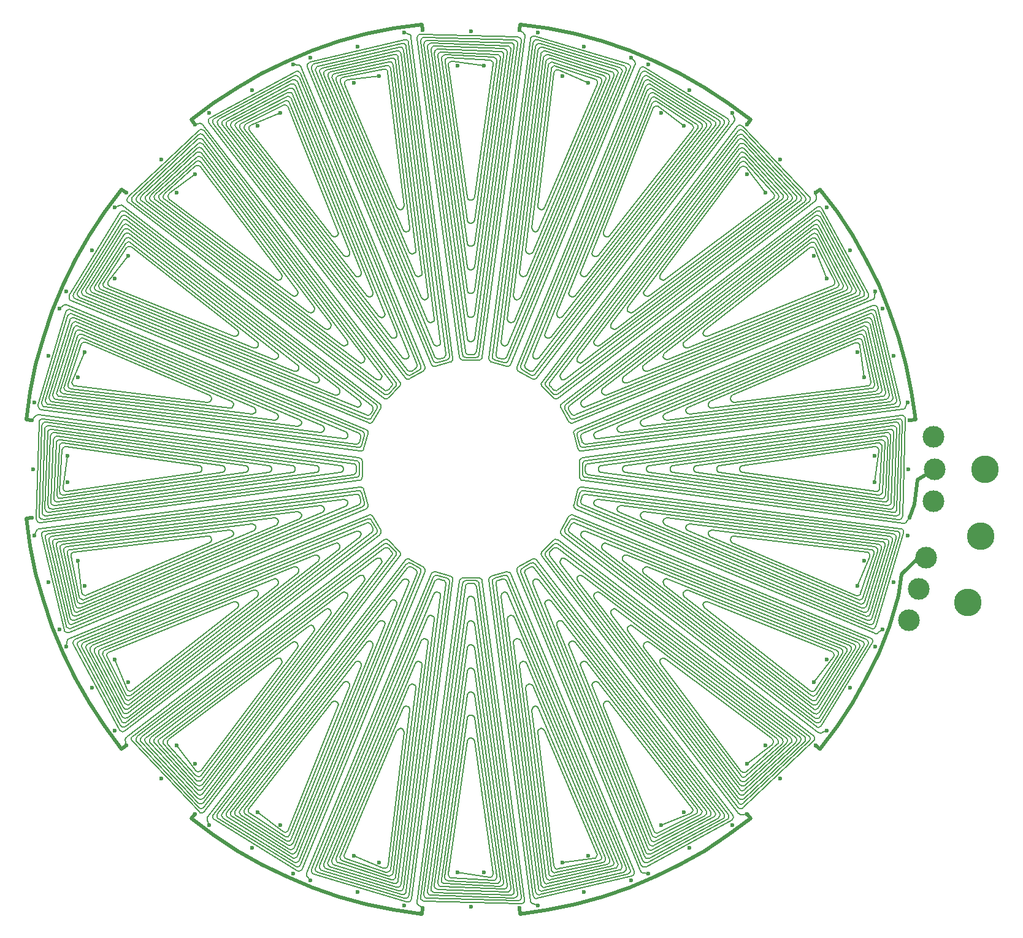
<source format=gbr>
%TF.GenerationSoftware,KiCad,Pcbnew,8.0.0*%
%TF.CreationDate,2024-10-30T22:06:19-04:00*%
%TF.ProjectId,mycoil,6d79636f-696c-42e6-9b69-6361645f7063,rev?*%
%TF.SameCoordinates,Original*%
%TF.FileFunction,Copper,L1,Top*%
%TF.FilePolarity,Positive*%
%FSLAX46Y46*%
G04 Gerber Fmt 4.6, Leading zero omitted, Abs format (unit mm)*
G04 Created by KiCad (PCBNEW 8.0.0) date 2024-10-30 22:06:19*
%MOMM*%
%LPD*%
G01*
G04 APERTURE LIST*
%TA.AperFunction,ComponentPad*%
%ADD10C,3.800000*%
%TD*%
%TA.AperFunction,ComponentPad*%
%ADD11C,3.000000*%
%TD*%
%TA.AperFunction,ViaPad*%
%ADD12C,0.600000*%
%TD*%
%TA.AperFunction,Conductor*%
%ADD13C,0.200000*%
%TD*%
%TA.AperFunction,Conductor*%
%ADD14C,0.500000*%
%TD*%
G04 APERTURE END LIST*
D10*
%TO.P,,1*%
%TO.N,N/C*%
X56000000Y-7500000D03*
%TD*%
%TO.P,,1*%
%TO.N,N/C*%
X55392585Y-16767360D03*
%TD*%
%TO.P,,1*%
%TO.N,N/C*%
X53580734Y-25876152D03*
%TD*%
D11*
%TO.P,,1*%
%TO.N,N/C*%
X49000000Y-7500000D03*
%TD*%
%TO.P,,1*%
%TO.N,N/C*%
X48844099Y-3035586D03*
%TD*%
%TO.P,,1*%
%TO.N,N/C*%
X48844099Y-11964414D03*
%TD*%
%TO.P,,1*%
%TO.N,N/C*%
X46819253Y-24064419D03*
%TD*%
%TO.P,,1*%
%TO.N,N/C*%
X47824140Y-19711776D03*
%TD*%
%TO.P,,1*%
%TO.N,N/C*%
X45513189Y-28336362D03*
%TD*%
D12*
%TO.N,*%
X23109544Y-55089219D03*
X27705738Y-50210183D03*
X23109544Y-48159573D03*
X45600000Y-14200000D03*
X40700000Y-9300000D03*
X45400000Y-7500000D03*
X40700000Y-5700000D03*
X45400000Y-7500000D03*
X45600000Y-800000D03*
X41801017Y-29656137D03*
X38336194Y-23654887D03*
X43341920Y-23132670D03*
X39267943Y-20177554D03*
X43341920Y-23132670D03*
X45269193Y-16712731D03*
X34131139Y-43602370D03*
X32337615Y-36908846D03*
X37307934Y-37700000D03*
X34137615Y-33791154D03*
X37307934Y-37700000D03*
X40831139Y-31997630D03*
X25658640Y-45613056D03*
X27709250Y-50209250D03*
X32588286Y-45613056D03*
X9497630Y-63331139D03*
X11291154Y-56637615D03*
X15200000Y-59807934D03*
X14408846Y-54837615D03*
X15200000Y-59807934D03*
X21102370Y-56631139D03*
X-5787269Y-67769193D03*
X-2322446Y-61767943D03*
X632670Y-65841920D03*
X1154887Y-60836194D03*
X632670Y-65841920D03*
X7156137Y-64301017D03*
X-21700000Y-68100000D03*
X-16800000Y-63200000D03*
X-15000000Y-67900000D03*
X-13200000Y-63200000D03*
X-15000000Y-67900000D03*
X-8300000Y-68100000D03*
X-37156137Y-64301017D03*
X-31154887Y-60836194D03*
X-30632670Y-65841920D03*
X-27677554Y-61767943D03*
X-30632670Y-65841920D03*
X-24212731Y-67769193D03*
X-51102370Y-56631139D03*
X-44408846Y-54837615D03*
X-45200000Y-59807934D03*
X-41291154Y-56637615D03*
X-45200000Y-59807934D03*
X-39497630Y-63331139D03*
X-62588286Y-45613056D03*
X-55658640Y-45613056D03*
X-57709250Y-50209250D03*
X-53113056Y-48158640D03*
X-57709250Y-50209250D03*
X-53113056Y-55088286D03*
X-70831139Y-31997630D03*
X-64137615Y-33791154D03*
X-67307934Y-37700000D03*
X-62337615Y-36908846D03*
X-67307934Y-37700000D03*
X-64131139Y-43602370D03*
X-75269193Y-16712731D03*
X-69267943Y-20177554D03*
X-73341920Y-23132670D03*
X-68336194Y-23654887D03*
X-73341920Y-23132670D03*
X-71801017Y-29656137D03*
X-75600000Y-800000D03*
X-70700000Y-5700000D03*
X-75400000Y-7500000D03*
X-70700000Y-9300000D03*
X-75400000Y-7500000D03*
X-75600000Y-14200000D03*
X-71801017Y14656137D03*
X-68336194Y8654887D03*
X-73341920Y8132670D03*
X-69267943Y5177554D03*
X-73341920Y8132670D03*
X-75269193Y1712731D03*
X-64131139Y28602370D03*
X-62337615Y21908846D03*
X-67307934Y22700000D03*
X-64137615Y18791154D03*
X-67307934Y22700000D03*
X-70831139Y16997630D03*
X-53113056Y40088286D03*
X-53113056Y33158640D03*
X-57709250Y35209250D03*
X-55658640Y30613056D03*
X-57709250Y35209250D03*
X-62588286Y30613056D03*
X-39497630Y48331139D03*
X-41291154Y41637615D03*
X-45200000Y44807934D03*
X-44408846Y39837615D03*
X-45200000Y44807934D03*
X-51102370Y41631139D03*
X-24212731Y52769193D03*
X-27677554Y46767943D03*
X-30632670Y50841920D03*
X-31154887Y45836194D03*
X-30632670Y50841920D03*
X-37156137Y49301017D03*
X-8300000Y53100000D03*
X-13200000Y48200000D03*
X-15000000Y52900000D03*
X-16800000Y48200000D03*
X-15000000Y52900000D03*
X-21700000Y53100000D03*
X7156137Y49301017D03*
X1154887Y45836194D03*
X632670Y50841920D03*
X-2322446Y46767943D03*
X632670Y50841920D03*
X-5787269Y52769193D03*
X21102370Y41631139D03*
X14408846Y39837615D03*
X15200000Y44807934D03*
X11291154Y41637615D03*
X15200000Y44807934D03*
X9497630Y48331139D03*
X32588286Y30613056D03*
X25658640Y30613056D03*
X27709250Y35209250D03*
X23113056Y33158640D03*
X27709250Y35209250D03*
X23113056Y40088286D03*
X40831139Y16997630D03*
X34137615Y18791154D03*
X37307934Y22700000D03*
X32337615Y21908846D03*
X37307934Y22700000D03*
X34131139Y28602370D03*
X45269193Y1712731D03*
X39267943Y5177554D03*
X43341920Y8132670D03*
X38336194Y8654887D03*
X43341920Y8132670D03*
X41801017Y14656137D03*
%TD*%
D13*
%TO.N,*%
X26785717Y-45225482D02*
X26719218Y-45397164D01*
X26718799Y-44869793D02*
X26785571Y-45041370D01*
X11610020Y-33579634D02*
X11874147Y-33678526D01*
X11334395Y-33639412D02*
X11610020Y-33579634D01*
X11134967Y-33838840D02*
X11334395Y-33639412D01*
X11075189Y-34114465D02*
X11134967Y-33838840D01*
X22302488Y-49195991D02*
X11174081Y-34378592D01*
X22571245Y-49378248D02*
X22421658Y-49309545D01*
X22895275Y-49356981D02*
X22735034Y-49394652D01*
X27455014Y-45176641D02*
X27400815Y-45344095D01*
X27447830Y-45000780D02*
X27455014Y-45176641D01*
X27260366Y-44709349D02*
X27380151Y-44838306D01*
X9374215Y-31343508D02*
X9638458Y-31442722D01*
X9098345Y-31403206D02*
X9374215Y-31343508D01*
X8839063Y-31878660D02*
X8898761Y-31602790D01*
X22838628Y-49975360D02*
X22678015Y-50014031D01*
X11174081Y-34378592D02*
X11075189Y-34114465D01*
X7111470Y-29080475D02*
X7375818Y-29179979D01*
X6635654Y-29339825D02*
X6835380Y-29140099D01*
X22305199Y-50550469D02*
X22184901Y-50436585D01*
X22456104Y-50618797D02*
X22305199Y-50550469D01*
X22621051Y-50634070D02*
X22456104Y-50618797D01*
X28654828Y-45230538D02*
X28548418Y-45368905D01*
X4823323Y-26792063D02*
X5087765Y-26891834D01*
X4387389Y-27592210D02*
X4287618Y-27327768D01*
X22126733Y-51057591D02*
X4387389Y-27592210D01*
X27380151Y-44838306D02*
X27447830Y-45000780D01*
X27887067Y-44655340D02*
X28006274Y-44783730D01*
X29280456Y-45173742D02*
X29174917Y-45312107D01*
X2775616Y-24579599D02*
X29138076Y-44545730D01*
X2511085Y-24479581D02*
X2775616Y-24579599D01*
X2234607Y-24539077D02*
X2511085Y-24479581D01*
X1975136Y-25015530D02*
X2034632Y-24739052D01*
X2075154Y-25280061D02*
X1975136Y-25015530D01*
X26785571Y-45041370D02*
X26785717Y-45225482D01*
X22068836Y-51678898D02*
X2075154Y-25280061D01*
X22189871Y-51792913D02*
X22068836Y-51678898D01*
X22341602Y-51860932D02*
X22189871Y-51792913D01*
X22507249Y-51875432D02*
X22341602Y-51860932D01*
X22668490Y-51834811D02*
X22507249Y-51875432D01*
X22807495Y-51743559D02*
X22668490Y-51834811D01*
X29905500Y-45116945D02*
X29800679Y-45255298D01*
X29948122Y-44777729D02*
X29956705Y-44951093D01*
X29880786Y-44617746D02*
X29948122Y-44777729D01*
X29762812Y-44490424D02*
X29880786Y-44617746D01*
X-100732Y-22203626D02*
X175922Y-22144189D01*
X-260007Y-22944980D02*
X-360256Y-22680367D01*
X4347176Y-27051476D02*
X4547031Y-26851621D01*
X29800679Y-45255298D02*
X22807495Y-51743559D01*
X22132462Y-52414468D02*
X22011144Y-52300428D01*
X22284499Y-52482349D02*
X22132462Y-52414468D01*
X22450395Y-52496545D02*
X22284499Y-52482349D01*
X22750682Y-52363709D02*
X22611754Y-52455480D01*
X30580880Y-44894566D02*
X30530106Y-45060153D01*
X30572117Y-44721592D02*
X30580880Y-44894566D01*
X28512884Y-44600740D02*
X28631613Y-44728692D01*
X28006274Y-44783730D02*
X28073872Y-44945362D01*
X-1916425Y-19887403D02*
X30387202Y-44434896D01*
X22513567Y-49998252D02*
X22363238Y-49929747D01*
X-2457933Y-19846319D02*
X-2181115Y-19786937D01*
X-2717508Y-20323330D02*
X-2658126Y-20046512D01*
X22678015Y-50014031D02*
X22513567Y-49998252D01*
X-2617042Y-20588020D02*
X-2717508Y-20323330D01*
X22075172Y-53036174D02*
X21953613Y-52922127D01*
X6675534Y-29880263D02*
X6576030Y-29615915D01*
X27400815Y-45344095D02*
X27291948Y-45482393D01*
X31051149Y-45141220D02*
X22693871Y-52984205D01*
X6576030Y-29615915D02*
X6635654Y-29339825D01*
X31154804Y-45003014D02*
X31051149Y-45141220D01*
X29332181Y-45007585D02*
X29280456Y-45173742D01*
X28707190Y-45064026D02*
X28654828Y-45230538D01*
X22243437Y-49815993D02*
X8938277Y-32142903D01*
X31196429Y-44665249D02*
X31205238Y-44837782D01*
X31129429Y-44506012D02*
X31196429Y-44665249D01*
X31012237Y-44379082D02*
X31129429Y-44506012D01*
X-2988616Y-18443418D02*
X31012237Y-44379082D01*
X-3253487Y-18342439D02*
X-3113746Y-18373765D01*
X21953613Y-52922127D02*
X-2617042Y-20588020D01*
X4287618Y-27327768D02*
X4347176Y-27051476D01*
X22735034Y-49394652D02*
X22571245Y-49378248D01*
X-3396377Y-18352009D02*
X-3253487Y-18342439D01*
X-4102753Y-18973753D02*
X-4017035Y-18859030D01*
X29323825Y-44833764D02*
X29332181Y-45007585D01*
X29174917Y-45312107D02*
X22864303Y-51123859D01*
X22247434Y-51171557D02*
X22126733Y-51057591D01*
X-4152436Y-19108068D02*
X-4102753Y-18973753D01*
X-4162006Y-19250958D02*
X-4152436Y-19108068D01*
X-4061027Y-19515829D02*
X-4130680Y-19390699D01*
X7375818Y-29179979D02*
X27887067Y-44655340D01*
X21896096Y-53544814D02*
X-4061027Y-19515829D01*
X22017898Y-53658661D02*
X21896096Y-53544814D01*
X22393565Y-53117856D02*
X22227465Y-53103927D01*
X22336529Y-53739726D02*
X22170360Y-53726132D01*
X22636616Y-53605393D02*
X22497930Y-53697931D01*
X31675555Y-45084445D02*
X22636616Y-53605393D01*
X22977872Y-49886462D02*
X22838628Y-49975360D01*
X31778770Y-44946262D02*
X31675555Y-45084445D01*
X29256401Y-44673335D02*
X29323825Y-44833764D01*
X31828893Y-44781229D02*
X31778770Y-44946262D01*
X31753029Y-44450024D02*
X31819958Y-44608985D01*
X31636069Y-44323262D02*
X31753029Y-44450024D01*
X22184901Y-50436585D02*
X6675534Y-29880263D01*
X-3113708Y-17808359D02*
X-2988564Y-17878111D01*
X-3253495Y-17776959D02*
X-3113708Y-17808359D01*
X-3530830Y-17836169D02*
X-3396448Y-17786490D01*
X27291948Y-45482393D02*
X23034599Y-49269317D01*
X-4017035Y-18859030D02*
X-3645415Y-18487410D01*
X-4668276Y-18973615D02*
X-4582528Y-18858838D01*
X11874147Y-33678526D02*
X26594456Y-44734015D01*
X-4717955Y-19107997D02*
X-4668276Y-18973615D01*
X-4727486Y-19250950D02*
X-4717955Y-19107997D01*
X-4626334Y-19515881D02*
X-4696086Y-19390737D01*
X21838804Y-54166683D02*
X-4626334Y-19515881D01*
X21960788Y-54280528D02*
X21838804Y-54166683D01*
X30425888Y-45198484D02*
X22750682Y-52363709D01*
X22113438Y-54347898D02*
X21960788Y-54280528D01*
X4547031Y-26851621D02*
X4823323Y-26792063D01*
X31819958Y-44608985D02*
X31828893Y-44781229D01*
X22441219Y-54319211D02*
X22279756Y-54361289D01*
X22579846Y-54226349D02*
X22441219Y-54319211D01*
X22421658Y-49309545D02*
X22302488Y-49195991D01*
X32452382Y-44724661D02*
X32402528Y-44889513D01*
X32443343Y-44552672D02*
X32452382Y-44724661D01*
X32376484Y-44393953D02*
X32443343Y-44552672D01*
X22011144Y-52300428D02*
X-260007Y-22944980D01*
X22864303Y-51123859D02*
X22725220Y-51214484D01*
X-2988513Y-17312791D02*
X32259738Y-44267336D01*
X8938277Y-32142903D02*
X8839063Y-31878660D01*
X-3113746Y-18373765D02*
X-2988616Y-18443418D01*
X-3113672Y-17242943D02*
X-2988513Y-17312791D01*
X22555015Y-53076414D02*
X22393565Y-53117856D01*
X2034632Y-24739052D02*
X2234607Y-24539077D01*
X-3253503Y-17211472D02*
X-3113672Y-17242943D01*
X6835380Y-29140099D02*
X7111470Y-29080475D01*
X30387202Y-44434896D02*
X30504867Y-44561985D01*
X-3396517Y-17220965D02*
X-3253503Y-17211472D01*
X-3530963Y-17270640D02*
X-3396517Y-17220965D01*
X29138076Y-44545730D02*
X29256401Y-44673335D01*
X-300819Y-22403713D02*
X-100732Y-22203626D01*
X22725220Y-51214484D02*
X22564132Y-51254579D01*
X-3645792Y-17356416D02*
X-3530963Y-17270640D01*
X26719218Y-45397164D02*
X26595090Y-45533140D01*
X28028396Y-45287328D02*
X27920906Y-45425676D01*
X-5233805Y-18973482D02*
X-5148029Y-18858653D01*
X30530106Y-45060153D02*
X30425888Y-45198484D01*
X-5191654Y-19515932D02*
X-5261502Y-19390773D01*
X26594456Y-44734015D02*
X26718799Y-44869793D01*
X22921099Y-50504754D02*
X22781936Y-50594612D01*
X32299696Y-45027670D02*
X22579846Y-54226349D01*
X21941668Y-54997968D02*
X-5191654Y-19515932D01*
X-3530692Y-18401692D02*
X-3396377Y-18352009D01*
X5087765Y-26891834D02*
X28512884Y-44600740D01*
X31205238Y-44837782D02*
X31154804Y-45003014D01*
X22611754Y-52455480D02*
X22450395Y-52496545D01*
X22014456Y-55074731D02*
X21941668Y-54997968D01*
X22101766Y-55134462D02*
X22014456Y-55074731D01*
X22170360Y-53726132D02*
X22017898Y-53658661D01*
X22199688Y-55174487D02*
X22101766Y-55134462D01*
X22303839Y-55193016D02*
X22199688Y-55174487D01*
X-4130680Y-19390699D02*
X-4162006Y-19250958D01*
X28631613Y-44728692D02*
X28699125Y-44889660D01*
X28699125Y-44889660D02*
X28707190Y-45064026D01*
X22409557Y-55189217D02*
X22303839Y-55193016D01*
X27920906Y-45425676D02*
X22977872Y-49886462D01*
X28548418Y-45368905D02*
X22921099Y-50504754D01*
X22227465Y-53103927D02*
X22075172Y-53036174D01*
X23109544Y-55089219D02*
X22409557Y-55189217D01*
X22781936Y-50594612D02*
X22621051Y-50634070D01*
X28073872Y-44945362D02*
X28081560Y-45120391D01*
X-5261502Y-19390773D02*
X-5292973Y-19250942D01*
X175922Y-22144189D02*
X440535Y-22244438D01*
X-2988564Y-17878111D02*
X31636069Y-44323262D01*
X22279756Y-54361289D02*
X22113438Y-54347898D01*
X26595090Y-45533140D02*
X23109544Y-48159573D01*
X22363238Y-49929747D02*
X22243437Y-49815993D01*
X-3645607Y-17921917D02*
X-3530830Y-17836169D01*
X32259738Y-44267336D02*
X32376484Y-44393953D01*
X30504867Y-44561985D02*
X30572117Y-44721592D01*
X-2181115Y-19786937D02*
X-1916425Y-19887403D01*
X-3396448Y-17786490D02*
X-3253495Y-17776959D01*
X9638458Y-31442722D02*
X27260366Y-44709349D01*
X29956705Y-44951093D02*
X29905500Y-45116945D01*
X22693871Y-52984205D02*
X22555015Y-53076414D01*
X-2658126Y-20046512D02*
X-2457933Y-19846319D01*
X-4582528Y-18858838D02*
X-3645607Y-17921917D01*
X-4696086Y-19390737D02*
X-4727486Y-19250950D01*
X22564132Y-51254579D02*
X22398795Y-51239724D01*
X28081560Y-45120391D02*
X28028396Y-45287328D01*
X22398795Y-51239724D02*
X22247434Y-51171557D01*
X-360256Y-22680367D02*
X-300819Y-22403713D01*
X32402528Y-44889513D02*
X32299696Y-45027670D01*
X440535Y-22244438D02*
X29762812Y-44490424D01*
X22497930Y-53697931D02*
X22336529Y-53739726D01*
X8898761Y-31602790D02*
X9098345Y-31403206D01*
X-5292973Y-19250942D02*
X-5283480Y-19107928D01*
X-5283480Y-19107928D02*
X-5233805Y-18973482D01*
X-5148029Y-18858653D02*
X-3645792Y-17356416D01*
X23034599Y-49269317D02*
X22895275Y-49356981D01*
X-3645415Y-18487410D02*
X-3530692Y-18401692D01*
D14*
X46700000Y-9000000D02*
X49000000Y-7500000D01*
X46200000Y-12400000D02*
X46700000Y-9000000D01*
X45600000Y-14200000D02*
X46200000Y-12400000D01*
X44000000Y-25000000D02*
X44500000Y-22000000D01*
X44500000Y-22000000D02*
X46788224Y-19711776D01*
X46788224Y-19711776D02*
X47824140Y-19711776D01*
X33206934Y-46108525D02*
X35534811Y-43007177D01*
X32588286Y-45613056D02*
X33206934Y-46108525D01*
X35534811Y-43007177D02*
X37663472Y-39765855D01*
X41290403Y-32914901D02*
X42774375Y-29332277D01*
X37663472Y-39765855D02*
X39584528Y-36397337D01*
X39584528Y-36397337D02*
X41290403Y-32914901D01*
X42774375Y-29332277D02*
X44000000Y-25000000D01*
D13*
X45600000Y-14200000D02*
X45175744Y-14765674D01*
X45175744Y-14765674D02*
X45103676Y-14843114D01*
X45103676Y-14843114D02*
X45016928Y-14903659D01*
X45016928Y-14903659D02*
X44919385Y-14944598D01*
X44919385Y-14944598D02*
X44815411Y-14964098D01*
X44815411Y-14964098D02*
X44709662Y-14961288D01*
X44709662Y-14961288D02*
X433918Y-9057856D01*
X433918Y-9057856D02*
X296028Y-9018745D01*
X296028Y-9018745D02*
X174899Y-8942123D01*
X174899Y-8942123D02*
X80485Y-8834284D01*
X80485Y-8834284D02*
X20543Y-8704091D01*
X20543Y-8704091D02*
X0Y-8562242D01*
X0Y-8562242D02*
X0Y-6437758D01*
X0Y-6437758D02*
X20543Y-6295909D01*
X20543Y-6295909D02*
X80485Y-6165716D01*
X80485Y-6165716D02*
X174899Y-6057877D01*
X174899Y-6057877D02*
X296028Y-5981255D01*
X296028Y-5981255D02*
X433918Y-5942144D01*
X433918Y-5942144D02*
X44417937Y-77608D01*
X44417937Y-77608D02*
X44590022Y-84588D01*
X44590022Y-84588D02*
X44749529Y-149543D01*
X44749529Y-149543D02*
X44877535Y-264766D01*
X44877535Y-264766D02*
X44958851Y-416586D01*
X44958851Y-416586D02*
X44983829Y-586991D01*
X44983829Y-586991D02*
X44615305Y-13964411D01*
X44615305Y-13964411D02*
X44582945Y-14128099D01*
X44582945Y-14128099D02*
X44498527Y-14272024D01*
X44498527Y-14272024D02*
X44371454Y-14380160D01*
X44371454Y-14380160D02*
X44215876Y-14440462D01*
X44215876Y-14440462D02*
X44049119Y-14446217D01*
X44049119Y-14446217D02*
X833624Y-8658078D01*
X833624Y-8658078D02*
X695812Y-8618910D01*
X695812Y-8618910D02*
X574764Y-8542269D01*
X574764Y-8542269D02*
X480420Y-8434446D01*
X480420Y-8434446D02*
X420526Y-8304296D01*
X420526Y-8304296D02*
X400000Y-8162504D01*
X400000Y-8162504D02*
X400000Y-6837496D01*
X400000Y-6837496D02*
X420526Y-6695704D01*
X420526Y-6695704D02*
X480420Y-6565554D01*
X480420Y-6565554D02*
X574764Y-6457731D01*
X574764Y-6457731D02*
X695812Y-6381090D01*
X695812Y-6381090D02*
X833624Y-6341922D01*
X833624Y-6341922D02*
X44016483Y-558154D01*
X44016483Y-558154D02*
X44188820Y-565086D01*
X44188820Y-565086D02*
X44348548Y-630162D01*
X44348548Y-630162D02*
X44476661Y-745639D01*
X44476661Y-745639D02*
X44557915Y-897777D01*
X44557915Y-897777D02*
X44582641Y-1068472D01*
X44582641Y-1068472D02*
X44216366Y-13485187D01*
X44216366Y-13485187D02*
X44183734Y-13648686D01*
X44183734Y-13648686D02*
X44099161Y-13792368D01*
X44099161Y-13792368D02*
X43972049Y-13900255D01*
X43972049Y-13900255D02*
X43816533Y-13960352D01*
X43816533Y-13960352D02*
X43649903Y-13965978D01*
X43649903Y-13965978D02*
X1233320Y-8258308D01*
X1233320Y-8258308D02*
X1095587Y-8219081D01*
X1095587Y-8219081D02*
X974624Y-8142420D01*
X974624Y-8142420D02*
X880354Y-8034614D01*
X880354Y-8034614D02*
X820509Y-7904508D01*
X820509Y-7904508D02*
X800000Y-7762775D01*
X800000Y-7762775D02*
X800000Y-7237225D01*
X800000Y-7237225D02*
X820509Y-7095492D01*
X820509Y-7095492D02*
X880354Y-6965386D01*
X880354Y-6965386D02*
X974624Y-6857580D01*
X974624Y-6857580D02*
X1095587Y-6780919D01*
X1095587Y-6780919D02*
X1233320Y-6741692D01*
X1233320Y-6741692D02*
X43614837Y-1038741D01*
X43614837Y-1038741D02*
X43787458Y-1045627D01*
X43787458Y-1045627D02*
X43947431Y-1110848D01*
X43947431Y-1110848D02*
X44075659Y-1226619D01*
X44075659Y-1226619D02*
X44156834Y-1379118D01*
X44156834Y-1379118D02*
X44181265Y-1550140D01*
X44181265Y-1550140D02*
X43817605Y-13005455D01*
X43817605Y-13005455D02*
X43784620Y-13168842D01*
X43784620Y-13168842D02*
X43699763Y-13312309D01*
X43699763Y-13312309D02*
X43572463Y-13419910D01*
X43572463Y-13419910D02*
X43416867Y-13479689D01*
X43416867Y-13479689D02*
X43250268Y-13485001D01*
X43250268Y-13485001D02*
X3012525Y-7995411D01*
X3012525Y-7995411D02*
X2754320Y-7879287D01*
X2754320Y-7879287D02*
X2600570Y-7641558D01*
X2600570Y-7641558D02*
X2600570Y-7358442D01*
X2600570Y-7358442D02*
X2754320Y-7120713D01*
X2754320Y-7120713D02*
X3012525Y-7004589D01*
X3012525Y-7004589D02*
X43212337Y-1520174D01*
X43212337Y-1520174D02*
X43385405Y-1526838D01*
X43385405Y-1526838D02*
X43545816Y-1592144D01*
X43545816Y-1592144D02*
X43674324Y-1708259D01*
X43674324Y-1708259D02*
X43755510Y-1861249D01*
X43755510Y-1861249D02*
X43779630Y-2032757D01*
X43779630Y-2032757D02*
X43419020Y-12526526D01*
X43419020Y-12526526D02*
X43385674Y-12689655D01*
X43385674Y-12689655D02*
X43300613Y-12832791D01*
X43300613Y-12832791D02*
X43173269Y-12940059D01*
X43173269Y-12940059D02*
X43017764Y-12999566D01*
X43017764Y-12999566D02*
X42851341Y-13004712D01*
X42851341Y-13004712D02*
X6345822Y-7995358D01*
X6345822Y-7995358D02*
X6087826Y-7879135D01*
X6087826Y-7879135D02*
X5934231Y-7641483D01*
X5934231Y-7641483D02*
X5934231Y-7358517D01*
X5934231Y-7358517D02*
X6087826Y-7120865D01*
X6087826Y-7120865D02*
X6345822Y-7004642D01*
X6345822Y-7004642D02*
X42810091Y-2000948D01*
X42810091Y-2000948D02*
X42983542Y-2007558D01*
X42983542Y-2007558D02*
X43144281Y-2073070D01*
X43144281Y-2073070D02*
X43272937Y-2189588D01*
X43272937Y-2189588D02*
X43354005Y-2343070D01*
X43354005Y-2343070D02*
X43377715Y-2515020D01*
X43377715Y-2515020D02*
X43020680Y-12047842D01*
X43020680Y-12047842D02*
X42986914Y-12210657D01*
X42986914Y-12210657D02*
X42901623Y-12353396D01*
X42901623Y-12353396D02*
X42774240Y-12460272D01*
X42774240Y-12460272D02*
X42618853Y-12519466D01*
X42618853Y-12519466D02*
X42452647Y-12524430D01*
X42452647Y-12524430D02*
X9648183Y-7995302D01*
X9648183Y-7995302D02*
X9390408Y-7878973D01*
X9390408Y-7878973D02*
X9236978Y-7641404D01*
X9236978Y-7641404D02*
X9236978Y-7358596D01*
X9236978Y-7358596D02*
X9390408Y-7121027D01*
X9390408Y-7121027D02*
X9648183Y-7004698D01*
X9648183Y-7004698D02*
X42407444Y-2481811D01*
X42407444Y-2481811D02*
X42581342Y-2488373D01*
X42581342Y-2488373D02*
X42742458Y-2554137D01*
X42742458Y-2554137D02*
X42871277Y-2671139D01*
X42871277Y-2671139D02*
X42952193Y-2825205D01*
X42952193Y-2825205D02*
X42975404Y-2997671D01*
X42975404Y-2997671D02*
X42622655Y-11569478D01*
X42622655Y-11569478D02*
X42588391Y-11731906D01*
X42588391Y-11731906D02*
X42502836Y-11874164D01*
X42502836Y-11874164D02*
X42375421Y-11980571D01*
X42375421Y-11980571D02*
X42220191Y-12039398D01*
X42220191Y-12039398D02*
X42054257Y-12044160D01*
X42054257Y-12044160D02*
X12918116Y-7995241D01*
X12918116Y-7995241D02*
X12660578Y-7878800D01*
X12660578Y-7878800D02*
X12507324Y-7641319D01*
X12507324Y-7641319D02*
X12507324Y-7358681D01*
X12507324Y-7358681D02*
X12660578Y-7121200D01*
X12660578Y-7121200D02*
X12918116Y-7004759D01*
X12918116Y-7004759D02*
X42004264Y-2962787D01*
X42004264Y-2962787D02*
X42178694Y-2969308D01*
X42178694Y-2969308D02*
X42340253Y-3035392D01*
X42340253Y-3035392D02*
X42469252Y-3152983D01*
X42469252Y-3152983D02*
X42549968Y-3307752D01*
X42549968Y-3307752D02*
X42572565Y-3480835D01*
X42572565Y-3480835D02*
X42225044Y-11091544D01*
X42225044Y-11091544D02*
X42190180Y-11253486D01*
X42190180Y-11253486D02*
X42104318Y-11395150D01*
X42104318Y-11395150D02*
X41976882Y-11500986D01*
X41976882Y-11500986D02*
X41821861Y-11559376D01*
X41821861Y-11559376D02*
X41656270Y-11563912D01*
X41656270Y-11563912D02*
X16153977Y-7995175D01*
X16153977Y-7995175D02*
X15896694Y-7878613D01*
X15896694Y-7878613D02*
X15743630Y-7641227D01*
X15743630Y-7641227D02*
X15743630Y-7358773D01*
X15743630Y-7358773D02*
X15896694Y-7121387D01*
X15896694Y-7121387D02*
X16153977Y-7004825D01*
X16153977Y-7004825D02*
X41600352Y-3443913D01*
X41600352Y-3443913D02*
X41775430Y-3450407D01*
X41775430Y-3450407D02*
X41937520Y-3516899D01*
X41937520Y-3516899D02*
X42066721Y-3635227D01*
X42066721Y-3635227D02*
X42147170Y-3790862D01*
X42147170Y-3790862D02*
X42168990Y-3964696D01*
X42168990Y-3964696D02*
X41827990Y-10614201D01*
X41827990Y-10614201D02*
X41792389Y-10775522D01*
X41792389Y-10775522D02*
X41706163Y-10916437D01*
X41706163Y-10916437D02*
X41578723Y-11021561D01*
X41578723Y-11021561D02*
X41423984Y-11079420D01*
X41423984Y-11079420D02*
X41258836Y-11083696D01*
X41258836Y-11083696D02*
X19353906Y-7995103D01*
X19353906Y-7995103D02*
X19096903Y-7878409D01*
X19096903Y-7878409D02*
X18944046Y-7641128D01*
X18944046Y-7641128D02*
X18944046Y-7358872D01*
X18944046Y-7358872D02*
X19096903Y-7121591D01*
X19096903Y-7121591D02*
X19353906Y-7004897D01*
X19353906Y-7004897D02*
X41195398Y-3925249D01*
X41195398Y-3925249D02*
X41371285Y-3931734D01*
X41371285Y-3931734D02*
X41534028Y-3998765D01*
X41534028Y-3998765D02*
X41663460Y-4118037D01*
X41663460Y-4118037D02*
X41743544Y-4274769D01*
X41743544Y-4274769D02*
X41764354Y-4449541D01*
X41764354Y-4449541D02*
X41431713Y-10137701D01*
X41431713Y-10137701D02*
X41395185Y-10298206D01*
X41395185Y-10298206D02*
X41308515Y-10438151D01*
X41308515Y-10438151D02*
X41181099Y-10542368D01*
X41181099Y-10542368D02*
X41026745Y-10599562D01*
X41026745Y-10599562D02*
X40862184Y-10603533D01*
X40862184Y-10603533D02*
X22515728Y-7995022D01*
X22515728Y-7995022D02*
X22259035Y-7878182D01*
X22259035Y-7878182D02*
X22106408Y-7641016D01*
X22106408Y-7641016D02*
X22106408Y-7358984D01*
X22106408Y-7358984D02*
X22259035Y-7121818D01*
X22259035Y-7121818D02*
X22515728Y-7004978D01*
X22515728Y-7004978D02*
X40741970Y-4413559D01*
X40741970Y-4413559D02*
X40925904Y-4421645D01*
X40925904Y-4421645D02*
X41094441Y-4495754D01*
X41094441Y-4495754D02*
X41224731Y-4625837D01*
X41224731Y-4625837D02*
X41299107Y-4794257D01*
X41299107Y-4794257D02*
X41307485Y-4978178D01*
X41307485Y-4978178D02*
X40700000Y-9300000D01*
D14*
X45600000Y-800000D02*
X46387800Y-712900D01*
X46387800Y-712900D02*
X45840873Y3126142D01*
X45840873Y3126142D02*
X45054103Y6923293D01*
X45054103Y6923293D02*
X44030592Y10663587D01*
X44030592Y10663587D02*
X42774375Y14332277D01*
X42774375Y14332277D02*
X41290403Y17914901D01*
X41290403Y17914901D02*
X39584528Y21397337D01*
X39584528Y21397337D02*
X37663472Y24765855D01*
X37663472Y24765855D02*
X35534811Y28007177D01*
X35534811Y28007177D02*
X33206934Y31108525D01*
X33206934Y31108525D02*
X32588286Y30613056D01*
D13*
X41801017Y-29656137D02*
X41244811Y-30092731D01*
X41244811Y-30092731D02*
X41155155Y-30148880D01*
X41155155Y-30148880D02*
X41055693Y-30184909D01*
X41055693Y-30184909D02*
X40950878Y-30199207D01*
X40950878Y-30199207D02*
X40845400Y-30191133D01*
X40845400Y-30191133D02*
X40743981Y-30161049D01*
X40743981Y-30161049D02*
X-495183Y-12999365D01*
X-495183Y-12999365D02*
X-618252Y-12925899D01*
X-618252Y-12925899D02*
X-715422Y-12820537D01*
X-715422Y-12820537D02*
X-778708Y-12691936D01*
X-778708Y-12691936D02*
X-802911Y-12550665D01*
X-802911Y-12550665D02*
X-786041Y-12408332D01*
X-786041Y-12408332D02*
X-236184Y-10356239D01*
X-236184Y-10356239D02*
X-179628Y-10224540D01*
X-179628Y-10224540D02*
X-88032Y-10114297D01*
X-88032Y-10114297D02*
X31076Y-10034569D01*
X31076Y-10034569D02*
X167909Y-9991908D01*
X167909Y-9991908D02*
X311223Y-9989819D01*
X311223Y-9989819D02*
X44314376Y-15709014D01*
X44314376Y-15709014D02*
X44478791Y-15760295D01*
X44478791Y-15760295D02*
X44616052Y-15864320D01*
X44616052Y-15864320D02*
X44709874Y-16008747D01*
X44709874Y-16008747D02*
X44749125Y-16176440D01*
X44749125Y-16176440D02*
X44729148Y-16347504D01*
X44729148Y-16347504D02*
X40910850Y-29173718D01*
X40910850Y-29173718D02*
X40837227Y-29323453D01*
X40837227Y-29323453D02*
X40718435Y-29440625D01*
X40718435Y-29440625D02*
X40567704Y-29512187D01*
X40567704Y-29512187D02*
X40401820Y-29530168D01*
X40401820Y-29530168D02*
X40239256Y-29492567D01*
X40239256Y-29492567D02*
X-5626Y-12716661D01*
X-5626Y-12716661D02*
X-128605Y-12643159D01*
X-128605Y-12643159D02*
X-225692Y-12537800D01*
X-225692Y-12537800D02*
X-288915Y-12409234D01*
X-288915Y-12409234D02*
X-313082Y-12268016D01*
X-313082Y-12268016D02*
X-296211Y-12125743D01*
X-296211Y-12125743D02*
X46726Y-10845884D01*
X46726Y-10845884D02*
X103252Y-10714236D01*
X103252Y-10714236D02*
X194790Y-10604022D01*
X194790Y-10604022D02*
X313826Y-10524291D01*
X313826Y-10524291D02*
X450585Y-10481591D01*
X450585Y-10481591D02*
X593839Y-10479426D01*
X593839Y-10479426D02*
X43802227Y-16069282D01*
X43802227Y-16069282D02*
X43966897Y-16120581D01*
X43966897Y-16120581D02*
X44104340Y-16224781D01*
X44104340Y-16224781D02*
X44198200Y-16369481D01*
X44198200Y-16369481D02*
X44237309Y-16537465D01*
X44237309Y-16537465D02*
X44217014Y-16708743D01*
X44217014Y-16708743D02*
X40649537Y-28607570D01*
X40649537Y-28607570D02*
X40575700Y-28757053D01*
X40575700Y-28757053D02*
X40456821Y-28873949D01*
X40456821Y-28873949D02*
X40306117Y-28945261D01*
X40306117Y-28945261D02*
X40140346Y-28963060D01*
X40140346Y-28963060D02*
X39977938Y-28925367D01*
X39977938Y-28925367D02*
X483918Y-12433962D01*
X483918Y-12433962D02*
X361032Y-12360424D01*
X361032Y-12360424D02*
X264032Y-12255067D01*
X264032Y-12255067D02*
X200875Y-12126536D01*
X200875Y-12126536D02*
X176744Y-11985374D01*
X176744Y-11985374D02*
X193617Y-11843162D01*
X193617Y-11843162D02*
X329639Y-11335520D01*
X329639Y-11335520D02*
X386133Y-11203924D01*
X386133Y-11203924D02*
X477612Y-11093740D01*
X477612Y-11093740D02*
X596573Y-11014007D01*
X596573Y-11014007D02*
X733255Y-10971266D01*
X733255Y-10971266D02*
X876448Y-10969023D01*
X876448Y-10969023D02*
X43289882Y-16429539D01*
X43289882Y-16429539D02*
X43454838Y-16480868D01*
X43454838Y-16480868D02*
X43592480Y-16585271D01*
X43592480Y-16585271D02*
X43686375Y-16730285D01*
X43686375Y-16730285D02*
X43725315Y-16898597D01*
X43725315Y-16898597D02*
X43704650Y-17070115D01*
X43704650Y-17070115D02*
X40388527Y-28040977D01*
X40388527Y-28040977D02*
X40314379Y-28190261D01*
X40314379Y-28190261D02*
X40195281Y-28306876D01*
X40195281Y-28306876D02*
X40044469Y-28377863D01*
X40044469Y-28377863D02*
X39878703Y-28395334D01*
X39878703Y-28395334D02*
X39716406Y-28357345D01*
X39716406Y-28357345D02*
X2270541Y-12640515D01*
X2270541Y-12640515D02*
X2051190Y-12461520D01*
X2051190Y-12461520D02*
X1964208Y-12192097D01*
X1964208Y-12192097D02*
X2037483Y-11918629D01*
X2037483Y-11918629D02*
X2247523Y-11728793D01*
X2247523Y-11728793D02*
X2526985Y-11683454D01*
X2526985Y-11683454D02*
X42776492Y-16790393D01*
X42776492Y-16790393D02*
X42941939Y-16841623D01*
X42941939Y-16841623D02*
X43079982Y-16946222D01*
X43079982Y-16946222D02*
X43174058Y-17091640D01*
X43174058Y-17091640D02*
X43212880Y-17260429D01*
X43212880Y-17260429D02*
X43191790Y-17432337D01*
X43191790Y-17432337D02*
X40127479Y-27475206D01*
X40127479Y-27475206D02*
X40053049Y-27624147D01*
X40053049Y-27624147D02*
X39933840Y-27740389D01*
X39933840Y-27740389D02*
X39783072Y-27811044D01*
X39783072Y-27811044D02*
X39617464Y-27828275D01*
X39617464Y-27828275D02*
X39455380Y-27790172D01*
X39455380Y-27790172D02*
X5490273Y-13503184D01*
X5490273Y-13503184D02*
X5271148Y-13324147D01*
X5271148Y-13324147D02*
X5184296Y-13054840D01*
X5184296Y-13054840D02*
X5257533Y-12781516D01*
X5257533Y-12781516D02*
X5467403Y-12591715D01*
X5467403Y-12591715D02*
X5746689Y-12546226D01*
X5746689Y-12546226D02*
X42263519Y-17150677D01*
X42263519Y-17150677D02*
X42429349Y-17201954D01*
X42429349Y-17201954D02*
X42567655Y-17306835D01*
X42567655Y-17306835D02*
X42661770Y-17452682D01*
X42661770Y-17452682D02*
X42700352Y-17621916D01*
X42700352Y-17621916D02*
X42678750Y-17794143D01*
X42678750Y-17794143D02*
X39866605Y-26909735D01*
X39866605Y-26909735D02*
X39791850Y-27058263D01*
X39791850Y-27058263D02*
X39672521Y-27174063D01*
X39672521Y-27174063D02*
X39521817Y-27244329D01*
X39521817Y-27244329D02*
X39356404Y-27261288D01*
X39356404Y-27261288D02*
X39194577Y-27223066D01*
X39194577Y-27223066D02*
X8680123Y-14357844D01*
X8680123Y-14357844D02*
X8461239Y-14178762D01*
X8461239Y-14178762D02*
X8374525Y-13909577D01*
X8374525Y-13909577D02*
X8447721Y-13636406D01*
X8447721Y-13636406D02*
X8657410Y-13446642D01*
X8657410Y-13446642D02*
X8936510Y-13400994D01*
X8936510Y-13400994D02*
X41750135Y-17510941D01*
X41750135Y-17510941D02*
X41916410Y-17562288D01*
X41916410Y-17562288D02*
X42055015Y-17667512D01*
X42055015Y-17667512D02*
X42149162Y-17813867D01*
X42149162Y-17813867D02*
X42187446Y-17983626D01*
X42187446Y-17983626D02*
X42165229Y-18156223D01*
X42165229Y-18156223D02*
X39605952Y-26344655D01*
X39605952Y-26344655D02*
X39530816Y-26492680D01*
X39530816Y-26492680D02*
X39411357Y-26607947D01*
X39411357Y-26607947D02*
X39260744Y-26677751D01*
X39260744Y-26677751D02*
X39095578Y-26694397D01*
X39095578Y-26694397D02*
X38934065Y-26656050D01*
X38934065Y-26656050D02*
X11838651Y-15204106D01*
X11838651Y-15204106D02*
X11620026Y-15024977D01*
X11620026Y-15024977D02*
X11533459Y-14755923D01*
X11533459Y-14755923D02*
X11606611Y-14482916D01*
X11606611Y-14482916D02*
X11816107Y-14293191D01*
X11816107Y-14293191D02*
X12095007Y-14247374D01*
X12095007Y-14247374D02*
X41236208Y-17871178D01*
X41236208Y-17871178D02*
X41403006Y-17922623D01*
X41403006Y-17922623D02*
X41541957Y-18028269D01*
X41541957Y-18028269D02*
X41636125Y-18175241D01*
X41636125Y-18175241D02*
X41674034Y-18345627D01*
X41674034Y-18345627D02*
X41651063Y-18518661D01*
X41651063Y-18518661D02*
X39345588Y-25780096D01*
X39345588Y-25780096D02*
X39269998Y-25927497D01*
X39269998Y-25927497D02*
X39150396Y-26042111D01*
X39150396Y-26042111D02*
X38999911Y-26111358D01*
X38999911Y-26111358D02*
X38835059Y-26127636D01*
X38835059Y-26127636D02*
X38673937Y-26089159D01*
X38673937Y-26089159D02*
X14964270Y-16041545D01*
X14964270Y-16041545D02*
X14745923Y-15862365D01*
X14745923Y-15862365D02*
X14659514Y-15593452D01*
X14659514Y-15593452D02*
X14732619Y-15320622D01*
X14732619Y-15320622D02*
X14941907Y-15130940D01*
X14941907Y-15130940D02*
X15220591Y-15084940D01*
X15220591Y-15084940D02*
X40721535Y-18231370D01*
X40721535Y-18231370D02*
X40888966Y-18282956D01*
X40888966Y-18282956D02*
X41028323Y-18389135D01*
X41028323Y-18389135D02*
X41122496Y-18536870D01*
X41122496Y-18536870D02*
X41159923Y-18708024D01*
X41159923Y-18708024D02*
X41136008Y-18881582D01*
X41136008Y-18881582D02*
X39085608Y-25216253D01*
X39085608Y-25216253D02*
X39009468Y-25362863D01*
X39009468Y-25362863D02*
X38889708Y-25476659D01*
X38889708Y-25476659D02*
X38739403Y-25545218D01*
X38739403Y-25545218D02*
X38574961Y-25561056D01*
X38574961Y-25561056D02*
X38414334Y-25522443D01*
X38414334Y-25522443D02*
X18055183Y-16869678D01*
X18055183Y-16869678D02*
X17837139Y-16690443D01*
X17837139Y-16690443D02*
X17750904Y-16421684D01*
X17750904Y-16421684D02*
X17823957Y-16149047D01*
X17823957Y-16149047D02*
X18033018Y-15959413D01*
X18033018Y-15959413D02*
X18311467Y-15913213D01*
X18311467Y-15913213D02*
X40205800Y-18591495D01*
X40205800Y-18591495D02*
X40374015Y-18643282D01*
X40374015Y-18643282D02*
X40513864Y-18750150D01*
X40513864Y-18750150D02*
X40608016Y-18898857D01*
X40608016Y-18898857D02*
X40644805Y-19070976D01*
X40644805Y-19070976D02*
X40619673Y-19245179D01*
X40619673Y-19245179D02*
X38826162Y-24653426D01*
X38826162Y-24653426D02*
X38749336Y-24799007D01*
X38749336Y-24799007D02*
X38629400Y-24911752D01*
X38629400Y-24911752D02*
X38479351Y-24979440D01*
X38479351Y-24979440D02*
X38315454Y-24994735D01*
X38315454Y-24994735D02*
X38155472Y-24955980D01*
X38155472Y-24955980D02*
X21109290Y-17687939D01*
X21109290Y-17687939D02*
X20891584Y-17508644D01*
X20891584Y-17508644D02*
X20805540Y-17240057D01*
X20805540Y-17240057D02*
X20878536Y-16967634D01*
X20878536Y-16967634D02*
X21087345Y-16778052D01*
X21087345Y-16778052D02*
X21365532Y-16731631D01*
X21365532Y-16731631D02*
X39641438Y-18945811D01*
X39641438Y-18945811D02*
X39817012Y-19001227D01*
X39817012Y-19001227D02*
X39960626Y-19116431D01*
X39960626Y-19116431D02*
X40052808Y-19275803D01*
X40052808Y-19275803D02*
X40081059Y-19457734D01*
X40081059Y-19457734D02*
X40041550Y-19637556D01*
X40041550Y-19637556D02*
X38336194Y-23654887D01*
X34131139Y-43602370D02*
X33480886Y-43880131D01*
X33480886Y-43880131D02*
X33379753Y-43911161D01*
X33379753Y-43911161D02*
X33274355Y-43920221D01*
X33274355Y-43920221D02*
X33169411Y-43906903D01*
X33169411Y-43906903D02*
X33069617Y-43871805D01*
X33069617Y-43871805D02*
X32979440Y-43816496D01*
X32979440Y-43816496D02*
X-2412763Y-16566102D01*
X-2412763Y-16566102D02*
X-2512624Y-16463286D01*
X-2512624Y-16463286D02*
X-2579213Y-16336365D01*
X-2579213Y-16336365D02*
X-2607059Y-16195766D01*
X-2607059Y-16195766D02*
X-2593874Y-16053045D01*
X-2593874Y-16053045D02*
X-2540740Y-15919928D01*
X-2540740Y-15919928D02*
X-1478498Y-14080072D01*
X-1478498Y-14080072D02*
X-1389782Y-13967498D01*
X-1389782Y-13967498D02*
X-1272775Y-13884718D01*
X-1272775Y-13884718D02*
X-1137090Y-13838535D01*
X-1137090Y-13838535D02*
X-993878Y-13832742D01*
X-993878Y-13832742D02*
X-854907Y-13867816D01*
X-854907Y-13867816D02*
X40168639Y-30780989D01*
X40168639Y-30780989D02*
X40314179Y-30873076D01*
X40314179Y-30873076D02*
X40419839Y-31009082D01*
X40419839Y-31009082D02*
X40473083Y-31172871D01*
X40473083Y-31172871D02*
X40467595Y-31345009D01*
X40467595Y-31345009D02*
X40404025Y-31505073D01*
X40404025Y-31505073D02*
X33396163Y-42905997D01*
X33396163Y-42905997D02*
X33286294Y-43031574D01*
X33286294Y-43031574D02*
X33141224Y-43114009D01*
X33141224Y-43114009D02*
X32977108Y-43144120D01*
X32977108Y-43144120D02*
X32812222Y-43118555D01*
X32812222Y-43118555D02*
X32664929Y-43040160D01*
X32664929Y-43040160D02*
X-1866718Y-16419737D01*
X-1866718Y-16419737D02*
X-1966483Y-16316911D01*
X-1966483Y-16316911D02*
X-2032993Y-16190013D01*
X-2032993Y-16190013D02*
X-2060786Y-16049465D01*
X-2060786Y-16049465D02*
X-2047580Y-15906804D01*
X-2047580Y-15906804D02*
X-1994461Y-15773745D01*
X-1994461Y-15773745D02*
X-1331957Y-14626255D01*
X-1331957Y-14626255D02*
X-1243284Y-14513722D01*
X-1243284Y-14513722D02*
X-1126339Y-14430956D01*
X-1126339Y-14430956D02*
X-990724Y-14384751D01*
X-990724Y-14384751D02*
X-847573Y-14378901D01*
X-847573Y-14378901D02*
X-708640Y-14413887D01*
X-708640Y-14413887D02*
X39580696Y-30996427D01*
X39580696Y-30996427D02*
X39726479Y-31088598D01*
X39726479Y-31088598D02*
X39832269Y-31224820D01*
X39832269Y-31224820D02*
X39885480Y-31388883D01*
X39885480Y-31388883D02*
X39879779Y-31561265D01*
X39879779Y-31561265D02*
X39815845Y-31721454D01*
X39815845Y-31721454D02*
X33290284Y-42291507D01*
X33290284Y-42291507D02*
X33180274Y-42416786D01*
X33180274Y-42416786D02*
X33035190Y-42498931D01*
X33035190Y-42498931D02*
X32871165Y-42528808D01*
X32871165Y-42528808D02*
X32706435Y-42503096D01*
X32706435Y-42503096D02*
X32559317Y-42424653D01*
X32559317Y-42424653D02*
X-1320687Y-16273374D01*
X-1320687Y-16273374D02*
X-1420353Y-16170536D01*
X-1420353Y-16170536D02*
X-1486780Y-16043664D01*
X-1486780Y-16043664D02*
X-1514518Y-15903166D01*
X-1514518Y-15903166D02*
X-1501291Y-15760569D01*
X-1501291Y-15760569D02*
X-1448186Y-15627570D01*
X-1448186Y-15627570D02*
X-1185411Y-15172430D01*
X-1185411Y-15172430D02*
X-1096783Y-15059940D01*
X-1096783Y-15059940D02*
X-979903Y-14977187D01*
X-979903Y-14977187D02*
X-844360Y-14930960D01*
X-844360Y-14930960D02*
X-701272Y-14925051D01*
X-701272Y-14925051D02*
X-562378Y-14959946D01*
X-562378Y-14959946D02*
X38992568Y-31211804D01*
X38992568Y-31211804D02*
X39138618Y-31304078D01*
X39138618Y-31304078D02*
X39244549Y-31440548D01*
X39244549Y-31440548D02*
X39297712Y-31604922D01*
X39297712Y-31604922D02*
X39291762Y-31777578D01*
X39291762Y-31777578D02*
X39227409Y-31937902D01*
X39227409Y-31937902D02*
X33184812Y-41676666D01*
X33184812Y-41676666D02*
X33074553Y-41801672D01*
X33074553Y-41801672D02*
X32929331Y-41883489D01*
X32929331Y-41883489D02*
X32765285Y-41913024D01*
X32765285Y-41913024D02*
X32600646Y-41886996D01*
X32600646Y-41886996D02*
X32453712Y-41808297D01*
X32453712Y-41808297D02*
X351599Y-16935301D01*
X351599Y-16935301D02*
X186049Y-16705633D01*
X186049Y-16705633D02*
X171762Y-16422878D01*
X171762Y-16422878D02*
X313320Y-16177693D01*
X313320Y-16177693D02*
X565336Y-16048688D01*
X565336Y-16048688D02*
X847010Y-16077224D01*
X847010Y-16077224D02*
X38403276Y-31427487D01*
X38403276Y-31427487D02*
X38549825Y-31519792D01*
X38549825Y-31519792D02*
X38656092Y-31656555D01*
X38656092Y-31656555D02*
X38709326Y-31821367D01*
X38709326Y-31821367D02*
X38703139Y-31994453D01*
X38703139Y-31994453D02*
X38638275Y-32155044D01*
X38638275Y-32155044D02*
X33079092Y-41062609D01*
X33079092Y-41062609D02*
X32968650Y-41187211D01*
X32968650Y-41187211D02*
X32823417Y-41268639D01*
X32823417Y-41268639D02*
X32659500Y-41297864D01*
X32659500Y-41297864D02*
X32495074Y-41271646D01*
X32495074Y-41271646D02*
X32348375Y-41192891D01*
X32348375Y-41192891D02*
X3238345Y-18601904D01*
X3238345Y-18601904D02*
X3073025Y-18372254D01*
X3073025Y-18372254D02*
X3058834Y-18089644D01*
X3058834Y-18089644D02*
X3200318Y-17844588D01*
X3200318Y-17844588D02*
X3452161Y-17715572D01*
X3452161Y-17715572D02*
X3733703Y-17743918D01*
X3733703Y-17743918D02*
X37814533Y-31642727D01*
X37814533Y-31642727D02*
X37961441Y-31735177D01*
X37961441Y-31735177D02*
X38067889Y-31872281D01*
X38067889Y-31872281D02*
X38121050Y-32037517D01*
X38121050Y-32037517D02*
X38114515Y-32210970D01*
X38114515Y-32210970D02*
X38049074Y-32371738D01*
X38049074Y-32371738D02*
X32973462Y-40448887D01*
X32973462Y-40448887D02*
X32862812Y-40573006D01*
X32862812Y-40573006D02*
X32717578Y-40653976D01*
X32717578Y-40653976D02*
X32553823Y-40682842D01*
X32553823Y-40682842D02*
X32389657Y-40656411D01*
X32389657Y-40656411D02*
X32243237Y-40577607D01*
X32243237Y-40577607D02*
X6098301Y-20253035D01*
X6098301Y-20253035D02*
X5933226Y-20023404D01*
X5933226Y-20023404D02*
X5919137Y-19740948D01*
X5919137Y-19740948D02*
X6060540Y-19496030D01*
X6060540Y-19496030D02*
X6312199Y-19367003D01*
X6312199Y-19367003D02*
X6593603Y-19395147D01*
X6593603Y-19395147D02*
X37225399Y-31857843D01*
X37225399Y-31857843D02*
X37372718Y-31950474D01*
X37372718Y-31950474D02*
X37479367Y-32087987D01*
X37479367Y-32087987D02*
X37532426Y-32253722D01*
X37532426Y-32253722D02*
X37525469Y-32427605D01*
X37525469Y-32427605D02*
X37459337Y-32588571D01*
X37459337Y-32588571D02*
X32867944Y-39835599D01*
X32867944Y-39835599D02*
X32757056Y-39959134D01*
X32757056Y-39959134D02*
X32611834Y-40039555D01*
X32611834Y-40039555D02*
X32448287Y-40067999D01*
X32448287Y-40067999D02*
X32284440Y-40041329D01*
X32284440Y-40041329D02*
X32138355Y-39962487D01*
X32138355Y-39962487D02*
X8930177Y-21887949D01*
X8930177Y-21887949D02*
X8765363Y-21658340D01*
X8765363Y-21658340D02*
X8751382Y-21376048D01*
X8751382Y-21376048D02*
X8892701Y-21131276D01*
X8892701Y-21131276D02*
X9144163Y-21002238D01*
X9144163Y-21002238D02*
X9425418Y-21030167D01*
X9425418Y-21030167D02*
X36635747Y-32072790D01*
X36635747Y-32072790D02*
X36783547Y-32165653D01*
X36783547Y-32165653D02*
X36890420Y-32303662D01*
X36890420Y-32303662D02*
X36943340Y-32469999D01*
X36943340Y-32469999D02*
X36935858Y-32644391D01*
X36935858Y-32644391D02*
X36868886Y-32805583D01*
X36868886Y-32805583D02*
X32762570Y-39222890D01*
X32762570Y-39222890D02*
X32651405Y-39345704D01*
X32651405Y-39345704D02*
X32506215Y-39425458D01*
X32506215Y-39425458D02*
X32342935Y-39453396D01*
X32342935Y-39453396D02*
X32179487Y-39426453D01*
X32179487Y-39426453D02*
X32033814Y-39347586D01*
X32033814Y-39347586D02*
X11732548Y-23505823D01*
X11732548Y-23505823D02*
X11568016Y-23276236D01*
X11568016Y-23276236D02*
X11554151Y-22994122D01*
X11554151Y-22994122D02*
X11695378Y-22749508D01*
X11695378Y-22749508D02*
X11946629Y-22620458D01*
X11946629Y-22620458D02*
X12227723Y-22648154D01*
X12227723Y-22648154D02*
X36045386Y-32287502D01*
X36045386Y-32287502D02*
X36193761Y-32380664D01*
X36193761Y-32380664D02*
X36300889Y-32519293D01*
X36300889Y-32519293D02*
X36353616Y-32686369D01*
X36353616Y-32686369D02*
X36345470Y-32861377D01*
X36345470Y-32861377D02*
X36277450Y-33022832D01*
X36277450Y-33022832D02*
X32657382Y-38610972D01*
X32657382Y-38610972D02*
X32545891Y-38732880D01*
X32545891Y-38732880D02*
X32400759Y-38811802D01*
X32400759Y-38811802D02*
X32237831Y-38839123D01*
X32237831Y-38839123D02*
X32074893Y-38811860D01*
X32074893Y-38811860D02*
X31929734Y-38732990D01*
X31929734Y-38732990D02*
X14503804Y-25105724D01*
X14503804Y-25105724D02*
X14339579Y-24876163D01*
X14339579Y-24876163D02*
X14325842Y-24594243D01*
X14325842Y-24594243D02*
X14466970Y-24349803D01*
X14466970Y-24349803D02*
X14717989Y-24220739D01*
X14717989Y-24220739D02*
X14998907Y-24248181D01*
X14998907Y-24248181D02*
X35454017Y-32501874D01*
X35454017Y-32501874D02*
X35603098Y-32595433D01*
X35603098Y-32595433D02*
X35710522Y-32734855D01*
X35710522Y-32734855D02*
X35762978Y-32902864D01*
X35762978Y-32902864D02*
X35753966Y-33078640D01*
X35753966Y-33078640D02*
X35684602Y-33240403D01*
X35684602Y-33240403D02*
X32552447Y-38000173D01*
X32552447Y-38000173D02*
X32440559Y-38120910D01*
X32440559Y-38120910D02*
X32295529Y-38198771D01*
X32295529Y-38198771D02*
X32133075Y-38225317D01*
X32133075Y-38225317D02*
X31970804Y-38197672D01*
X31970804Y-38197672D02*
X31826304Y-38118830D01*
X31826304Y-38118830D02*
X17242063Y-26686565D01*
X17242063Y-26686565D02*
X17078180Y-26457033D01*
X17078180Y-26457033D02*
X17064584Y-26175328D01*
X17064584Y-26175328D02*
X17205600Y-25931080D01*
X17205600Y-25931080D02*
X17456362Y-25802002D01*
X17456362Y-25802002D02*
X17737084Y-25829163D01*
X17737084Y-25829163D02*
X34817183Y-32698049D01*
X34817183Y-32698049D02*
X34972431Y-32797018D01*
X34972431Y-32797018D02*
X35081334Y-32945467D01*
X35081334Y-32945467D02*
X35129127Y-33123267D01*
X35129127Y-33123267D02*
X35109329Y-33306311D01*
X35109329Y-33306311D02*
X35024624Y-33469780D01*
X35024624Y-33469780D02*
X32337615Y-36908846D01*
X9497630Y-63331139D02*
X8795614Y-63246560D01*
X8795614Y-63246560D02*
X8692515Y-63222867D01*
X8692515Y-63222867D02*
X8596708Y-63178014D01*
X8596708Y-63178014D02*
X8512482Y-63114008D01*
X8512482Y-63114008D02*
X8443607Y-63033715D01*
X8443607Y-63033715D02*
X8393166Y-62940729D01*
X8393166Y-62940729D02*
X-8632184Y-21645093D01*
X-8632184Y-21645093D02*
X-8667258Y-21506122D01*
X-8667258Y-21506122D02*
X-8661465Y-21362910D01*
X-8661465Y-21362910D02*
X-8615282Y-21227225D01*
X-8615282Y-21227225D02*
X-8532502Y-21110218D01*
X-8532502Y-21110218D02*
X-8419928Y-21021502D01*
X-8419928Y-21021502D02*
X-6580072Y-19959260D01*
X-6580072Y-19959260D02*
X-6446955Y-19906126D01*
X-6446955Y-19906126D02*
X-6304234Y-19892941D01*
X-6304234Y-19892941D02*
X-6163635Y-19920787D01*
X-6163635Y-19920787D02*
X-6036714Y-19987376D01*
X-6036714Y-19987376D02*
X-5933898Y-20087237D01*
X-5933898Y-20087237D02*
X21136948Y-55246247D01*
X21136948Y-55246247D02*
X21216946Y-55398767D01*
X21216946Y-55398767D02*
X21240447Y-55569382D01*
X21240447Y-55569382D02*
X21204664Y-55737849D01*
X21204664Y-55737849D02*
X21113842Y-55884181D01*
X21113842Y-55884181D02*
X20978756Y-55991016D01*
X20978756Y-55991016D02*
X9209309Y-62360575D01*
X9209309Y-62360575D02*
X9051370Y-62414393D01*
X9051370Y-62414393D02*
X8884519Y-62413248D01*
X8884519Y-62413248D02*
X8727334Y-62357267D01*
X8727334Y-62357267D02*
X8597321Y-62252684D01*
X8597321Y-62252684D02*
X8508959Y-62111146D01*
X8508959Y-62111146D02*
X-8086113Y-21791360D01*
X-8086113Y-21791360D02*
X-8121099Y-21652427D01*
X-8121099Y-21652427D02*
X-8115249Y-21509276D01*
X-8115249Y-21509276D02*
X-8069044Y-21373661D01*
X-8069044Y-21373661D02*
X-7986278Y-21256716D01*
X-7986278Y-21256716D02*
X-7873745Y-21168043D01*
X-7873745Y-21168043D02*
X-6726255Y-20505539D01*
X-6726255Y-20505539D02*
X-6593196Y-20452420D01*
X-6593196Y-20452420D02*
X-6450535Y-20439214D01*
X-6450535Y-20439214D02*
X-6309987Y-20467007D01*
X-6309987Y-20467007D02*
X-6183089Y-20533517D01*
X-6183089Y-20533517D02*
X-6080263Y-20633282D01*
X-6080263Y-20633282D02*
X20520056Y-55138850D01*
X20520056Y-55138850D02*
X20600222Y-55291564D01*
X20600222Y-55291564D02*
X20623728Y-55462431D01*
X20623728Y-55462431D02*
X20587778Y-55631119D01*
X20587778Y-55631119D02*
X20496650Y-55777556D01*
X20496650Y-55777556D02*
X20361187Y-55884317D01*
X20361187Y-55884317D02*
X9424859Y-61775471D01*
X9424859Y-61775471D02*
X9266948Y-61828960D01*
X9266948Y-61828960D02*
X9100230Y-61827558D01*
X9100230Y-61827558D02*
X8943241Y-61771420D01*
X8943241Y-61771420D02*
X8813437Y-61666788D01*
X8813437Y-61666788D02*
X8725251Y-61525295D01*
X8725251Y-61525295D02*
X-7540054Y-21937622D01*
X-7540054Y-21937622D02*
X-7574949Y-21798728D01*
X-7574949Y-21798728D02*
X-7569040Y-21655640D01*
X-7569040Y-21655640D02*
X-7522813Y-21520097D01*
X-7522813Y-21520097D02*
X-7440060Y-21403217D01*
X-7440060Y-21403217D02*
X-7327570Y-21314589D01*
X-7327570Y-21314589D02*
X-6872430Y-21051814D01*
X-6872430Y-21051814D02*
X-6739431Y-20998709D01*
X-6739431Y-20998709D02*
X-6596834Y-20985482D01*
X-6596834Y-20985482D02*
X-6456336Y-21013220D01*
X-6456336Y-21013220D02*
X-6329464Y-21079647D01*
X-6329464Y-21079647D02*
X-6226626Y-21179313D01*
X-6226626Y-21179313D02*
X19903033Y-55031308D01*
X19903033Y-55031308D02*
X19983380Y-55184245D01*
X19983380Y-55184245D02*
X20006883Y-55355397D01*
X20006883Y-55355397D02*
X19970737Y-55524331D01*
X19970737Y-55524331D02*
X19879257Y-55670880D01*
X19879257Y-55670880D02*
X19743363Y-55777549D01*
X19743363Y-55777549D02*
X9640938Y-61190267D01*
X9640938Y-61190267D02*
X9482949Y-61243396D01*
X9482949Y-61243396D02*
X9316274Y-61241640D01*
X9316274Y-61241640D02*
X9159438Y-61185196D01*
X9159438Y-61185196D02*
X9029871Y-61080335D01*
X9029871Y-61080335D02*
X8941971Y-60938712D01*
X8941971Y-60938712D02*
X-6422776Y-23347010D01*
X-6422776Y-23347010D02*
X-6451312Y-23065336D01*
X-6451312Y-23065336D02*
X-6322307Y-22813320D01*
X-6322307Y-22813320D02*
X-6077122Y-22671762D01*
X-6077122Y-22671762D02*
X-5794367Y-22686049D01*
X-5794367Y-22686049D02*
X-5564699Y-22851599D01*
X-5564699Y-22851599D02*
X19284850Y-54923450D01*
X19284850Y-54923450D02*
X19365613Y-55076663D01*
X19365613Y-55076663D02*
X19389261Y-55248237D01*
X19389261Y-55248237D02*
X19352957Y-55417585D01*
X19352957Y-55417585D02*
X19261057Y-55564388D01*
X19261057Y-55564388D02*
X19124587Y-55671032D01*
X19124587Y-55671032D02*
X9856411Y-60605618D01*
X9856411Y-60605618D02*
X9698464Y-60658305D01*
X9698464Y-60658305D02*
X9531975Y-60656208D01*
X9531975Y-60656208D02*
X9375405Y-60599559D01*
X9375405Y-60599559D02*
X9246118Y-60494640D01*
X9246118Y-60494640D02*
X9158450Y-60353087D01*
X9158450Y-60353087D02*
X-4756082Y-26233703D01*
X-4756082Y-26233703D02*
X-4784428Y-25952161D01*
X-4784428Y-25952161D02*
X-4655412Y-25700318D01*
X-4655412Y-25700318D02*
X-4410356Y-25558834D01*
X-4410356Y-25558834D02*
X-4127746Y-25573025D01*
X-4127746Y-25573025D02*
X-3898096Y-25738345D01*
X-3898096Y-25738345D02*
X18667364Y-54815482D01*
X18667364Y-54815482D02*
X18748365Y-54968999D01*
X18748365Y-54968999D02*
X18772000Y-55140959D01*
X18772000Y-55140959D02*
X18735420Y-55310638D01*
X18735420Y-55310638D02*
X18643035Y-55457586D01*
X18643035Y-55457586D02*
X18505977Y-55564094D01*
X18505977Y-55564094D02*
X10071793Y-60021304D01*
X10071793Y-60021304D02*
X9913908Y-60073469D01*
X9913908Y-60073469D02*
X9747647Y-60070974D01*
X9747647Y-60070974D02*
X9591398Y-60014095D01*
X9591398Y-60014095D02*
X9462441Y-59909123D01*
X9462441Y-59909123D02*
X9375039Y-59767667D01*
X9375039Y-59767667D02*
X-3104853Y-29093603D01*
X-3104853Y-29093603D02*
X-3132997Y-28812199D01*
X-3132997Y-28812199D02*
X-3003970Y-28560540D01*
X-3003970Y-28560540D02*
X-2759052Y-28419137D01*
X-2759052Y-28419137D02*
X-2476596Y-28433226D01*
X-2476596Y-28433226D02*
X-2246965Y-28598301D01*
X-2246965Y-28598301D02*
X18049601Y-54707210D01*
X18049601Y-54707210D02*
X18130868Y-54861091D01*
X18130868Y-54861091D02*
X18154472Y-55033505D01*
X18154472Y-55033505D02*
X18117555Y-55203565D01*
X18117555Y-55203565D02*
X18024588Y-55350673D01*
X18024588Y-55350673D02*
X17886833Y-55457009D01*
X17886833Y-55457009D02*
X10287056Y-59437422D01*
X10287056Y-59437422D02*
X10129257Y-59488962D01*
X10129257Y-59488962D02*
X9963281Y-59485999D01*
X9963281Y-59485999D02*
X9807422Y-59428858D01*
X9807422Y-59428858D02*
X9678862Y-59323838D01*
X9678862Y-59323838D02*
X9591770Y-59182516D01*
X9591770Y-59182516D02*
X-1469833Y-31925418D01*
X-1469833Y-31925418D02*
X-1497762Y-31644163D01*
X-1497762Y-31644163D02*
X-1368724Y-31392701D01*
X-1368724Y-31392701D02*
X-1123952Y-31251382D01*
X-1123952Y-31251382D02*
X-841660Y-31265363D01*
X-841660Y-31265363D02*
X-612051Y-31430177D01*
X-612051Y-31430177D02*
X17431474Y-54598534D01*
X17431474Y-54598534D02*
X17513041Y-54752855D01*
X17513041Y-54752855D02*
X17536591Y-54925812D01*
X17536591Y-54925812D02*
X17499253Y-55096323D01*
X17499253Y-55096323D02*
X17405577Y-55243610D01*
X17405577Y-55243610D02*
X17266981Y-55349721D01*
X17266981Y-55349721D02*
X10502154Y-58854113D01*
X10502154Y-58854113D02*
X10344475Y-58904892D01*
X10344475Y-58904892D02*
X10178860Y-58901365D01*
X10178860Y-58901365D02*
X10023486Y-58843920D01*
X10023486Y-58843920D02*
X9895408Y-58738863D01*
X9895408Y-58738863D02*
X9808684Y-58597725D01*
X9808684Y-58597725D02*
X148154Y-34727723D01*
X148154Y-34727723D02*
X120458Y-34446629D01*
X120458Y-34446629D02*
X249508Y-34195378D01*
X249508Y-34195378D02*
X494122Y-34054151D01*
X494122Y-34054151D02*
X776236Y-34068016D01*
X776236Y-34068016D02*
X1005823Y-34232548D01*
X1005823Y-34232548D02*
X16812850Y-54489300D01*
X16812850Y-54489300D02*
X16894766Y-54644168D01*
X16894766Y-54644168D02*
X16918226Y-54817788D01*
X16918226Y-54817788D02*
X16880352Y-54988843D01*
X16880352Y-54988843D02*
X16785793Y-55136332D01*
X16785793Y-55136332D02*
X16646158Y-55242146D01*
X16646158Y-55242146D02*
X10717018Y-58271583D01*
X10717018Y-58271583D02*
X10559509Y-58321413D01*
X10559509Y-58321413D02*
X10394360Y-58317196D01*
X10394360Y-58317196D02*
X10239600Y-58259392D01*
X10239600Y-58259392D02*
X10112123Y-58154313D01*
X10112123Y-58154313D02*
X10025846Y-58013430D01*
X10025846Y-58013430D02*
X1748181Y-37498907D01*
X1748181Y-37498907D02*
X1720739Y-37217989D01*
X1720739Y-37217989D02*
X1849803Y-36966970D01*
X1849803Y-36966970D02*
X2094243Y-36825842D01*
X2094243Y-36825842D02*
X2376163Y-36839579D01*
X2376163Y-36839579D02*
X2605724Y-37003804D01*
X2605724Y-37003804D02*
X16193524Y-54379266D01*
X16193524Y-54379266D02*
X16275852Y-54534832D01*
X16275852Y-54534832D02*
X16299173Y-54709287D01*
X16299173Y-54709287D02*
X16260596Y-54881014D01*
X16260596Y-54881014D02*
X16164904Y-55028735D01*
X16164904Y-55028735D02*
X16023952Y-55134144D01*
X16023952Y-55134144D02*
X10931540Y-57690148D01*
X10931540Y-57690148D02*
X10774275Y-57738766D01*
X10774275Y-57738766D02*
X10609744Y-57733680D01*
X10609744Y-57733680D02*
X10455781Y-57675443D01*
X10455781Y-57675443D02*
X10329073Y-57570365D01*
X10329073Y-57570365D02*
X10243353Y-57429837D01*
X10243353Y-57429837D02*
X3329163Y-40237084D01*
X3329163Y-40237084D02*
X3302002Y-39956362D01*
X3302002Y-39956362D02*
X3431080Y-39705600D01*
X3431080Y-39705600D02*
X3675328Y-39564584D01*
X3675328Y-39564584D02*
X3957033Y-39578180D01*
X3957033Y-39578180D02*
X4186565Y-39742063D01*
X4186565Y-39742063D02*
X15543921Y-54230742D01*
X15543921Y-54230742D02*
X15628885Y-54394076D01*
X15628885Y-54394076D02*
X15648974Y-54577088D01*
X15648974Y-54577088D02*
X15601464Y-54754964D01*
X15601464Y-54754964D02*
X15492796Y-54903585D01*
X15492796Y-54903585D02*
X15337705Y-55002801D01*
X15337705Y-55002801D02*
X11291154Y-56637615D01*
X-5787269Y-67769193D02*
X-6443474Y-67505800D01*
X-6443474Y-67505800D02*
X-6536928Y-67456231D01*
X-6536928Y-67456231D02*
X-6617861Y-67388109D01*
X-6617861Y-67388109D02*
X-6682651Y-67304485D01*
X-6682651Y-67304485D02*
X-6728398Y-67209102D01*
X-6728398Y-67209102D02*
X-6753053Y-67106228D01*
X-6753053Y-67106228D02*
X-12510181Y-22811223D01*
X-12510181Y-22811223D02*
X-12508092Y-22667909D01*
X-12508092Y-22667909D02*
X-12465431Y-22531076D01*
X-12465431Y-22531076D02*
X-12385703Y-22411968D01*
X-12385703Y-22411968D02*
X-12275460Y-22320372D01*
X-12275460Y-22320372D02*
X-12143761Y-22263816D01*
X-12143761Y-22263816D02*
X-10091668Y-21713959D01*
X-10091668Y-21713959D02*
X-9949335Y-21697089D01*
X-9949335Y-21697089D02*
X-9808064Y-21721292D01*
X-9808064Y-21721292D02*
X-9679463Y-21784578D01*
X-9679463Y-21784578D02*
X-9574101Y-21881748D01*
X-9574101Y-21881748D02*
X-9500635Y-22004817D01*
X-9500635Y-22004817D02*
X7547974Y-62972264D01*
X7547974Y-62972264D02*
X7585770Y-63140291D01*
X7585770Y-63140291D02*
X7564313Y-63311175D01*
X7564313Y-63311175D02*
X7486146Y-63464641D01*
X7486146Y-63464641D02*
X7360545Y-63582480D01*
X7360545Y-63582480D02*
X7202411Y-63650712D01*
X7202411Y-63650712D02*
X-5814565Y-66757076D01*
X-5814565Y-66757076D02*
X-5981051Y-66768183D01*
X-5981051Y-66768183D02*
X-6141921Y-66723893D01*
X-6141921Y-66723893D02*
X-6279261Y-66629137D01*
X-6279261Y-66629137D02*
X-6377775Y-66494468D01*
X-6377775Y-66494468D02*
X-6426494Y-66334883D01*
X-6426494Y-66334883D02*
X-12020574Y-23093839D01*
X-12020574Y-23093839D02*
X-12018409Y-22950585D01*
X-12018409Y-22950585D02*
X-11975709Y-22813826D01*
X-11975709Y-22813826D02*
X-11895978Y-22694790D01*
X-11895978Y-22694790D02*
X-11785764Y-22603252D01*
X-11785764Y-22603252D02*
X-11654116Y-22546726D01*
X-11654116Y-22546726D02*
X-10374257Y-22203789D01*
X-10374257Y-22203789D02*
X-10231984Y-22186918D01*
X-10231984Y-22186918D02*
X-10090766Y-22211085D01*
X-10090766Y-22211085D02*
X-9962200Y-22274308D01*
X-9962200Y-22274308D02*
X-9856841Y-22371395D01*
X-9856841Y-22371395D02*
X-9783339Y-22494374D01*
X-9783339Y-22494374D02*
X6979898Y-62708863D01*
X6979898Y-62708863D02*
X7017806Y-62877122D01*
X7017806Y-62877122D02*
X6996288Y-63048250D01*
X6996288Y-63048250D02*
X6917904Y-63201886D01*
X6917904Y-63201886D02*
X6791980Y-63319747D01*
X6791980Y-63319747D02*
X6633501Y-63387810D01*
X6633501Y-63387810D02*
X-5454923Y-66247698D01*
X-5454923Y-66247698D02*
X-5621298Y-66258494D01*
X-5621298Y-66258494D02*
X-5781972Y-66213990D01*
X-5781972Y-66213990D02*
X-5919082Y-66119133D01*
X-5919082Y-66119133D02*
X-6017382Y-65984470D01*
X-6017382Y-65984470D02*
X-6065943Y-65824975D01*
X-6065943Y-65824975D02*
X-11530977Y-23376448D01*
X-11530977Y-23376448D02*
X-11528734Y-23233255D01*
X-11528734Y-23233255D02*
X-11485993Y-23096573D01*
X-11485993Y-23096573D02*
X-11406260Y-22977612D01*
X-11406260Y-22977612D02*
X-11296076Y-22886133D01*
X-11296076Y-22886133D02*
X-11164480Y-22829639D01*
X-11164480Y-22829639D02*
X-10656838Y-22693617D01*
X-10656838Y-22693617D02*
X-10514626Y-22676744D01*
X-10514626Y-22676744D02*
X-10373464Y-22700875D01*
X-10373464Y-22700875D02*
X-10244933Y-22764032D01*
X-10244933Y-22764032D02*
X-10139576Y-22861032D01*
X-10139576Y-22861032D02*
X-10066038Y-22983918D01*
X-10066038Y-22983918D02*
X6411733Y-62445288D01*
X6411733Y-62445288D02*
X6449759Y-62613809D01*
X6449759Y-62613809D02*
X6428164Y-62785212D01*
X6428164Y-62785212D02*
X6349526Y-62939035D01*
X6349526Y-62939035D02*
X6223233Y-63056913D01*
X6223233Y-63056913D02*
X6064362Y-63124776D01*
X6064362Y-63124776D02*
X-5094745Y-65738360D01*
X-5094745Y-65738360D02*
X-5261102Y-65748787D01*
X-5261102Y-65748787D02*
X-5421643Y-65703953D01*
X-5421643Y-65703953D02*
X-5558526Y-65608840D01*
X-5558526Y-65608840D02*
X-5656538Y-65474018D01*
X-5656538Y-65474018D02*
X-5704788Y-65314470D01*
X-5704788Y-65314470D02*
X-10816546Y-25026985D01*
X-10816546Y-25026985D02*
X-10771207Y-24747523D01*
X-10771207Y-24747523D02*
X-10581371Y-24537483D01*
X-10581371Y-24537483D02*
X-10307903Y-24464208D01*
X-10307903Y-24464208D02*
X-10038480Y-24551190D01*
X-10038480Y-24551190D02*
X-9859485Y-24770541D01*
X-9859485Y-24770541D02*
X5842530Y-62181107D01*
X5842530Y-62181107D02*
X5880887Y-62350002D01*
X5880887Y-62350002D02*
X5859323Y-62521851D01*
X5859323Y-62521851D02*
X5780425Y-62676032D01*
X5780425Y-62676032D02*
X5653660Y-62794048D01*
X5653660Y-62794048D02*
X5494239Y-62861736D01*
X5494239Y-62861736D02*
X-4735296Y-65229401D01*
X-4735296Y-65229401D02*
X-4901498Y-65239412D01*
X-4901498Y-65239412D02*
X-5061771Y-65194296D01*
X-5061771Y-65194296D02*
X-5198344Y-65099054D01*
X-5198344Y-65099054D02*
X-5296071Y-64964249D01*
X-5296071Y-64964249D02*
X-5344115Y-64804828D01*
X-5344115Y-64804828D02*
X-9953774Y-28246689D01*
X-9953774Y-28246689D02*
X-9908285Y-27967403D01*
X-9908285Y-27967403D02*
X-9718484Y-27757533D01*
X-9718484Y-27757533D02*
X-9445160Y-27684296D01*
X-9445160Y-27684296D02*
X-9175853Y-27771148D01*
X-9175853Y-27771148D02*
X-8996816Y-27990273D01*
X-8996816Y-27990273D02*
X5274029Y-61917001D01*
X5274029Y-61917001D02*
X5312536Y-62086252D01*
X5312536Y-62086252D02*
X5290859Y-62258470D01*
X5290859Y-62258470D02*
X5211610Y-62412899D01*
X5211610Y-62412899D02*
X5084339Y-62530929D01*
X5084339Y-62530929D02*
X4924385Y-62598334D01*
X4924385Y-62598334D02*
X-4376021Y-64720741D01*
X-4376021Y-64720741D02*
X-4542028Y-64730265D01*
X-4542028Y-64730265D02*
X-4701978Y-64684824D01*
X-4701978Y-64684824D02*
X-4838182Y-64589443D01*
X-4838182Y-64589443D02*
X-4935575Y-64454671D01*
X-4935575Y-64454671D02*
X-4983388Y-64295414D01*
X-4983388Y-64295414D02*
X-9099006Y-31436510D01*
X-9099006Y-31436510D02*
X-9053358Y-31157410D01*
X-9053358Y-31157410D02*
X-8863594Y-30947721D01*
X-8863594Y-30947721D02*
X-8590423Y-30874525D01*
X-8590423Y-30874525D02*
X-8321238Y-30961239D01*
X-8321238Y-30961239D02*
X-8142156Y-31180123D01*
X-8142156Y-31180123D02*
X4705338Y-61652530D01*
X4705338Y-61652530D02*
X4744008Y-61822201D01*
X4744008Y-61822201D02*
X4722184Y-61994848D01*
X4722184Y-61994848D02*
X4642510Y-62149560D01*
X4642510Y-62149560D02*
X4514637Y-62267594D01*
X4514637Y-62267594D02*
X4354054Y-62334652D01*
X4354054Y-62334652D02*
X-4016974Y-64212469D01*
X-4016974Y-64212469D02*
X-4182735Y-64221412D01*
X-4182735Y-64221412D02*
X-4342289Y-64175591D01*
X-4342289Y-64175591D02*
X-4478048Y-64080058D01*
X-4478048Y-64080058D02*
X-4575046Y-63945343D01*
X-4575046Y-63945343D02*
X-4622594Y-63786295D01*
X-4622594Y-63786295D02*
X-8252626Y-34595007D01*
X-8252626Y-34595007D02*
X-8206809Y-34316107D01*
X-8206809Y-34316107D02*
X-8017084Y-34106611D01*
X-8017084Y-34106611D02*
X-7744077Y-34033459D01*
X-7744077Y-34033459D02*
X-7475023Y-34120026D01*
X-7475023Y-34120026D02*
X-7295894Y-34338651D01*
X-7295894Y-34338651D02*
X4136400Y-61387573D01*
X4136400Y-61387573D02*
X4175247Y-61557748D01*
X4175247Y-61557748D02*
X4153230Y-61730906D01*
X4153230Y-61730906D02*
X4073032Y-61885944D01*
X4073032Y-61885944D02*
X3944428Y-62003967D01*
X3944428Y-62003967D02*
X3783091Y-62070591D01*
X3783091Y-62070591D02*
X-3658234Y-63704708D01*
X-3658234Y-63704708D02*
X-3823682Y-63712945D01*
X-3823682Y-63712945D02*
X-3982741Y-63666674D01*
X-3982741Y-63666674D02*
X-4117953Y-63570973D01*
X-4117953Y-63570973D02*
X-4214476Y-63436347D01*
X-4214476Y-63436347D02*
X-4261715Y-63277572D01*
X-4261715Y-63277572D02*
X-7415060Y-37720591D01*
X-7415060Y-37720591D02*
X-7369060Y-37441907D01*
X-7369060Y-37441907D02*
X-7179378Y-37232619D01*
X-7179378Y-37232619D02*
X-6906548Y-37159514D01*
X-6906548Y-37159514D02*
X-6637635Y-37245923D01*
X-6637635Y-37245923D02*
X-6458455Y-37464270D01*
X-6458455Y-37464270D02*
X3567128Y-61121950D01*
X3567128Y-61121950D02*
X3606169Y-61292742D01*
X3606169Y-61292742D02*
X3583894Y-61466518D01*
X3583894Y-61466518D02*
X3503038Y-61621942D01*
X3503038Y-61621942D02*
X3373528Y-61739932D01*
X3373528Y-61739932D02*
X3211265Y-61806000D01*
X3211265Y-61806000D02*
X-3299921Y-63197637D01*
X-3299921Y-63197637D02*
X-3464959Y-63205003D01*
X-3464959Y-63205003D02*
X-3623389Y-63158186D01*
X-3623389Y-63158186D02*
X-3757916Y-63062297D01*
X-3757916Y-63062297D02*
X-3853852Y-62927805D01*
X-3853852Y-62927805D02*
X-3900726Y-62769392D01*
X-3900726Y-62769392D02*
X-6586787Y-40811467D01*
X-6586787Y-40811467D02*
X-6540587Y-40533018D01*
X-6540587Y-40533018D02*
X-6350953Y-40323957D01*
X-6350953Y-40323957D02*
X-6078316Y-40250904D01*
X-6078316Y-40250904D02*
X-5809557Y-40337139D01*
X-5809557Y-40337139D02*
X-5630322Y-40555183D01*
X-5630322Y-40555183D02*
X2997384Y-60855372D01*
X2997384Y-60855372D02*
X3036643Y-61026945D01*
X3036643Y-61026945D02*
X3014017Y-61201491D01*
X3014017Y-61201491D02*
X2932309Y-61357383D01*
X2932309Y-61357383D02*
X2801644Y-61475303D01*
X2801644Y-61475303D02*
X2638213Y-61540639D01*
X2638213Y-61540639D02*
X-2942222Y-62691537D01*
X-2942222Y-62691537D02*
X-3106712Y-62697794D01*
X-3106712Y-62697794D02*
X-3264320Y-62650299D01*
X-3264320Y-62650299D02*
X-3397964Y-62554197D01*
X-3397964Y-62554197D02*
X-3493158Y-62419905D01*
X-3493158Y-62419905D02*
X-3539586Y-62261979D01*
X-3539586Y-62261979D02*
X-5768369Y-43865532D01*
X-5768369Y-43865532D02*
X-5721948Y-43587345D01*
X-5721948Y-43587345D02*
X-5532366Y-43378536D01*
X-5532366Y-43378536D02*
X-5259943Y-43305540D01*
X-5259943Y-43305540D02*
X-4991356Y-43391584D01*
X-4991356Y-43391584D02*
X-4812061Y-43609290D01*
X-4812061Y-43609290D02*
X2408356Y-60543779D01*
X2408356Y-60543779D02*
X2448151Y-60723538D01*
X2448151Y-60723538D02*
X2420189Y-60905514D01*
X2420189Y-60905514D02*
X2328259Y-61065032D01*
X2328259Y-61065032D02*
X2184828Y-61180464D01*
X2184828Y-61180464D02*
X2009343Y-61236158D01*
X2009343Y-61236158D02*
X-2322446Y-61767943D01*
X-21700000Y-68100000D02*
X-22265674Y-67675744D01*
X-22265674Y-67675744D02*
X-22343114Y-67603676D01*
X-22343114Y-67603676D02*
X-22403659Y-67516928D01*
X-22403659Y-67516928D02*
X-22444598Y-67419385D01*
X-22444598Y-67419385D02*
X-22464098Y-67315411D01*
X-22464098Y-67315411D02*
X-22461288Y-67209662D01*
X-22461288Y-67209662D02*
X-16557856Y-22933918D01*
X-16557856Y-22933918D02*
X-16518745Y-22796028D01*
X-16518745Y-22796028D02*
X-16442123Y-22674899D01*
X-16442123Y-22674899D02*
X-16334284Y-22580485D01*
X-16334284Y-22580485D02*
X-16204091Y-22520543D01*
X-16204091Y-22520543D02*
X-16062242Y-22500000D01*
X-16062242Y-22500000D02*
X-13937758Y-22500000D01*
X-13937758Y-22500000D02*
X-13795909Y-22520543D01*
X-13795909Y-22520543D02*
X-13665716Y-22580485D01*
X-13665716Y-22580485D02*
X-13557877Y-22674899D01*
X-13557877Y-22674899D02*
X-13481255Y-22796028D01*
X-13481255Y-22796028D02*
X-13442144Y-22933918D01*
X-13442144Y-22933918D02*
X-7577608Y-66917937D01*
X-7577608Y-66917937D02*
X-7584588Y-67090022D01*
X-7584588Y-67090022D02*
X-7649543Y-67249529D01*
X-7649543Y-67249529D02*
X-7764766Y-67377535D01*
X-7764766Y-67377535D02*
X-7916586Y-67458851D01*
X-7916586Y-67458851D02*
X-8086991Y-67483829D01*
X-8086991Y-67483829D02*
X-21464411Y-67115305D01*
X-21464411Y-67115305D02*
X-21628099Y-67082945D01*
X-21628099Y-67082945D02*
X-21772024Y-66998527D01*
X-21772024Y-66998527D02*
X-21880160Y-66871454D01*
X-21880160Y-66871454D02*
X-21940462Y-66715876D01*
X-21940462Y-66715876D02*
X-21946217Y-66549119D01*
X-21946217Y-66549119D02*
X-16158078Y-23333624D01*
X-16158078Y-23333624D02*
X-16118910Y-23195812D01*
X-16118910Y-23195812D02*
X-16042269Y-23074764D01*
X-16042269Y-23074764D02*
X-15934446Y-22980420D01*
X-15934446Y-22980420D02*
X-15804296Y-22920526D01*
X-15804296Y-22920526D02*
X-15662504Y-22900000D01*
X-15662504Y-22900000D02*
X-14337496Y-22900000D01*
X-14337496Y-22900000D02*
X-14195704Y-22920526D01*
X-14195704Y-22920526D02*
X-14065554Y-22980420D01*
X-14065554Y-22980420D02*
X-13957731Y-23074764D01*
X-13957731Y-23074764D02*
X-13881090Y-23195812D01*
X-13881090Y-23195812D02*
X-13841922Y-23333624D01*
X-13841922Y-23333624D02*
X-8058154Y-66516483D01*
X-8058154Y-66516483D02*
X-8065086Y-66688820D01*
X-8065086Y-66688820D02*
X-8130162Y-66848548D01*
X-8130162Y-66848548D02*
X-8245639Y-66976661D01*
X-8245639Y-66976661D02*
X-8397777Y-67057915D01*
X-8397777Y-67057915D02*
X-8568472Y-67082641D01*
X-8568472Y-67082641D02*
X-20985187Y-66716366D01*
X-20985187Y-66716366D02*
X-21148686Y-66683734D01*
X-21148686Y-66683734D02*
X-21292368Y-66599161D01*
X-21292368Y-66599161D02*
X-21400255Y-66472049D01*
X-21400255Y-66472049D02*
X-21460352Y-66316533D01*
X-21460352Y-66316533D02*
X-21465978Y-66149903D01*
X-21465978Y-66149903D02*
X-15758308Y-23733320D01*
X-15758308Y-23733320D02*
X-15719081Y-23595587D01*
X-15719081Y-23595587D02*
X-15642420Y-23474624D01*
X-15642420Y-23474624D02*
X-15534614Y-23380354D01*
X-15534614Y-23380354D02*
X-15404508Y-23320509D01*
X-15404508Y-23320509D02*
X-15262775Y-23300000D01*
X-15262775Y-23300000D02*
X-14737225Y-23300000D01*
X-14737225Y-23300000D02*
X-14595492Y-23320509D01*
X-14595492Y-23320509D02*
X-14465386Y-23380354D01*
X-14465386Y-23380354D02*
X-14357580Y-23474624D01*
X-14357580Y-23474624D02*
X-14280919Y-23595587D01*
X-14280919Y-23595587D02*
X-14241692Y-23733320D01*
X-14241692Y-23733320D02*
X-8538741Y-66114837D01*
X-8538741Y-66114837D02*
X-8545627Y-66287458D01*
X-8545627Y-66287458D02*
X-8610848Y-66447431D01*
X-8610848Y-66447431D02*
X-8726619Y-66575659D01*
X-8726619Y-66575659D02*
X-8879118Y-66656834D01*
X-8879118Y-66656834D02*
X-9050140Y-66681265D01*
X-9050140Y-66681265D02*
X-20505455Y-66317605D01*
X-20505455Y-66317605D02*
X-20668842Y-66284620D01*
X-20668842Y-66284620D02*
X-20812309Y-66199763D01*
X-20812309Y-66199763D02*
X-20919910Y-66072463D01*
X-20919910Y-66072463D02*
X-20979689Y-65916867D01*
X-20979689Y-65916867D02*
X-20985001Y-65750268D01*
X-20985001Y-65750268D02*
X-15495411Y-25512525D01*
X-15495411Y-25512525D02*
X-15379287Y-25254320D01*
X-15379287Y-25254320D02*
X-15141558Y-25100570D01*
X-15141558Y-25100570D02*
X-14858442Y-25100570D01*
X-14858442Y-25100570D02*
X-14620713Y-25254320D01*
X-14620713Y-25254320D02*
X-14504589Y-25512525D01*
X-14504589Y-25512525D02*
X-9020174Y-65712337D01*
X-9020174Y-65712337D02*
X-9026838Y-65885405D01*
X-9026838Y-65885405D02*
X-9092144Y-66045816D01*
X-9092144Y-66045816D02*
X-9208259Y-66174324D01*
X-9208259Y-66174324D02*
X-9361249Y-66255510D01*
X-9361249Y-66255510D02*
X-9532757Y-66279630D01*
X-9532757Y-66279630D02*
X-20026526Y-65919020D01*
X-20026526Y-65919020D02*
X-20189655Y-65885674D01*
X-20189655Y-65885674D02*
X-20332791Y-65800613D01*
X-20332791Y-65800613D02*
X-20440059Y-65673269D01*
X-20440059Y-65673269D02*
X-20499566Y-65517764D01*
X-20499566Y-65517764D02*
X-20504712Y-65351341D01*
X-20504712Y-65351341D02*
X-15495358Y-28845822D01*
X-15495358Y-28845822D02*
X-15379135Y-28587826D01*
X-15379135Y-28587826D02*
X-15141483Y-28434231D01*
X-15141483Y-28434231D02*
X-14858517Y-28434231D01*
X-14858517Y-28434231D02*
X-14620865Y-28587826D01*
X-14620865Y-28587826D02*
X-14504642Y-28845822D01*
X-14504642Y-28845822D02*
X-9500948Y-65310091D01*
X-9500948Y-65310091D02*
X-9507558Y-65483542D01*
X-9507558Y-65483542D02*
X-9573070Y-65644281D01*
X-9573070Y-65644281D02*
X-9689588Y-65772937D01*
X-9689588Y-65772937D02*
X-9843070Y-65854005D01*
X-9843070Y-65854005D02*
X-10015020Y-65877715D01*
X-10015020Y-65877715D02*
X-19547842Y-65520680D01*
X-19547842Y-65520680D02*
X-19710657Y-65486914D01*
X-19710657Y-65486914D02*
X-19853396Y-65401623D01*
X-19853396Y-65401623D02*
X-19960272Y-65274240D01*
X-19960272Y-65274240D02*
X-20019466Y-65118853D01*
X-20019466Y-65118853D02*
X-20024430Y-64952647D01*
X-20024430Y-64952647D02*
X-15495302Y-32148183D01*
X-15495302Y-32148183D02*
X-15378973Y-31890408D01*
X-15378973Y-31890408D02*
X-15141404Y-31736978D01*
X-15141404Y-31736978D02*
X-14858596Y-31736978D01*
X-14858596Y-31736978D02*
X-14621027Y-31890408D01*
X-14621027Y-31890408D02*
X-14504698Y-32148183D01*
X-14504698Y-32148183D02*
X-9981811Y-64907444D01*
X-9981811Y-64907444D02*
X-9988373Y-65081342D01*
X-9988373Y-65081342D02*
X-10054137Y-65242458D01*
X-10054137Y-65242458D02*
X-10171139Y-65371277D01*
X-10171139Y-65371277D02*
X-10325205Y-65452193D01*
X-10325205Y-65452193D02*
X-10497671Y-65475404D01*
X-10497671Y-65475404D02*
X-19069478Y-65122655D01*
X-19069478Y-65122655D02*
X-19231906Y-65088391D01*
X-19231906Y-65088391D02*
X-19374164Y-65002836D01*
X-19374164Y-65002836D02*
X-19480571Y-64875421D01*
X-19480571Y-64875421D02*
X-19539398Y-64720191D01*
X-19539398Y-64720191D02*
X-19544160Y-64554257D01*
X-19544160Y-64554257D02*
X-15495241Y-35418116D01*
X-15495241Y-35418116D02*
X-15378800Y-35160578D01*
X-15378800Y-35160578D02*
X-15141319Y-35007324D01*
X-15141319Y-35007324D02*
X-14858681Y-35007324D01*
X-14858681Y-35007324D02*
X-14621200Y-35160578D01*
X-14621200Y-35160578D02*
X-14504759Y-35418116D01*
X-14504759Y-35418116D02*
X-10462787Y-64504264D01*
X-10462787Y-64504264D02*
X-10469308Y-64678694D01*
X-10469308Y-64678694D02*
X-10535392Y-64840253D01*
X-10535392Y-64840253D02*
X-10652983Y-64969252D01*
X-10652983Y-64969252D02*
X-10807752Y-65049968D01*
X-10807752Y-65049968D02*
X-10980835Y-65072565D01*
X-10980835Y-65072565D02*
X-18591544Y-64725044D01*
X-18591544Y-64725044D02*
X-18753486Y-64690180D01*
X-18753486Y-64690180D02*
X-18895150Y-64604318D01*
X-18895150Y-64604318D02*
X-19000986Y-64476882D01*
X-19000986Y-64476882D02*
X-19059376Y-64321861D01*
X-19059376Y-64321861D02*
X-19063912Y-64156270D01*
X-19063912Y-64156270D02*
X-15495175Y-38653977D01*
X-15495175Y-38653977D02*
X-15378613Y-38396694D01*
X-15378613Y-38396694D02*
X-15141227Y-38243630D01*
X-15141227Y-38243630D02*
X-14858773Y-38243630D01*
X-14858773Y-38243630D02*
X-14621387Y-38396694D01*
X-14621387Y-38396694D02*
X-14504825Y-38653977D01*
X-14504825Y-38653977D02*
X-10943913Y-64100352D01*
X-10943913Y-64100352D02*
X-10950407Y-64275430D01*
X-10950407Y-64275430D02*
X-11016899Y-64437520D01*
X-11016899Y-64437520D02*
X-11135227Y-64566721D01*
X-11135227Y-64566721D02*
X-11290862Y-64647170D01*
X-11290862Y-64647170D02*
X-11464696Y-64668990D01*
X-11464696Y-64668990D02*
X-18114201Y-64327990D01*
X-18114201Y-64327990D02*
X-18275522Y-64292389D01*
X-18275522Y-64292389D02*
X-18416437Y-64206163D01*
X-18416437Y-64206163D02*
X-18521561Y-64078723D01*
X-18521561Y-64078723D02*
X-18579420Y-63923984D01*
X-18579420Y-63923984D02*
X-18583696Y-63758836D01*
X-18583696Y-63758836D02*
X-15495103Y-41853906D01*
X-15495103Y-41853906D02*
X-15378409Y-41596903D01*
X-15378409Y-41596903D02*
X-15141128Y-41444046D01*
X-15141128Y-41444046D02*
X-14858872Y-41444046D01*
X-14858872Y-41444046D02*
X-14621591Y-41596903D01*
X-14621591Y-41596903D02*
X-14504897Y-41853906D01*
X-14504897Y-41853906D02*
X-11425249Y-63695398D01*
X-11425249Y-63695398D02*
X-11431734Y-63871285D01*
X-11431734Y-63871285D02*
X-11498765Y-64034028D01*
X-11498765Y-64034028D02*
X-11618037Y-64163460D01*
X-11618037Y-64163460D02*
X-11774769Y-64243544D01*
X-11774769Y-64243544D02*
X-11949541Y-64264354D01*
X-11949541Y-64264354D02*
X-17637701Y-63931713D01*
X-17637701Y-63931713D02*
X-17798206Y-63895185D01*
X-17798206Y-63895185D02*
X-17938151Y-63808515D01*
X-17938151Y-63808515D02*
X-18042368Y-63681099D01*
X-18042368Y-63681099D02*
X-18099562Y-63526745D01*
X-18099562Y-63526745D02*
X-18103533Y-63362184D01*
X-18103533Y-63362184D02*
X-15495022Y-45015728D01*
X-15495022Y-45015728D02*
X-15378182Y-44759035D01*
X-15378182Y-44759035D02*
X-15141016Y-44606408D01*
X-15141016Y-44606408D02*
X-14858984Y-44606408D01*
X-14858984Y-44606408D02*
X-14621818Y-44759035D01*
X-14621818Y-44759035D02*
X-14504978Y-45015728D01*
X-14504978Y-45015728D02*
X-11913559Y-63241970D01*
X-11913559Y-63241970D02*
X-11921645Y-63425904D01*
X-11921645Y-63425904D02*
X-11995754Y-63594441D01*
X-11995754Y-63594441D02*
X-12125837Y-63724731D01*
X-12125837Y-63724731D02*
X-12294257Y-63799107D01*
X-12294257Y-63799107D02*
X-12478178Y-63807485D01*
X-12478178Y-63807485D02*
X-16800000Y-63200000D01*
D14*
X-8300000Y-68100000D02*
X-8212900Y-68887800D01*
X-8212900Y-68887800D02*
X-4373858Y-68340873D01*
X-4373858Y-68340873D02*
X-576707Y-67554103D01*
X-576707Y-67554103D02*
X3163587Y-66530592D01*
X3163587Y-66530592D02*
X6832277Y-65274375D01*
X6832277Y-65274375D02*
X10414901Y-63790403D01*
X10414901Y-63790403D02*
X13897337Y-62084528D01*
X13897337Y-62084528D02*
X17265855Y-60163472D01*
X17265855Y-60163472D02*
X20507177Y-58034811D01*
X20507177Y-58034811D02*
X23608525Y-55706934D01*
X23608525Y-55706934D02*
X23113056Y-55088286D01*
D13*
X-37156137Y-64301017D02*
X-37592731Y-63744811D01*
X-37592731Y-63744811D02*
X-37648880Y-63655155D01*
X-37648880Y-63655155D02*
X-37684909Y-63555693D01*
X-37684909Y-63555693D02*
X-37699207Y-63450878D01*
X-37699207Y-63450878D02*
X-37691133Y-63345400D01*
X-37691133Y-63345400D02*
X-37661049Y-63243981D01*
X-37661049Y-63243981D02*
X-20499365Y-22004817D01*
X-20499365Y-22004817D02*
X-20425899Y-21881748D01*
X-20425899Y-21881748D02*
X-20320537Y-21784578D01*
X-20320537Y-21784578D02*
X-20191936Y-21721292D01*
X-20191936Y-21721292D02*
X-20050665Y-21697089D01*
X-20050665Y-21697089D02*
X-19908332Y-21713959D01*
X-19908332Y-21713959D02*
X-17856239Y-22263816D01*
X-17856239Y-22263816D02*
X-17724540Y-22320372D01*
X-17724540Y-22320372D02*
X-17614297Y-22411968D01*
X-17614297Y-22411968D02*
X-17534569Y-22531076D01*
X-17534569Y-22531076D02*
X-17491908Y-22667909D01*
X-17491908Y-22667909D02*
X-17489819Y-22811223D01*
X-17489819Y-22811223D02*
X-23209014Y-66814376D01*
X-23209014Y-66814376D02*
X-23260295Y-66978791D01*
X-23260295Y-66978791D02*
X-23364320Y-67116052D01*
X-23364320Y-67116052D02*
X-23508747Y-67209874D01*
X-23508747Y-67209874D02*
X-23676440Y-67249125D01*
X-23676440Y-67249125D02*
X-23847504Y-67229148D01*
X-23847504Y-67229148D02*
X-36673718Y-63410850D01*
X-36673718Y-63410850D02*
X-36823453Y-63337227D01*
X-36823453Y-63337227D02*
X-36940625Y-63218435D01*
X-36940625Y-63218435D02*
X-37012187Y-63067704D01*
X-37012187Y-63067704D02*
X-37030168Y-62901820D01*
X-37030168Y-62901820D02*
X-36992567Y-62739256D01*
X-36992567Y-62739256D02*
X-20216661Y-22494374D01*
X-20216661Y-22494374D02*
X-20143159Y-22371395D01*
X-20143159Y-22371395D02*
X-20037800Y-22274308D01*
X-20037800Y-22274308D02*
X-19909234Y-22211085D01*
X-19909234Y-22211085D02*
X-19768016Y-22186918D01*
X-19768016Y-22186918D02*
X-19625743Y-22203789D01*
X-19625743Y-22203789D02*
X-18345884Y-22546726D01*
X-18345884Y-22546726D02*
X-18214236Y-22603252D01*
X-18214236Y-22603252D02*
X-18104022Y-22694790D01*
X-18104022Y-22694790D02*
X-18024291Y-22813826D01*
X-18024291Y-22813826D02*
X-17981591Y-22950585D01*
X-17981591Y-22950585D02*
X-17979426Y-23093839D01*
X-17979426Y-23093839D02*
X-23569282Y-66302227D01*
X-23569282Y-66302227D02*
X-23620581Y-66466897D01*
X-23620581Y-66466897D02*
X-23724781Y-66604340D01*
X-23724781Y-66604340D02*
X-23869481Y-66698200D01*
X-23869481Y-66698200D02*
X-24037465Y-66737309D01*
X-24037465Y-66737309D02*
X-24208743Y-66717014D01*
X-24208743Y-66717014D02*
X-36107570Y-63149537D01*
X-36107570Y-63149537D02*
X-36257053Y-63075700D01*
X-36257053Y-63075700D02*
X-36373949Y-62956821D01*
X-36373949Y-62956821D02*
X-36445261Y-62806117D01*
X-36445261Y-62806117D02*
X-36463060Y-62640346D01*
X-36463060Y-62640346D02*
X-36425367Y-62477938D01*
X-36425367Y-62477938D02*
X-19933962Y-22983918D01*
X-19933962Y-22983918D02*
X-19860424Y-22861032D01*
X-19860424Y-22861032D02*
X-19755067Y-22764032D01*
X-19755067Y-22764032D02*
X-19626536Y-22700875D01*
X-19626536Y-22700875D02*
X-19485374Y-22676744D01*
X-19485374Y-22676744D02*
X-19343162Y-22693617D01*
X-19343162Y-22693617D02*
X-18835520Y-22829639D01*
X-18835520Y-22829639D02*
X-18703924Y-22886133D01*
X-18703924Y-22886133D02*
X-18593740Y-22977612D01*
X-18593740Y-22977612D02*
X-18514007Y-23096573D01*
X-18514007Y-23096573D02*
X-18471266Y-23233255D01*
X-18471266Y-23233255D02*
X-18469023Y-23376448D01*
X-18469023Y-23376448D02*
X-23929539Y-65789882D01*
X-23929539Y-65789882D02*
X-23980868Y-65954838D01*
X-23980868Y-65954838D02*
X-24085271Y-66092480D01*
X-24085271Y-66092480D02*
X-24230285Y-66186375D01*
X-24230285Y-66186375D02*
X-24398597Y-66225315D01*
X-24398597Y-66225315D02*
X-24570115Y-66204650D01*
X-24570115Y-66204650D02*
X-35540977Y-62888527D01*
X-35540977Y-62888527D02*
X-35690261Y-62814379D01*
X-35690261Y-62814379D02*
X-35806876Y-62695281D01*
X-35806876Y-62695281D02*
X-35877863Y-62544469D01*
X-35877863Y-62544469D02*
X-35895334Y-62378703D01*
X-35895334Y-62378703D02*
X-35857345Y-62216406D01*
X-35857345Y-62216406D02*
X-20140515Y-24770541D01*
X-20140515Y-24770541D02*
X-19961520Y-24551190D01*
X-19961520Y-24551190D02*
X-19692097Y-24464208D01*
X-19692097Y-24464208D02*
X-19418629Y-24537483D01*
X-19418629Y-24537483D02*
X-19228793Y-24747523D01*
X-19228793Y-24747523D02*
X-19183454Y-25026985D01*
X-19183454Y-25026985D02*
X-24290393Y-65276492D01*
X-24290393Y-65276492D02*
X-24341623Y-65441939D01*
X-24341623Y-65441939D02*
X-24446222Y-65579982D01*
X-24446222Y-65579982D02*
X-24591640Y-65674058D01*
X-24591640Y-65674058D02*
X-24760429Y-65712880D01*
X-24760429Y-65712880D02*
X-24932337Y-65691790D01*
X-24932337Y-65691790D02*
X-34975206Y-62627479D01*
X-34975206Y-62627479D02*
X-35124147Y-62553049D01*
X-35124147Y-62553049D02*
X-35240389Y-62433840D01*
X-35240389Y-62433840D02*
X-35311044Y-62283072D01*
X-35311044Y-62283072D02*
X-35328275Y-62117464D01*
X-35328275Y-62117464D02*
X-35290172Y-61955380D01*
X-35290172Y-61955380D02*
X-21003184Y-27990273D01*
X-21003184Y-27990273D02*
X-20824147Y-27771148D01*
X-20824147Y-27771148D02*
X-20554840Y-27684296D01*
X-20554840Y-27684296D02*
X-20281516Y-27757533D01*
X-20281516Y-27757533D02*
X-20091715Y-27967403D01*
X-20091715Y-27967403D02*
X-20046226Y-28246689D01*
X-20046226Y-28246689D02*
X-24650677Y-64763519D01*
X-24650677Y-64763519D02*
X-24701954Y-64929349D01*
X-24701954Y-64929349D02*
X-24806835Y-65067655D01*
X-24806835Y-65067655D02*
X-24952682Y-65161770D01*
X-24952682Y-65161770D02*
X-25121916Y-65200352D01*
X-25121916Y-65200352D02*
X-25294143Y-65178750D01*
X-25294143Y-65178750D02*
X-34409735Y-62366605D01*
X-34409735Y-62366605D02*
X-34558263Y-62291850D01*
X-34558263Y-62291850D02*
X-34674063Y-62172521D01*
X-34674063Y-62172521D02*
X-34744329Y-62021817D01*
X-34744329Y-62021817D02*
X-34761288Y-61856404D01*
X-34761288Y-61856404D02*
X-34723066Y-61694577D01*
X-34723066Y-61694577D02*
X-21857844Y-31180123D01*
X-21857844Y-31180123D02*
X-21678762Y-30961239D01*
X-21678762Y-30961239D02*
X-21409577Y-30874525D01*
X-21409577Y-30874525D02*
X-21136406Y-30947721D01*
X-21136406Y-30947721D02*
X-20946642Y-31157410D01*
X-20946642Y-31157410D02*
X-20900994Y-31436510D01*
X-20900994Y-31436510D02*
X-25010941Y-64250135D01*
X-25010941Y-64250135D02*
X-25062288Y-64416410D01*
X-25062288Y-64416410D02*
X-25167512Y-64555015D01*
X-25167512Y-64555015D02*
X-25313867Y-64649162D01*
X-25313867Y-64649162D02*
X-25483626Y-64687446D01*
X-25483626Y-64687446D02*
X-25656223Y-64665229D01*
X-25656223Y-64665229D02*
X-33844655Y-62105952D01*
X-33844655Y-62105952D02*
X-33992680Y-62030816D01*
X-33992680Y-62030816D02*
X-34107947Y-61911357D01*
X-34107947Y-61911357D02*
X-34177751Y-61760744D01*
X-34177751Y-61760744D02*
X-34194397Y-61595578D01*
X-34194397Y-61595578D02*
X-34156050Y-61434065D01*
X-34156050Y-61434065D02*
X-22704106Y-34338651D01*
X-22704106Y-34338651D02*
X-22524977Y-34120026D01*
X-22524977Y-34120026D02*
X-22255923Y-34033459D01*
X-22255923Y-34033459D02*
X-21982916Y-34106611D01*
X-21982916Y-34106611D02*
X-21793191Y-34316107D01*
X-21793191Y-34316107D02*
X-21747374Y-34595007D01*
X-21747374Y-34595007D02*
X-25371178Y-63736208D01*
X-25371178Y-63736208D02*
X-25422623Y-63903006D01*
X-25422623Y-63903006D02*
X-25528269Y-64041957D01*
X-25528269Y-64041957D02*
X-25675241Y-64136125D01*
X-25675241Y-64136125D02*
X-25845627Y-64174034D01*
X-25845627Y-64174034D02*
X-26018661Y-64151063D01*
X-26018661Y-64151063D02*
X-33280096Y-61845588D01*
X-33280096Y-61845588D02*
X-33427497Y-61769998D01*
X-33427497Y-61769998D02*
X-33542111Y-61650396D01*
X-33542111Y-61650396D02*
X-33611358Y-61499911D01*
X-33611358Y-61499911D02*
X-33627636Y-61335059D01*
X-33627636Y-61335059D02*
X-33589159Y-61173937D01*
X-33589159Y-61173937D02*
X-23541545Y-37464270D01*
X-23541545Y-37464270D02*
X-23362365Y-37245923D01*
X-23362365Y-37245923D02*
X-23093452Y-37159514D01*
X-23093452Y-37159514D02*
X-22820622Y-37232619D01*
X-22820622Y-37232619D02*
X-22630940Y-37441907D01*
X-22630940Y-37441907D02*
X-22584940Y-37720591D01*
X-22584940Y-37720591D02*
X-25731370Y-63221535D01*
X-25731370Y-63221535D02*
X-25782956Y-63388966D01*
X-25782956Y-63388966D02*
X-25889135Y-63528323D01*
X-25889135Y-63528323D02*
X-26036870Y-63622496D01*
X-26036870Y-63622496D02*
X-26208024Y-63659923D01*
X-26208024Y-63659923D02*
X-26381582Y-63636008D01*
X-26381582Y-63636008D02*
X-32716253Y-61585608D01*
X-32716253Y-61585608D02*
X-32862863Y-61509468D01*
X-32862863Y-61509468D02*
X-32976659Y-61389708D01*
X-32976659Y-61389708D02*
X-33045218Y-61239403D01*
X-33045218Y-61239403D02*
X-33061056Y-61074961D01*
X-33061056Y-61074961D02*
X-33022443Y-60914334D01*
X-33022443Y-60914334D02*
X-24369678Y-40555183D01*
X-24369678Y-40555183D02*
X-24190443Y-40337139D01*
X-24190443Y-40337139D02*
X-23921684Y-40250904D01*
X-23921684Y-40250904D02*
X-23649047Y-40323957D01*
X-23649047Y-40323957D02*
X-23459413Y-40533018D01*
X-23459413Y-40533018D02*
X-23413213Y-40811467D01*
X-23413213Y-40811467D02*
X-26091495Y-62705800D01*
X-26091495Y-62705800D02*
X-26143282Y-62874015D01*
X-26143282Y-62874015D02*
X-26250150Y-63013864D01*
X-26250150Y-63013864D02*
X-26398857Y-63108016D01*
X-26398857Y-63108016D02*
X-26570976Y-63144805D01*
X-26570976Y-63144805D02*
X-26745179Y-63119673D01*
X-26745179Y-63119673D02*
X-32153426Y-61326162D01*
X-32153426Y-61326162D02*
X-32299007Y-61249336D01*
X-32299007Y-61249336D02*
X-32411752Y-61129400D01*
X-32411752Y-61129400D02*
X-32479440Y-60979351D01*
X-32479440Y-60979351D02*
X-32494735Y-60815454D01*
X-32494735Y-60815454D02*
X-32455980Y-60655472D01*
X-32455980Y-60655472D02*
X-25187939Y-43609290D01*
X-25187939Y-43609290D02*
X-25008644Y-43391584D01*
X-25008644Y-43391584D02*
X-24740057Y-43305540D01*
X-24740057Y-43305540D02*
X-24467634Y-43378536D01*
X-24467634Y-43378536D02*
X-24278052Y-43587345D01*
X-24278052Y-43587345D02*
X-24231631Y-43865532D01*
X-24231631Y-43865532D02*
X-26445811Y-62141438D01*
X-26445811Y-62141438D02*
X-26501227Y-62317012D01*
X-26501227Y-62317012D02*
X-26616431Y-62460626D01*
X-26616431Y-62460626D02*
X-26775803Y-62552808D01*
X-26775803Y-62552808D02*
X-26957734Y-62581059D01*
X-26957734Y-62581059D02*
X-27137556Y-62541550D01*
X-27137556Y-62541550D02*
X-31154887Y-60836194D01*
X-51102370Y-56631139D02*
X-51380131Y-55980886D01*
X-51380131Y-55980886D02*
X-51411161Y-55879753D01*
X-51411161Y-55879753D02*
X-51420221Y-55774355D01*
X-51420221Y-55774355D02*
X-51406903Y-55669411D01*
X-51406903Y-55669411D02*
X-51371805Y-55569617D01*
X-51371805Y-55569617D02*
X-51316496Y-55479440D01*
X-51316496Y-55479440D02*
X-24066102Y-20087237D01*
X-24066102Y-20087237D02*
X-23963286Y-19987376D01*
X-23963286Y-19987376D02*
X-23836365Y-19920787D01*
X-23836365Y-19920787D02*
X-23695766Y-19892941D01*
X-23695766Y-19892941D02*
X-23553045Y-19906126D01*
X-23553045Y-19906126D02*
X-23419928Y-19959260D01*
X-23419928Y-19959260D02*
X-21580072Y-21021502D01*
X-21580072Y-21021502D02*
X-21467498Y-21110218D01*
X-21467498Y-21110218D02*
X-21384718Y-21227225D01*
X-21384718Y-21227225D02*
X-21338535Y-21362910D01*
X-21338535Y-21362910D02*
X-21332742Y-21506122D01*
X-21332742Y-21506122D02*
X-21367816Y-21645093D01*
X-21367816Y-21645093D02*
X-38280989Y-62668639D01*
X-38280989Y-62668639D02*
X-38373076Y-62814179D01*
X-38373076Y-62814179D02*
X-38509082Y-62919839D01*
X-38509082Y-62919839D02*
X-38672871Y-62973083D01*
X-38672871Y-62973083D02*
X-38845009Y-62967595D01*
X-38845009Y-62967595D02*
X-39005073Y-62904025D01*
X-39005073Y-62904025D02*
X-50405997Y-55896163D01*
X-50405997Y-55896163D02*
X-50531574Y-55786294D01*
X-50531574Y-55786294D02*
X-50614009Y-55641224D01*
X-50614009Y-55641224D02*
X-50644120Y-55477108D01*
X-50644120Y-55477108D02*
X-50618555Y-55312222D01*
X-50618555Y-55312222D02*
X-50540160Y-55164929D01*
X-50540160Y-55164929D02*
X-23919737Y-20633282D01*
X-23919737Y-20633282D02*
X-23816911Y-20533517D01*
X-23816911Y-20533517D02*
X-23690013Y-20467007D01*
X-23690013Y-20467007D02*
X-23549465Y-20439214D01*
X-23549465Y-20439214D02*
X-23406804Y-20452420D01*
X-23406804Y-20452420D02*
X-23273745Y-20505539D01*
X-23273745Y-20505539D02*
X-22126255Y-21168043D01*
X-22126255Y-21168043D02*
X-22013722Y-21256716D01*
X-22013722Y-21256716D02*
X-21930956Y-21373661D01*
X-21930956Y-21373661D02*
X-21884751Y-21509276D01*
X-21884751Y-21509276D02*
X-21878901Y-21652427D01*
X-21878901Y-21652427D02*
X-21913887Y-21791360D01*
X-21913887Y-21791360D02*
X-38496427Y-62080696D01*
X-38496427Y-62080696D02*
X-38588598Y-62226479D01*
X-38588598Y-62226479D02*
X-38724820Y-62332269D01*
X-38724820Y-62332269D02*
X-38888883Y-62385480D01*
X-38888883Y-62385480D02*
X-39061265Y-62379779D01*
X-39061265Y-62379779D02*
X-39221454Y-62315845D01*
X-39221454Y-62315845D02*
X-49791507Y-55790284D01*
X-49791507Y-55790284D02*
X-49916786Y-55680274D01*
X-49916786Y-55680274D02*
X-49998931Y-55535190D01*
X-49998931Y-55535190D02*
X-50028808Y-55371165D01*
X-50028808Y-55371165D02*
X-50003096Y-55206435D01*
X-50003096Y-55206435D02*
X-49924653Y-55059317D01*
X-49924653Y-55059317D02*
X-23773374Y-21179313D01*
X-23773374Y-21179313D02*
X-23670536Y-21079647D01*
X-23670536Y-21079647D02*
X-23543664Y-21013220D01*
X-23543664Y-21013220D02*
X-23403166Y-20985482D01*
X-23403166Y-20985482D02*
X-23260569Y-20998709D01*
X-23260569Y-20998709D02*
X-23127570Y-21051814D01*
X-23127570Y-21051814D02*
X-22672430Y-21314589D01*
X-22672430Y-21314589D02*
X-22559940Y-21403217D01*
X-22559940Y-21403217D02*
X-22477187Y-21520097D01*
X-22477187Y-21520097D02*
X-22430960Y-21655640D01*
X-22430960Y-21655640D02*
X-22425051Y-21798728D01*
X-22425051Y-21798728D02*
X-22459946Y-21937622D01*
X-22459946Y-21937622D02*
X-38711804Y-61492568D01*
X-38711804Y-61492568D02*
X-38804078Y-61638618D01*
X-38804078Y-61638618D02*
X-38940548Y-61744549D01*
X-38940548Y-61744549D02*
X-39104922Y-61797712D01*
X-39104922Y-61797712D02*
X-39277578Y-61791762D01*
X-39277578Y-61791762D02*
X-39437902Y-61727409D01*
X-39437902Y-61727409D02*
X-49176666Y-55684812D01*
X-49176666Y-55684812D02*
X-49301672Y-55574553D01*
X-49301672Y-55574553D02*
X-49383489Y-55429331D01*
X-49383489Y-55429331D02*
X-49413024Y-55265285D01*
X-49413024Y-55265285D02*
X-49386996Y-55100646D01*
X-49386996Y-55100646D02*
X-49308297Y-54953712D01*
X-49308297Y-54953712D02*
X-24435301Y-22851599D01*
X-24435301Y-22851599D02*
X-24205633Y-22686049D01*
X-24205633Y-22686049D02*
X-23922878Y-22671762D01*
X-23922878Y-22671762D02*
X-23677693Y-22813320D01*
X-23677693Y-22813320D02*
X-23548688Y-23065336D01*
X-23548688Y-23065336D02*
X-23577224Y-23347010D01*
X-23577224Y-23347010D02*
X-38927487Y-60903276D01*
X-38927487Y-60903276D02*
X-39019792Y-61049825D01*
X-39019792Y-61049825D02*
X-39156555Y-61156092D01*
X-39156555Y-61156092D02*
X-39321367Y-61209326D01*
X-39321367Y-61209326D02*
X-39494453Y-61203139D01*
X-39494453Y-61203139D02*
X-39655044Y-61138275D01*
X-39655044Y-61138275D02*
X-48562609Y-55579092D01*
X-48562609Y-55579092D02*
X-48687211Y-55468650D01*
X-48687211Y-55468650D02*
X-48768639Y-55323417D01*
X-48768639Y-55323417D02*
X-48797864Y-55159500D01*
X-48797864Y-55159500D02*
X-48771646Y-54995074D01*
X-48771646Y-54995074D02*
X-48692891Y-54848375D01*
X-48692891Y-54848375D02*
X-26101904Y-25738345D01*
X-26101904Y-25738345D02*
X-25872254Y-25573025D01*
X-25872254Y-25573025D02*
X-25589644Y-25558834D01*
X-25589644Y-25558834D02*
X-25344588Y-25700318D01*
X-25344588Y-25700318D02*
X-25215572Y-25952161D01*
X-25215572Y-25952161D02*
X-25243918Y-26233703D01*
X-25243918Y-26233703D02*
X-39142727Y-60314533D01*
X-39142727Y-60314533D02*
X-39235177Y-60461441D01*
X-39235177Y-60461441D02*
X-39372281Y-60567889D01*
X-39372281Y-60567889D02*
X-39537517Y-60621050D01*
X-39537517Y-60621050D02*
X-39710970Y-60614515D01*
X-39710970Y-60614515D02*
X-39871738Y-60549074D01*
X-39871738Y-60549074D02*
X-47948887Y-55473462D01*
X-47948887Y-55473462D02*
X-48073006Y-55362812D01*
X-48073006Y-55362812D02*
X-48153976Y-55217578D01*
X-48153976Y-55217578D02*
X-48182842Y-55053823D01*
X-48182842Y-55053823D02*
X-48156411Y-54889657D01*
X-48156411Y-54889657D02*
X-48077607Y-54743237D01*
X-48077607Y-54743237D02*
X-27753035Y-28598301D01*
X-27753035Y-28598301D02*
X-27523404Y-28433226D01*
X-27523404Y-28433226D02*
X-27240948Y-28419137D01*
X-27240948Y-28419137D02*
X-26996030Y-28560540D01*
X-26996030Y-28560540D02*
X-26867003Y-28812199D01*
X-26867003Y-28812199D02*
X-26895147Y-29093603D01*
X-26895147Y-29093603D02*
X-39357843Y-59725399D01*
X-39357843Y-59725399D02*
X-39450474Y-59872718D01*
X-39450474Y-59872718D02*
X-39587987Y-59979367D01*
X-39587987Y-59979367D02*
X-39753722Y-60032426D01*
X-39753722Y-60032426D02*
X-39927605Y-60025469D01*
X-39927605Y-60025469D02*
X-40088571Y-59959337D01*
X-40088571Y-59959337D02*
X-47335599Y-55367944D01*
X-47335599Y-55367944D02*
X-47459134Y-55257056D01*
X-47459134Y-55257056D02*
X-47539555Y-55111834D01*
X-47539555Y-55111834D02*
X-47567999Y-54948287D01*
X-47567999Y-54948287D02*
X-47541329Y-54784440D01*
X-47541329Y-54784440D02*
X-47462487Y-54638355D01*
X-47462487Y-54638355D02*
X-29387949Y-31430177D01*
X-29387949Y-31430177D02*
X-29158340Y-31265363D01*
X-29158340Y-31265363D02*
X-28876048Y-31251382D01*
X-28876048Y-31251382D02*
X-28631276Y-31392701D01*
X-28631276Y-31392701D02*
X-28502238Y-31644163D01*
X-28502238Y-31644163D02*
X-28530167Y-31925418D01*
X-28530167Y-31925418D02*
X-39572790Y-59135747D01*
X-39572790Y-59135747D02*
X-39665653Y-59283547D01*
X-39665653Y-59283547D02*
X-39803662Y-59390420D01*
X-39803662Y-59390420D02*
X-39969999Y-59443340D01*
X-39969999Y-59443340D02*
X-40144391Y-59435858D01*
X-40144391Y-59435858D02*
X-40305583Y-59368886D01*
X-40305583Y-59368886D02*
X-46722890Y-55262570D01*
X-46722890Y-55262570D02*
X-46845704Y-55151405D01*
X-46845704Y-55151405D02*
X-46925458Y-55006215D01*
X-46925458Y-55006215D02*
X-46953396Y-54842935D01*
X-46953396Y-54842935D02*
X-46926453Y-54679487D01*
X-46926453Y-54679487D02*
X-46847586Y-54533814D01*
X-46847586Y-54533814D02*
X-31005823Y-34232548D01*
X-31005823Y-34232548D02*
X-30776236Y-34068016D01*
X-30776236Y-34068016D02*
X-30494122Y-34054151D01*
X-30494122Y-34054151D02*
X-30249508Y-34195378D01*
X-30249508Y-34195378D02*
X-30120458Y-34446629D01*
X-30120458Y-34446629D02*
X-30148154Y-34727723D01*
X-30148154Y-34727723D02*
X-39787502Y-58545386D01*
X-39787502Y-58545386D02*
X-39880664Y-58693761D01*
X-39880664Y-58693761D02*
X-40019293Y-58800889D01*
X-40019293Y-58800889D02*
X-40186369Y-58853616D01*
X-40186369Y-58853616D02*
X-40361377Y-58845470D01*
X-40361377Y-58845470D02*
X-40522832Y-58777450D01*
X-40522832Y-58777450D02*
X-46110972Y-55157382D01*
X-46110972Y-55157382D02*
X-46232880Y-55045891D01*
X-46232880Y-55045891D02*
X-46311802Y-54900759D01*
X-46311802Y-54900759D02*
X-46339123Y-54737831D01*
X-46339123Y-54737831D02*
X-46311860Y-54574893D01*
X-46311860Y-54574893D02*
X-46232990Y-54429734D01*
X-46232990Y-54429734D02*
X-32605724Y-37003804D01*
X-32605724Y-37003804D02*
X-32376163Y-36839579D01*
X-32376163Y-36839579D02*
X-32094243Y-36825842D01*
X-32094243Y-36825842D02*
X-31849803Y-36966970D01*
X-31849803Y-36966970D02*
X-31720739Y-37217989D01*
X-31720739Y-37217989D02*
X-31748181Y-37498907D01*
X-31748181Y-37498907D02*
X-40001874Y-57954017D01*
X-40001874Y-57954017D02*
X-40095433Y-58103098D01*
X-40095433Y-58103098D02*
X-40234855Y-58210522D01*
X-40234855Y-58210522D02*
X-40402864Y-58262978D01*
X-40402864Y-58262978D02*
X-40578640Y-58253966D01*
X-40578640Y-58253966D02*
X-40740403Y-58184602D01*
X-40740403Y-58184602D02*
X-45500173Y-55052447D01*
X-45500173Y-55052447D02*
X-45620910Y-54940559D01*
X-45620910Y-54940559D02*
X-45698771Y-54795529D01*
X-45698771Y-54795529D02*
X-45725317Y-54633075D01*
X-45725317Y-54633075D02*
X-45697672Y-54470804D01*
X-45697672Y-54470804D02*
X-45618830Y-54326304D01*
X-45618830Y-54326304D02*
X-34186565Y-39742063D01*
X-34186565Y-39742063D02*
X-33957033Y-39578180D01*
X-33957033Y-39578180D02*
X-33675328Y-39564584D01*
X-33675328Y-39564584D02*
X-33431080Y-39705600D01*
X-33431080Y-39705600D02*
X-33302002Y-39956362D01*
X-33302002Y-39956362D02*
X-33329163Y-40237084D01*
X-33329163Y-40237084D02*
X-40198049Y-57317183D01*
X-40198049Y-57317183D02*
X-40297018Y-57472431D01*
X-40297018Y-57472431D02*
X-40445467Y-57581334D01*
X-40445467Y-57581334D02*
X-40623267Y-57629127D01*
X-40623267Y-57629127D02*
X-40806311Y-57609329D01*
X-40806311Y-57609329D02*
X-40969780Y-57524624D01*
X-40969780Y-57524624D02*
X-44408846Y-54837615D01*
X-62588286Y-45613056D02*
X-62688284Y-44913069D01*
X-62688284Y-44913069D02*
X-62692083Y-44807351D01*
X-62692083Y-44807351D02*
X-62673554Y-44703200D01*
X-62673554Y-44703200D02*
X-62633529Y-44605278D01*
X-62633529Y-44605278D02*
X-62573798Y-44517968D01*
X-62573798Y-44517968D02*
X-62497035Y-44445180D01*
X-62497035Y-44445180D02*
X-27014999Y-17311858D01*
X-27014999Y-17311858D02*
X-26889840Y-17242010D01*
X-26889840Y-17242010D02*
X-26750009Y-17210539D01*
X-26750009Y-17210539D02*
X-26606995Y-17220032D01*
X-26606995Y-17220032D02*
X-26472549Y-17269707D01*
X-26472549Y-17269707D02*
X-26357720Y-17355483D01*
X-26357720Y-17355483D02*
X-24855483Y-18857720D01*
X-24855483Y-18857720D02*
X-24769707Y-18972549D01*
X-24769707Y-18972549D02*
X-24720032Y-19106995D01*
X-24720032Y-19106995D02*
X-24710539Y-19250009D01*
X-24710539Y-19250009D02*
X-24742010Y-19389840D01*
X-24742010Y-19389840D02*
X-24811858Y-19514999D01*
X-24811858Y-19514999D02*
X-51766403Y-54763250D01*
X-51766403Y-54763250D02*
X-51893020Y-54879996D01*
X-51893020Y-54879996D02*
X-52051739Y-54946855D01*
X-52051739Y-54946855D02*
X-52223728Y-54955894D01*
X-52223728Y-54955894D02*
X-52388580Y-54906040D01*
X-52388580Y-54906040D02*
X-52526737Y-54803208D01*
X-52526737Y-54803208D02*
X-61725416Y-45083358D01*
X-61725416Y-45083358D02*
X-61818278Y-44944731D01*
X-61818278Y-44944731D02*
X-61860356Y-44783268D01*
X-61860356Y-44783268D02*
X-61846965Y-44616950D01*
X-61846965Y-44616950D02*
X-61779595Y-44464300D01*
X-61779595Y-44464300D02*
X-61665750Y-44342316D01*
X-61665750Y-44342316D02*
X-27014948Y-17877178D01*
X-27014948Y-17877178D02*
X-26889804Y-17807426D01*
X-26889804Y-17807426D02*
X-26750017Y-17776026D01*
X-26750017Y-17776026D02*
X-26607064Y-17785557D01*
X-26607064Y-17785557D02*
X-26472682Y-17835236D01*
X-26472682Y-17835236D02*
X-26357905Y-17920984D01*
X-26357905Y-17920984D02*
X-25420984Y-18857905D01*
X-25420984Y-18857905D02*
X-25335236Y-18972682D01*
X-25335236Y-18972682D02*
X-25285557Y-19107064D01*
X-25285557Y-19107064D02*
X-25276026Y-19250017D01*
X-25276026Y-19250017D02*
X-25307426Y-19389804D01*
X-25307426Y-19389804D02*
X-25377178Y-19514948D01*
X-25377178Y-19514948D02*
X-51822329Y-54139581D01*
X-51822329Y-54139581D02*
X-51949091Y-54256541D01*
X-51949091Y-54256541D02*
X-52108052Y-54323470D01*
X-52108052Y-54323470D02*
X-52280296Y-54332405D01*
X-52280296Y-54332405D02*
X-52445329Y-54282282D01*
X-52445329Y-54282282D02*
X-52583512Y-54179067D01*
X-52583512Y-54179067D02*
X-61104460Y-45140128D01*
X-61104460Y-45140128D02*
X-61196998Y-45001442D01*
X-61196998Y-45001442D02*
X-61238793Y-44840041D01*
X-61238793Y-44840041D02*
X-61225199Y-44673872D01*
X-61225199Y-44673872D02*
X-61157728Y-44521410D01*
X-61157728Y-44521410D02*
X-61043881Y-44399608D01*
X-61043881Y-44399608D02*
X-27014896Y-18442485D01*
X-27014896Y-18442485D02*
X-26889766Y-18372832D01*
X-26889766Y-18372832D02*
X-26750025Y-18341506D01*
X-26750025Y-18341506D02*
X-26607135Y-18351076D01*
X-26607135Y-18351076D02*
X-26472820Y-18400759D01*
X-26472820Y-18400759D02*
X-26358097Y-18486477D01*
X-26358097Y-18486477D02*
X-25986477Y-18858097D01*
X-25986477Y-18858097D02*
X-25900759Y-18972820D01*
X-25900759Y-18972820D02*
X-25851076Y-19107135D01*
X-25851076Y-19107135D02*
X-25841506Y-19250025D01*
X-25841506Y-19250025D02*
X-25872832Y-19389766D01*
X-25872832Y-19389766D02*
X-25942485Y-19514896D01*
X-25942485Y-19514896D02*
X-51878149Y-53515749D01*
X-51878149Y-53515749D02*
X-52005079Y-53632941D01*
X-52005079Y-53632941D02*
X-52164316Y-53699941D01*
X-52164316Y-53699941D02*
X-52336849Y-53708750D01*
X-52336849Y-53708750D02*
X-52502081Y-53658316D01*
X-52502081Y-53658316D02*
X-52640287Y-53554661D01*
X-52640287Y-53554661D02*
X-60483272Y-45197383D01*
X-60483272Y-45197383D02*
X-60575481Y-45058527D01*
X-60575481Y-45058527D02*
X-60616923Y-44897077D01*
X-60616923Y-44897077D02*
X-60602994Y-44730977D01*
X-60602994Y-44730977D02*
X-60535241Y-44578684D01*
X-60535241Y-44578684D02*
X-60421194Y-44457125D01*
X-60421194Y-44457125D02*
X-28087087Y-19886470D01*
X-28087087Y-19886470D02*
X-27822397Y-19786004D01*
X-27822397Y-19786004D02*
X-27545579Y-19845386D01*
X-27545579Y-19845386D02*
X-27345386Y-20045579D01*
X-27345386Y-20045579D02*
X-27286004Y-20322397D01*
X-27286004Y-20322397D02*
X-27386470Y-20587087D01*
X-27386470Y-20587087D02*
X-51933963Y-52890714D01*
X-51933963Y-52890714D02*
X-52061052Y-53008379D01*
X-52061052Y-53008379D02*
X-52220659Y-53075629D01*
X-52220659Y-53075629D02*
X-52393633Y-53084392D01*
X-52393633Y-53084392D02*
X-52559220Y-53033618D01*
X-52559220Y-53033618D02*
X-52697551Y-52929400D01*
X-52697551Y-52929400D02*
X-59862776Y-45254194D01*
X-59862776Y-45254194D02*
X-59954547Y-45115266D01*
X-59954547Y-45115266D02*
X-59995612Y-44953907D01*
X-59995612Y-44953907D02*
X-59981416Y-44788011D01*
X-59981416Y-44788011D02*
X-59913535Y-44635974D01*
X-59913535Y-44635974D02*
X-59799495Y-44514656D01*
X-59799495Y-44514656D02*
X-30444047Y-22243505D01*
X-30444047Y-22243505D02*
X-30179434Y-22143256D01*
X-30179434Y-22143256D02*
X-29902780Y-22202693D01*
X-29902780Y-22202693D02*
X-29702693Y-22402780D01*
X-29702693Y-22402780D02*
X-29643256Y-22679434D01*
X-29643256Y-22679434D02*
X-29743505Y-22944047D01*
X-29743505Y-22944047D02*
X-51989491Y-52266324D01*
X-51989491Y-52266324D02*
X-52116813Y-52384298D01*
X-52116813Y-52384298D02*
X-52276796Y-52451634D01*
X-52276796Y-52451634D02*
X-52450160Y-52460217D01*
X-52450160Y-52460217D02*
X-52616012Y-52409012D01*
X-52616012Y-52409012D02*
X-52754365Y-52304191D01*
X-52754365Y-52304191D02*
X-59242626Y-45311007D01*
X-59242626Y-45311007D02*
X-59333878Y-45172002D01*
X-59333878Y-45172002D02*
X-59374499Y-45010761D01*
X-59374499Y-45010761D02*
X-59359999Y-44845114D01*
X-59359999Y-44845114D02*
X-59291980Y-44693383D01*
X-59291980Y-44693383D02*
X-59177965Y-44572348D01*
X-59177965Y-44572348D02*
X-32779128Y-24578666D01*
X-32779128Y-24578666D02*
X-32514597Y-24478648D01*
X-32514597Y-24478648D02*
X-32238119Y-24538144D01*
X-32238119Y-24538144D02*
X-32038144Y-24738119D01*
X-32038144Y-24738119D02*
X-31978648Y-25014597D01*
X-31978648Y-25014597D02*
X-32078666Y-25279128D01*
X-32078666Y-25279128D02*
X-52044797Y-51641588D01*
X-52044797Y-51641588D02*
X-52172402Y-51759913D01*
X-52172402Y-51759913D02*
X-52332831Y-51827337D01*
X-52332831Y-51827337D02*
X-52506652Y-51835693D01*
X-52506652Y-51835693D02*
X-52672809Y-51783968D01*
X-52672809Y-51783968D02*
X-52811174Y-51678429D01*
X-52811174Y-51678429D02*
X-58622926Y-45367815D01*
X-58622926Y-45367815D02*
X-58713551Y-45228732D01*
X-58713551Y-45228732D02*
X-58753646Y-45067644D01*
X-58753646Y-45067644D02*
X-58738791Y-44902307D01*
X-58738791Y-44902307D02*
X-58670624Y-44750946D01*
X-58670624Y-44750946D02*
X-58556658Y-44630245D01*
X-58556658Y-44630245D02*
X-35091277Y-26890901D01*
X-35091277Y-26890901D02*
X-34826835Y-26791130D01*
X-34826835Y-26791130D02*
X-34550543Y-26850688D01*
X-34550543Y-26850688D02*
X-34350688Y-27050543D01*
X-34350688Y-27050543D02*
X-34291130Y-27326835D01*
X-34291130Y-27326835D02*
X-34390901Y-27591277D01*
X-34390901Y-27591277D02*
X-52099807Y-51016396D01*
X-52099807Y-51016396D02*
X-52227759Y-51135125D01*
X-52227759Y-51135125D02*
X-52388727Y-51202637D01*
X-52388727Y-51202637D02*
X-52563093Y-51210702D01*
X-52563093Y-51210702D02*
X-52729605Y-51158340D01*
X-52729605Y-51158340D02*
X-52867972Y-51051930D01*
X-52867972Y-51051930D02*
X-58003821Y-45424611D01*
X-58003821Y-45424611D02*
X-58093679Y-45285448D01*
X-58093679Y-45285448D02*
X-58133137Y-45124563D01*
X-58133137Y-45124563D02*
X-58117864Y-44959616D01*
X-58117864Y-44959616D02*
X-58049536Y-44808711D01*
X-58049536Y-44808711D02*
X-57935652Y-44688413D01*
X-57935652Y-44688413D02*
X-37379330Y-29179046D01*
X-37379330Y-29179046D02*
X-37114982Y-29079542D01*
X-37114982Y-29079542D02*
X-36838892Y-29139166D01*
X-36838892Y-29139166D02*
X-36639166Y-29338892D01*
X-36639166Y-29338892D02*
X-36579542Y-29614982D01*
X-36579542Y-29614982D02*
X-36679046Y-29879330D01*
X-36679046Y-29879330D02*
X-52154407Y-50390579D01*
X-52154407Y-50390579D02*
X-52282797Y-50509786D01*
X-52282797Y-50509786D02*
X-52444429Y-50577384D01*
X-52444429Y-50577384D02*
X-52619458Y-50585072D01*
X-52619458Y-50585072D02*
X-52786395Y-50531908D01*
X-52786395Y-50531908D02*
X-52924743Y-50424418D01*
X-52924743Y-50424418D02*
X-57385529Y-45481384D01*
X-57385529Y-45481384D02*
X-57474427Y-45342140D01*
X-57474427Y-45342140D02*
X-57513098Y-45181527D01*
X-57513098Y-45181527D02*
X-57497319Y-45017079D01*
X-57497319Y-45017079D02*
X-57428814Y-44866750D01*
X-57428814Y-44866750D02*
X-57315060Y-44746949D01*
X-57315060Y-44746949D02*
X-39641970Y-31441789D01*
X-39641970Y-31441789D02*
X-39377727Y-31342575D01*
X-39377727Y-31342575D02*
X-39101857Y-31402273D01*
X-39101857Y-31402273D02*
X-38902273Y-31601857D01*
X-38902273Y-31601857D02*
X-38842575Y-31877727D01*
X-38842575Y-31877727D02*
X-38941789Y-32141970D01*
X-38941789Y-32141970D02*
X-52208416Y-49763878D01*
X-52208416Y-49763878D02*
X-52337373Y-49883663D01*
X-52337373Y-49883663D02*
X-52499847Y-49951342D01*
X-52499847Y-49951342D02*
X-52675708Y-49958526D01*
X-52675708Y-49958526D02*
X-52843162Y-49904327D01*
X-52843162Y-49904327D02*
X-52981460Y-49795460D01*
X-52981460Y-49795460D02*
X-56768384Y-45538111D01*
X-56768384Y-45538111D02*
X-56856048Y-45398787D01*
X-56856048Y-45398787D02*
X-56893719Y-45238546D01*
X-56893719Y-45238546D02*
X-56877315Y-45074757D01*
X-56877315Y-45074757D02*
X-56808612Y-44925170D01*
X-56808612Y-44925170D02*
X-56695058Y-44806000D01*
X-56695058Y-44806000D02*
X-41877659Y-33677593D01*
X-41877659Y-33677593D02*
X-41613532Y-33578701D01*
X-41613532Y-33578701D02*
X-41337907Y-33638479D01*
X-41337907Y-33638479D02*
X-41138479Y-33837907D01*
X-41138479Y-33837907D02*
X-41078701Y-34113532D01*
X-41078701Y-34113532D02*
X-41177593Y-34377659D01*
X-41177593Y-34377659D02*
X-52233082Y-49097968D01*
X-52233082Y-49097968D02*
X-52368860Y-49222311D01*
X-52368860Y-49222311D02*
X-52540437Y-49289083D01*
X-52540437Y-49289083D02*
X-52724549Y-49289229D01*
X-52724549Y-49289229D02*
X-52896231Y-49222730D01*
X-52896231Y-49222730D02*
X-53032207Y-49098602D01*
X-53032207Y-49098602D02*
X-55658640Y-45613056D01*
D14*
X-53113056Y-55088286D02*
X-53608525Y-55706934D01*
X-53608525Y-55706934D02*
X-50507177Y-58034811D01*
X-50507177Y-58034811D02*
X-47265855Y-60163472D01*
X-47265855Y-60163472D02*
X-43897337Y-62084528D01*
X-43897337Y-62084528D02*
X-40414901Y-63790403D01*
X-40414901Y-63790403D02*
X-36832277Y-65274375D01*
X-36832277Y-65274375D02*
X-33163587Y-66530592D01*
X-33163587Y-66530592D02*
X-29423293Y-67554103D01*
X-29423293Y-67554103D02*
X-25626142Y-68340873D01*
X-25626142Y-68340873D02*
X-21787100Y-68887800D01*
X-21787100Y-68887800D02*
X-21700000Y-68100000D01*
D13*
X-70831139Y-31997630D02*
X-70746560Y-31295614D01*
X-70746560Y-31295614D02*
X-70722867Y-31192515D01*
X-70722867Y-31192515D02*
X-70678014Y-31096708D01*
X-70678014Y-31096708D02*
X-70614008Y-31012482D01*
X-70614008Y-31012482D02*
X-70533715Y-30943607D01*
X-70533715Y-30943607D02*
X-70440729Y-30893166D01*
X-70440729Y-30893166D02*
X-29145093Y-13867816D01*
X-29145093Y-13867816D02*
X-29006122Y-13832742D01*
X-29006122Y-13832742D02*
X-28862910Y-13838535D01*
X-28862910Y-13838535D02*
X-28727225Y-13884718D01*
X-28727225Y-13884718D02*
X-28610218Y-13967498D01*
X-28610218Y-13967498D02*
X-28521502Y-14080072D01*
X-28521502Y-14080072D02*
X-27459260Y-15919928D01*
X-27459260Y-15919928D02*
X-27406126Y-16053045D01*
X-27406126Y-16053045D02*
X-27392941Y-16195766D01*
X-27392941Y-16195766D02*
X-27420787Y-16336365D01*
X-27420787Y-16336365D02*
X-27487376Y-16463286D01*
X-27487376Y-16463286D02*
X-27587237Y-16566102D01*
X-27587237Y-16566102D02*
X-62746247Y-43636948D01*
X-62746247Y-43636948D02*
X-62898767Y-43716946D01*
X-62898767Y-43716946D02*
X-63069382Y-43740447D01*
X-63069382Y-43740447D02*
X-63237849Y-43704664D01*
X-63237849Y-43704664D02*
X-63384181Y-43613842D01*
X-63384181Y-43613842D02*
X-63491016Y-43478756D01*
X-63491016Y-43478756D02*
X-69860575Y-31709309D01*
X-69860575Y-31709309D02*
X-69914393Y-31551370D01*
X-69914393Y-31551370D02*
X-69913248Y-31384519D01*
X-69913248Y-31384519D02*
X-69857267Y-31227334D01*
X-69857267Y-31227334D02*
X-69752684Y-31097321D01*
X-69752684Y-31097321D02*
X-69611146Y-31008959D01*
X-69611146Y-31008959D02*
X-29291360Y-14413887D01*
X-29291360Y-14413887D02*
X-29152427Y-14378901D01*
X-29152427Y-14378901D02*
X-29009276Y-14384751D01*
X-29009276Y-14384751D02*
X-28873661Y-14430956D01*
X-28873661Y-14430956D02*
X-28756716Y-14513722D01*
X-28756716Y-14513722D02*
X-28668043Y-14626255D01*
X-28668043Y-14626255D02*
X-28005539Y-15773745D01*
X-28005539Y-15773745D02*
X-27952420Y-15906804D01*
X-27952420Y-15906804D02*
X-27939214Y-16049465D01*
X-27939214Y-16049465D02*
X-27967007Y-16190013D01*
X-27967007Y-16190013D02*
X-28033517Y-16316911D01*
X-28033517Y-16316911D02*
X-28133282Y-16419737D01*
X-28133282Y-16419737D02*
X-62638850Y-43020056D01*
X-62638850Y-43020056D02*
X-62791564Y-43100222D01*
X-62791564Y-43100222D02*
X-62962431Y-43123728D01*
X-62962431Y-43123728D02*
X-63131119Y-43087778D01*
X-63131119Y-43087778D02*
X-63277556Y-42996650D01*
X-63277556Y-42996650D02*
X-63384317Y-42861187D01*
X-63384317Y-42861187D02*
X-69275471Y-31924859D01*
X-69275471Y-31924859D02*
X-69328960Y-31766948D01*
X-69328960Y-31766948D02*
X-69327558Y-31600230D01*
X-69327558Y-31600230D02*
X-69271420Y-31443241D01*
X-69271420Y-31443241D02*
X-69166788Y-31313437D01*
X-69166788Y-31313437D02*
X-69025295Y-31225251D01*
X-69025295Y-31225251D02*
X-29437622Y-14959946D01*
X-29437622Y-14959946D02*
X-29298728Y-14925051D01*
X-29298728Y-14925051D02*
X-29155640Y-14930960D01*
X-29155640Y-14930960D02*
X-29020097Y-14977187D01*
X-29020097Y-14977187D02*
X-28903217Y-15059940D01*
X-28903217Y-15059940D02*
X-28814589Y-15172430D01*
X-28814589Y-15172430D02*
X-28551814Y-15627570D01*
X-28551814Y-15627570D02*
X-28498709Y-15760569D01*
X-28498709Y-15760569D02*
X-28485482Y-15903166D01*
X-28485482Y-15903166D02*
X-28513220Y-16043664D01*
X-28513220Y-16043664D02*
X-28579647Y-16170536D01*
X-28579647Y-16170536D02*
X-28679313Y-16273374D01*
X-28679313Y-16273374D02*
X-62531308Y-42403033D01*
X-62531308Y-42403033D02*
X-62684245Y-42483380D01*
X-62684245Y-42483380D02*
X-62855397Y-42506883D01*
X-62855397Y-42506883D02*
X-63024331Y-42470737D01*
X-63024331Y-42470737D02*
X-63170880Y-42379257D01*
X-63170880Y-42379257D02*
X-63277549Y-42243363D01*
X-63277549Y-42243363D02*
X-68690267Y-32140938D01*
X-68690267Y-32140938D02*
X-68743396Y-31982949D01*
X-68743396Y-31982949D02*
X-68741640Y-31816274D01*
X-68741640Y-31816274D02*
X-68685196Y-31659438D01*
X-68685196Y-31659438D02*
X-68580335Y-31529871D01*
X-68580335Y-31529871D02*
X-68438712Y-31441971D01*
X-68438712Y-31441971D02*
X-30847010Y-16077224D01*
X-30847010Y-16077224D02*
X-30565336Y-16048688D01*
X-30565336Y-16048688D02*
X-30313320Y-16177693D01*
X-30313320Y-16177693D02*
X-30171762Y-16422878D01*
X-30171762Y-16422878D02*
X-30186049Y-16705633D01*
X-30186049Y-16705633D02*
X-30351599Y-16935301D01*
X-30351599Y-16935301D02*
X-62423450Y-41784850D01*
X-62423450Y-41784850D02*
X-62576663Y-41865613D01*
X-62576663Y-41865613D02*
X-62748237Y-41889261D01*
X-62748237Y-41889261D02*
X-62917585Y-41852957D01*
X-62917585Y-41852957D02*
X-63064388Y-41761057D01*
X-63064388Y-41761057D02*
X-63171032Y-41624587D01*
X-63171032Y-41624587D02*
X-68105618Y-32356411D01*
X-68105618Y-32356411D02*
X-68158305Y-32198464D01*
X-68158305Y-32198464D02*
X-68156208Y-32031975D01*
X-68156208Y-32031975D02*
X-68099559Y-31875405D01*
X-68099559Y-31875405D02*
X-67994640Y-31746118D01*
X-67994640Y-31746118D02*
X-67853087Y-31658450D01*
X-67853087Y-31658450D02*
X-33733703Y-17743918D01*
X-33733703Y-17743918D02*
X-33452161Y-17715572D01*
X-33452161Y-17715572D02*
X-33200318Y-17844588D01*
X-33200318Y-17844588D02*
X-33058834Y-18089644D01*
X-33058834Y-18089644D02*
X-33073025Y-18372254D01*
X-33073025Y-18372254D02*
X-33238345Y-18601904D01*
X-33238345Y-18601904D02*
X-62315482Y-41167364D01*
X-62315482Y-41167364D02*
X-62468999Y-41248365D01*
X-62468999Y-41248365D02*
X-62640959Y-41272000D01*
X-62640959Y-41272000D02*
X-62810638Y-41235420D01*
X-62810638Y-41235420D02*
X-62957586Y-41143035D01*
X-62957586Y-41143035D02*
X-63064094Y-41005977D01*
X-63064094Y-41005977D02*
X-67521304Y-32571793D01*
X-67521304Y-32571793D02*
X-67573469Y-32413908D01*
X-67573469Y-32413908D02*
X-67570974Y-32247647D01*
X-67570974Y-32247647D02*
X-67514095Y-32091398D01*
X-67514095Y-32091398D02*
X-67409123Y-31962441D01*
X-67409123Y-31962441D02*
X-67267667Y-31875039D01*
X-67267667Y-31875039D02*
X-36593603Y-19395147D01*
X-36593603Y-19395147D02*
X-36312199Y-19367003D01*
X-36312199Y-19367003D02*
X-36060540Y-19496030D01*
X-36060540Y-19496030D02*
X-35919137Y-19740948D01*
X-35919137Y-19740948D02*
X-35933226Y-20023404D01*
X-35933226Y-20023404D02*
X-36098301Y-20253035D01*
X-36098301Y-20253035D02*
X-62207210Y-40549601D01*
X-62207210Y-40549601D02*
X-62361091Y-40630868D01*
X-62361091Y-40630868D02*
X-62533505Y-40654472D01*
X-62533505Y-40654472D02*
X-62703565Y-40617555D01*
X-62703565Y-40617555D02*
X-62850673Y-40524588D01*
X-62850673Y-40524588D02*
X-62957009Y-40386833D01*
X-62957009Y-40386833D02*
X-66937422Y-32787056D01*
X-66937422Y-32787056D02*
X-66988962Y-32629257D01*
X-66988962Y-32629257D02*
X-66985999Y-32463281D01*
X-66985999Y-32463281D02*
X-66928858Y-32307422D01*
X-66928858Y-32307422D02*
X-66823838Y-32178862D01*
X-66823838Y-32178862D02*
X-66682516Y-32091770D01*
X-66682516Y-32091770D02*
X-39425418Y-21030167D01*
X-39425418Y-21030167D02*
X-39144163Y-21002238D01*
X-39144163Y-21002238D02*
X-38892701Y-21131276D01*
X-38892701Y-21131276D02*
X-38751382Y-21376048D01*
X-38751382Y-21376048D02*
X-38765363Y-21658340D01*
X-38765363Y-21658340D02*
X-38930177Y-21887949D01*
X-38930177Y-21887949D02*
X-62098534Y-39931474D01*
X-62098534Y-39931474D02*
X-62252855Y-40013041D01*
X-62252855Y-40013041D02*
X-62425812Y-40036591D01*
X-62425812Y-40036591D02*
X-62596323Y-39999253D01*
X-62596323Y-39999253D02*
X-62743610Y-39905577D01*
X-62743610Y-39905577D02*
X-62849721Y-39766981D01*
X-62849721Y-39766981D02*
X-66354113Y-33002154D01*
X-66354113Y-33002154D02*
X-66404892Y-32844475D01*
X-66404892Y-32844475D02*
X-66401365Y-32678860D01*
X-66401365Y-32678860D02*
X-66343920Y-32523486D01*
X-66343920Y-32523486D02*
X-66238863Y-32395408D01*
X-66238863Y-32395408D02*
X-66097725Y-32308684D01*
X-66097725Y-32308684D02*
X-42227723Y-22648154D01*
X-42227723Y-22648154D02*
X-41946629Y-22620458D01*
X-41946629Y-22620458D02*
X-41695378Y-22749508D01*
X-41695378Y-22749508D02*
X-41554151Y-22994122D01*
X-41554151Y-22994122D02*
X-41568016Y-23276236D01*
X-41568016Y-23276236D02*
X-41732548Y-23505823D01*
X-41732548Y-23505823D02*
X-61989300Y-39312850D01*
X-61989300Y-39312850D02*
X-62144168Y-39394766D01*
X-62144168Y-39394766D02*
X-62317788Y-39418226D01*
X-62317788Y-39418226D02*
X-62488843Y-39380352D01*
X-62488843Y-39380352D02*
X-62636332Y-39285793D01*
X-62636332Y-39285793D02*
X-62742146Y-39146158D01*
X-62742146Y-39146158D02*
X-65771583Y-33217018D01*
X-65771583Y-33217018D02*
X-65821413Y-33059509D01*
X-65821413Y-33059509D02*
X-65817196Y-32894360D01*
X-65817196Y-32894360D02*
X-65759392Y-32739600D01*
X-65759392Y-32739600D02*
X-65654313Y-32612123D01*
X-65654313Y-32612123D02*
X-65513430Y-32525846D01*
X-65513430Y-32525846D02*
X-44998907Y-24248181D01*
X-44998907Y-24248181D02*
X-44717989Y-24220739D01*
X-44717989Y-24220739D02*
X-44466970Y-24349803D01*
X-44466970Y-24349803D02*
X-44325842Y-24594243D01*
X-44325842Y-24594243D02*
X-44339579Y-24876163D01*
X-44339579Y-24876163D02*
X-44503804Y-25105724D01*
X-44503804Y-25105724D02*
X-61879266Y-38693524D01*
X-61879266Y-38693524D02*
X-62034832Y-38775852D01*
X-62034832Y-38775852D02*
X-62209287Y-38799173D01*
X-62209287Y-38799173D02*
X-62381014Y-38760596D01*
X-62381014Y-38760596D02*
X-62528735Y-38664904D01*
X-62528735Y-38664904D02*
X-62634144Y-38523952D01*
X-62634144Y-38523952D02*
X-65190148Y-33431540D01*
X-65190148Y-33431540D02*
X-65238766Y-33274275D01*
X-65238766Y-33274275D02*
X-65233680Y-33109744D01*
X-65233680Y-33109744D02*
X-65175443Y-32955781D01*
X-65175443Y-32955781D02*
X-65070365Y-32829073D01*
X-65070365Y-32829073D02*
X-64929837Y-32743353D01*
X-64929837Y-32743353D02*
X-47737084Y-25829163D01*
X-47737084Y-25829163D02*
X-47456362Y-25802002D01*
X-47456362Y-25802002D02*
X-47205600Y-25931080D01*
X-47205600Y-25931080D02*
X-47064584Y-26175328D01*
X-47064584Y-26175328D02*
X-47078180Y-26457033D01*
X-47078180Y-26457033D02*
X-47242063Y-26686565D01*
X-47242063Y-26686565D02*
X-61730742Y-38043921D01*
X-61730742Y-38043921D02*
X-61894076Y-38128885D01*
X-61894076Y-38128885D02*
X-62077088Y-38148974D01*
X-62077088Y-38148974D02*
X-62254964Y-38101464D01*
X-62254964Y-38101464D02*
X-62403585Y-37992796D01*
X-62403585Y-37992796D02*
X-62502801Y-37837705D01*
X-62502801Y-37837705D02*
X-64137615Y-33791154D01*
X-75269193Y-16712731D02*
X-75005800Y-16056526D01*
X-75005800Y-16056526D02*
X-74956231Y-15963072D01*
X-74956231Y-15963072D02*
X-74888109Y-15882139D01*
X-74888109Y-15882139D02*
X-74804485Y-15817349D01*
X-74804485Y-15817349D02*
X-74709102Y-15771602D01*
X-74709102Y-15771602D02*
X-74606228Y-15746947D01*
X-74606228Y-15746947D02*
X-30311223Y-9989819D01*
X-30311223Y-9989819D02*
X-30167909Y-9991908D01*
X-30167909Y-9991908D02*
X-30031076Y-10034569D01*
X-30031076Y-10034569D02*
X-29911968Y-10114297D01*
X-29911968Y-10114297D02*
X-29820372Y-10224540D01*
X-29820372Y-10224540D02*
X-29763816Y-10356239D01*
X-29763816Y-10356239D02*
X-29213959Y-12408332D01*
X-29213959Y-12408332D02*
X-29197089Y-12550665D01*
X-29197089Y-12550665D02*
X-29221292Y-12691936D01*
X-29221292Y-12691936D02*
X-29284578Y-12820537D01*
X-29284578Y-12820537D02*
X-29381748Y-12925899D01*
X-29381748Y-12925899D02*
X-29504817Y-12999365D01*
X-29504817Y-12999365D02*
X-70472264Y-30047974D01*
X-70472264Y-30047974D02*
X-70640291Y-30085770D01*
X-70640291Y-30085770D02*
X-70811175Y-30064313D01*
X-70811175Y-30064313D02*
X-70964641Y-29986146D01*
X-70964641Y-29986146D02*
X-71082480Y-29860545D01*
X-71082480Y-29860545D02*
X-71150712Y-29702411D01*
X-71150712Y-29702411D02*
X-74257076Y-16685435D01*
X-74257076Y-16685435D02*
X-74268183Y-16518949D01*
X-74268183Y-16518949D02*
X-74223893Y-16358079D01*
X-74223893Y-16358079D02*
X-74129137Y-16220739D01*
X-74129137Y-16220739D02*
X-73994468Y-16122225D01*
X-73994468Y-16122225D02*
X-73834883Y-16073506D01*
X-73834883Y-16073506D02*
X-30593839Y-10479426D01*
X-30593839Y-10479426D02*
X-30450585Y-10481591D01*
X-30450585Y-10481591D02*
X-30313826Y-10524291D01*
X-30313826Y-10524291D02*
X-30194790Y-10604022D01*
X-30194790Y-10604022D02*
X-30103252Y-10714236D01*
X-30103252Y-10714236D02*
X-30046726Y-10845884D01*
X-30046726Y-10845884D02*
X-29703789Y-12125743D01*
X-29703789Y-12125743D02*
X-29686918Y-12268016D01*
X-29686918Y-12268016D02*
X-29711085Y-12409234D01*
X-29711085Y-12409234D02*
X-29774308Y-12537800D01*
X-29774308Y-12537800D02*
X-29871395Y-12643159D01*
X-29871395Y-12643159D02*
X-29994374Y-12716661D01*
X-29994374Y-12716661D02*
X-70208863Y-29479898D01*
X-70208863Y-29479898D02*
X-70377122Y-29517806D01*
X-70377122Y-29517806D02*
X-70548250Y-29496288D01*
X-70548250Y-29496288D02*
X-70701886Y-29417904D01*
X-70701886Y-29417904D02*
X-70819747Y-29291980D01*
X-70819747Y-29291980D02*
X-70887810Y-29133501D01*
X-70887810Y-29133501D02*
X-73747698Y-17045077D01*
X-73747698Y-17045077D02*
X-73758494Y-16878702D01*
X-73758494Y-16878702D02*
X-73713990Y-16718028D01*
X-73713990Y-16718028D02*
X-73619133Y-16580918D01*
X-73619133Y-16580918D02*
X-73484470Y-16482618D01*
X-73484470Y-16482618D02*
X-73324975Y-16434057D01*
X-73324975Y-16434057D02*
X-30876448Y-10969023D01*
X-30876448Y-10969023D02*
X-30733255Y-10971266D01*
X-30733255Y-10971266D02*
X-30596573Y-11014007D01*
X-30596573Y-11014007D02*
X-30477612Y-11093740D01*
X-30477612Y-11093740D02*
X-30386133Y-11203924D01*
X-30386133Y-11203924D02*
X-30329639Y-11335520D01*
X-30329639Y-11335520D02*
X-30193617Y-11843162D01*
X-30193617Y-11843162D02*
X-30176744Y-11985374D01*
X-30176744Y-11985374D02*
X-30200875Y-12126536D01*
X-30200875Y-12126536D02*
X-30264032Y-12255067D01*
X-30264032Y-12255067D02*
X-30361032Y-12360424D01*
X-30361032Y-12360424D02*
X-30483918Y-12433962D01*
X-30483918Y-12433962D02*
X-69945288Y-28911733D01*
X-69945288Y-28911733D02*
X-70113809Y-28949759D01*
X-70113809Y-28949759D02*
X-70285212Y-28928164D01*
X-70285212Y-28928164D02*
X-70439035Y-28849526D01*
X-70439035Y-28849526D02*
X-70556913Y-28723233D01*
X-70556913Y-28723233D02*
X-70624776Y-28564362D01*
X-70624776Y-28564362D02*
X-73238360Y-17405255D01*
X-73238360Y-17405255D02*
X-73248787Y-17238898D01*
X-73248787Y-17238898D02*
X-73203953Y-17078357D01*
X-73203953Y-17078357D02*
X-73108840Y-16941474D01*
X-73108840Y-16941474D02*
X-72974018Y-16843462D01*
X-72974018Y-16843462D02*
X-72814470Y-16795212D01*
X-72814470Y-16795212D02*
X-32526985Y-11683454D01*
X-32526985Y-11683454D02*
X-32247523Y-11728793D01*
X-32247523Y-11728793D02*
X-32037483Y-11918629D01*
X-32037483Y-11918629D02*
X-31964208Y-12192097D01*
X-31964208Y-12192097D02*
X-32051190Y-12461520D01*
X-32051190Y-12461520D02*
X-32270541Y-12640515D01*
X-32270541Y-12640515D02*
X-69681107Y-28342530D01*
X-69681107Y-28342530D02*
X-69850002Y-28380887D01*
X-69850002Y-28380887D02*
X-70021851Y-28359323D01*
X-70021851Y-28359323D02*
X-70176032Y-28280425D01*
X-70176032Y-28280425D02*
X-70294048Y-28153660D01*
X-70294048Y-28153660D02*
X-70361736Y-27994239D01*
X-70361736Y-27994239D02*
X-72729401Y-17764704D01*
X-72729401Y-17764704D02*
X-72739412Y-17598502D01*
X-72739412Y-17598502D02*
X-72694296Y-17438229D01*
X-72694296Y-17438229D02*
X-72599054Y-17301656D01*
X-72599054Y-17301656D02*
X-72464249Y-17203929D01*
X-72464249Y-17203929D02*
X-72304828Y-17155885D01*
X-72304828Y-17155885D02*
X-35746689Y-12546226D01*
X-35746689Y-12546226D02*
X-35467403Y-12591715D01*
X-35467403Y-12591715D02*
X-35257533Y-12781516D01*
X-35257533Y-12781516D02*
X-35184296Y-13054840D01*
X-35184296Y-13054840D02*
X-35271148Y-13324147D01*
X-35271148Y-13324147D02*
X-35490273Y-13503184D01*
X-35490273Y-13503184D02*
X-69417001Y-27774029D01*
X-69417001Y-27774029D02*
X-69586252Y-27812536D01*
X-69586252Y-27812536D02*
X-69758470Y-27790859D01*
X-69758470Y-27790859D02*
X-69912899Y-27711610D01*
X-69912899Y-27711610D02*
X-70030929Y-27584339D01*
X-70030929Y-27584339D02*
X-70098334Y-27424385D01*
X-70098334Y-27424385D02*
X-72220741Y-18123979D01*
X-72220741Y-18123979D02*
X-72230265Y-17957972D01*
X-72230265Y-17957972D02*
X-72184824Y-17798022D01*
X-72184824Y-17798022D02*
X-72089443Y-17661818D01*
X-72089443Y-17661818D02*
X-71954671Y-17564425D01*
X-71954671Y-17564425D02*
X-71795414Y-17516612D01*
X-71795414Y-17516612D02*
X-38936510Y-13400994D01*
X-38936510Y-13400994D02*
X-38657410Y-13446642D01*
X-38657410Y-13446642D02*
X-38447721Y-13636406D01*
X-38447721Y-13636406D02*
X-38374525Y-13909577D01*
X-38374525Y-13909577D02*
X-38461239Y-14178762D01*
X-38461239Y-14178762D02*
X-38680123Y-14357844D01*
X-38680123Y-14357844D02*
X-69152530Y-27205338D01*
X-69152530Y-27205338D02*
X-69322201Y-27244008D01*
X-69322201Y-27244008D02*
X-69494848Y-27222184D01*
X-69494848Y-27222184D02*
X-69649560Y-27142510D01*
X-69649560Y-27142510D02*
X-69767594Y-27014637D01*
X-69767594Y-27014637D02*
X-69834652Y-26854054D01*
X-69834652Y-26854054D02*
X-71712469Y-18483026D01*
X-71712469Y-18483026D02*
X-71721412Y-18317265D01*
X-71721412Y-18317265D02*
X-71675591Y-18157711D01*
X-71675591Y-18157711D02*
X-71580058Y-18021952D01*
X-71580058Y-18021952D02*
X-71445343Y-17924954D01*
X-71445343Y-17924954D02*
X-71286295Y-17877406D01*
X-71286295Y-17877406D02*
X-42095007Y-14247374D01*
X-42095007Y-14247374D02*
X-41816107Y-14293191D01*
X-41816107Y-14293191D02*
X-41606611Y-14482916D01*
X-41606611Y-14482916D02*
X-41533459Y-14755923D01*
X-41533459Y-14755923D02*
X-41620026Y-15024977D01*
X-41620026Y-15024977D02*
X-41838651Y-15204106D01*
X-41838651Y-15204106D02*
X-68887573Y-26636400D01*
X-68887573Y-26636400D02*
X-69057748Y-26675247D01*
X-69057748Y-26675247D02*
X-69230906Y-26653230D01*
X-69230906Y-26653230D02*
X-69385944Y-26573032D01*
X-69385944Y-26573032D02*
X-69503967Y-26444428D01*
X-69503967Y-26444428D02*
X-69570591Y-26283091D01*
X-69570591Y-26283091D02*
X-71204708Y-18841766D01*
X-71204708Y-18841766D02*
X-71212945Y-18676318D01*
X-71212945Y-18676318D02*
X-71166674Y-18517259D01*
X-71166674Y-18517259D02*
X-71070973Y-18382047D01*
X-71070973Y-18382047D02*
X-70936347Y-18285524D01*
X-70936347Y-18285524D02*
X-70777572Y-18238285D01*
X-70777572Y-18238285D02*
X-45220591Y-15084940D01*
X-45220591Y-15084940D02*
X-44941907Y-15130940D01*
X-44941907Y-15130940D02*
X-44732619Y-15320622D01*
X-44732619Y-15320622D02*
X-44659514Y-15593452D01*
X-44659514Y-15593452D02*
X-44745923Y-15862365D01*
X-44745923Y-15862365D02*
X-44964270Y-16041545D01*
X-44964270Y-16041545D02*
X-68621950Y-26067128D01*
X-68621950Y-26067128D02*
X-68792742Y-26106169D01*
X-68792742Y-26106169D02*
X-68966518Y-26083894D01*
X-68966518Y-26083894D02*
X-69121942Y-26003038D01*
X-69121942Y-26003038D02*
X-69239932Y-25873528D01*
X-69239932Y-25873528D02*
X-69306000Y-25711265D01*
X-69306000Y-25711265D02*
X-70697637Y-19200079D01*
X-70697637Y-19200079D02*
X-70705003Y-19035041D01*
X-70705003Y-19035041D02*
X-70658186Y-18876611D01*
X-70658186Y-18876611D02*
X-70562297Y-18742084D01*
X-70562297Y-18742084D02*
X-70427805Y-18646148D01*
X-70427805Y-18646148D02*
X-70269392Y-18599274D01*
X-70269392Y-18599274D02*
X-48311467Y-15913213D01*
X-48311467Y-15913213D02*
X-48033018Y-15959413D01*
X-48033018Y-15959413D02*
X-47823957Y-16149047D01*
X-47823957Y-16149047D02*
X-47750904Y-16421684D01*
X-47750904Y-16421684D02*
X-47837139Y-16690443D01*
X-47837139Y-16690443D02*
X-48055183Y-16869678D01*
X-48055183Y-16869678D02*
X-68355372Y-25497384D01*
X-68355372Y-25497384D02*
X-68526945Y-25536643D01*
X-68526945Y-25536643D02*
X-68701491Y-25514017D01*
X-68701491Y-25514017D02*
X-68857383Y-25432309D01*
X-68857383Y-25432309D02*
X-68975303Y-25301644D01*
X-68975303Y-25301644D02*
X-69040639Y-25138213D01*
X-69040639Y-25138213D02*
X-70191537Y-19557778D01*
X-70191537Y-19557778D02*
X-70197794Y-19393288D01*
X-70197794Y-19393288D02*
X-70150299Y-19235680D01*
X-70150299Y-19235680D02*
X-70054197Y-19102036D01*
X-70054197Y-19102036D02*
X-69919905Y-19006842D01*
X-69919905Y-19006842D02*
X-69761979Y-18960414D01*
X-69761979Y-18960414D02*
X-51365532Y-16731631D01*
X-51365532Y-16731631D02*
X-51087345Y-16778052D01*
X-51087345Y-16778052D02*
X-50878536Y-16967634D01*
X-50878536Y-16967634D02*
X-50805540Y-17240057D01*
X-50805540Y-17240057D02*
X-50891584Y-17508644D01*
X-50891584Y-17508644D02*
X-51109290Y-17687939D01*
X-51109290Y-17687939D02*
X-68043779Y-24908356D01*
X-68043779Y-24908356D02*
X-68223538Y-24948151D01*
X-68223538Y-24948151D02*
X-68405514Y-24920189D01*
X-68405514Y-24920189D02*
X-68565032Y-24828259D01*
X-68565032Y-24828259D02*
X-68680464Y-24684828D01*
X-68680464Y-24684828D02*
X-68736158Y-24509343D01*
X-68736158Y-24509343D02*
X-69267943Y-20177554D01*
X-75600000Y-800000D02*
X-75175744Y-234326D01*
X-75175744Y-234326D02*
X-75103676Y-156886D01*
X-75103676Y-156886D02*
X-75016928Y-96341D01*
X-75016928Y-96341D02*
X-74919385Y-55402D01*
X-74919385Y-55402D02*
X-74815411Y-35902D01*
X-74815411Y-35902D02*
X-74709662Y-38712D01*
X-74709662Y-38712D02*
X-30433918Y-5942144D01*
X-30433918Y-5942144D02*
X-30296028Y-5981255D01*
X-30296028Y-5981255D02*
X-30174899Y-6057877D01*
X-30174899Y-6057877D02*
X-30080485Y-6165716D01*
X-30080485Y-6165716D02*
X-30020543Y-6295909D01*
X-30020543Y-6295909D02*
X-30000000Y-6437758D01*
X-30000000Y-6437758D02*
X-30000000Y-8562242D01*
X-30000000Y-8562242D02*
X-30020543Y-8704091D01*
X-30020543Y-8704091D02*
X-30080485Y-8834284D01*
X-30080485Y-8834284D02*
X-30174899Y-8942123D01*
X-30174899Y-8942123D02*
X-30296028Y-9018745D01*
X-30296028Y-9018745D02*
X-30433918Y-9057856D01*
X-30433918Y-9057856D02*
X-74417937Y-14922392D01*
X-74417937Y-14922392D02*
X-74590022Y-14915412D01*
X-74590022Y-14915412D02*
X-74749529Y-14850457D01*
X-74749529Y-14850457D02*
X-74877535Y-14735234D01*
X-74877535Y-14735234D02*
X-74958851Y-14583414D01*
X-74958851Y-14583414D02*
X-74983829Y-14413009D01*
X-74983829Y-14413009D02*
X-74615305Y-1035589D01*
X-74615305Y-1035589D02*
X-74582945Y-871901D01*
X-74582945Y-871901D02*
X-74498527Y-727976D01*
X-74498527Y-727976D02*
X-74371454Y-619840D01*
X-74371454Y-619840D02*
X-74215876Y-559538D01*
X-74215876Y-559538D02*
X-74049119Y-553783D01*
X-74049119Y-553783D02*
X-30833624Y-6341922D01*
X-30833624Y-6341922D02*
X-30695812Y-6381090D01*
X-30695812Y-6381090D02*
X-30574764Y-6457731D01*
X-30574764Y-6457731D02*
X-30480420Y-6565554D01*
X-30480420Y-6565554D02*
X-30420526Y-6695704D01*
X-30420526Y-6695704D02*
X-30400000Y-6837496D01*
X-30400000Y-6837496D02*
X-30400000Y-8162504D01*
X-30400000Y-8162504D02*
X-30420526Y-8304296D01*
X-30420526Y-8304296D02*
X-30480420Y-8434446D01*
X-30480420Y-8434446D02*
X-30574764Y-8542269D01*
X-30574764Y-8542269D02*
X-30695812Y-8618910D01*
X-30695812Y-8618910D02*
X-30833624Y-8658078D01*
X-30833624Y-8658078D02*
X-74016483Y-14441846D01*
X-74016483Y-14441846D02*
X-74188820Y-14434914D01*
X-74188820Y-14434914D02*
X-74348548Y-14369838D01*
X-74348548Y-14369838D02*
X-74476661Y-14254361D01*
X-74476661Y-14254361D02*
X-74557915Y-14102223D01*
X-74557915Y-14102223D02*
X-74582641Y-13931528D01*
X-74582641Y-13931528D02*
X-74216366Y-1514813D01*
X-74216366Y-1514813D02*
X-74183734Y-1351314D01*
X-74183734Y-1351314D02*
X-74099161Y-1207632D01*
X-74099161Y-1207632D02*
X-73972049Y-1099745D01*
X-73972049Y-1099745D02*
X-73816533Y-1039648D01*
X-73816533Y-1039648D02*
X-73649903Y-1034022D01*
X-73649903Y-1034022D02*
X-31233320Y-6741692D01*
X-31233320Y-6741692D02*
X-31095587Y-6780919D01*
X-31095587Y-6780919D02*
X-30974624Y-6857580D01*
X-30974624Y-6857580D02*
X-30880354Y-6965386D01*
X-30880354Y-6965386D02*
X-30820509Y-7095492D01*
X-30820509Y-7095492D02*
X-30800000Y-7237225D01*
X-30800000Y-7237225D02*
X-30800000Y-7762775D01*
X-30800000Y-7762775D02*
X-30820509Y-7904508D01*
X-30820509Y-7904508D02*
X-30880354Y-8034614D01*
X-30880354Y-8034614D02*
X-30974624Y-8142420D01*
X-30974624Y-8142420D02*
X-31095587Y-8219081D01*
X-31095587Y-8219081D02*
X-31233320Y-8258308D01*
X-31233320Y-8258308D02*
X-73614837Y-13961259D01*
X-73614837Y-13961259D02*
X-73787458Y-13954373D01*
X-73787458Y-13954373D02*
X-73947431Y-13889152D01*
X-73947431Y-13889152D02*
X-74075659Y-13773381D01*
X-74075659Y-13773381D02*
X-74156834Y-13620882D01*
X-74156834Y-13620882D02*
X-74181265Y-13449860D01*
X-74181265Y-13449860D02*
X-73817605Y-1994545D01*
X-73817605Y-1994545D02*
X-73784620Y-1831158D01*
X-73784620Y-1831158D02*
X-73699763Y-1687691D01*
X-73699763Y-1687691D02*
X-73572463Y-1580090D01*
X-73572463Y-1580090D02*
X-73416867Y-1520311D01*
X-73416867Y-1520311D02*
X-73250268Y-1514999D01*
X-73250268Y-1514999D02*
X-33012525Y-7004589D01*
X-33012525Y-7004589D02*
X-32754320Y-7120713D01*
X-32754320Y-7120713D02*
X-32600570Y-7358442D01*
X-32600570Y-7358442D02*
X-32600570Y-7641558D01*
X-32600570Y-7641558D02*
X-32754320Y-7879287D01*
X-32754320Y-7879287D02*
X-33012525Y-7995411D01*
X-33012525Y-7995411D02*
X-73212337Y-13479826D01*
X-73212337Y-13479826D02*
X-73385405Y-13473162D01*
X-73385405Y-13473162D02*
X-73545816Y-13407856D01*
X-73545816Y-13407856D02*
X-73674324Y-13291741D01*
X-73674324Y-13291741D02*
X-73755510Y-13138751D01*
X-73755510Y-13138751D02*
X-73779630Y-12967243D01*
X-73779630Y-12967243D02*
X-73419020Y-2473474D01*
X-73419020Y-2473474D02*
X-73385674Y-2310345D01*
X-73385674Y-2310345D02*
X-73300613Y-2167209D01*
X-73300613Y-2167209D02*
X-73173269Y-2059941D01*
X-73173269Y-2059941D02*
X-73017764Y-2000434D01*
X-73017764Y-2000434D02*
X-72851341Y-1995288D01*
X-72851341Y-1995288D02*
X-36345822Y-7004642D01*
X-36345822Y-7004642D02*
X-36087826Y-7120865D01*
X-36087826Y-7120865D02*
X-35934231Y-7358517D01*
X-35934231Y-7358517D02*
X-35934231Y-7641483D01*
X-35934231Y-7641483D02*
X-36087826Y-7879135D01*
X-36087826Y-7879135D02*
X-36345822Y-7995358D01*
X-36345822Y-7995358D02*
X-72810091Y-12999052D01*
X-72810091Y-12999052D02*
X-72983542Y-12992442D01*
X-72983542Y-12992442D02*
X-73144281Y-12926930D01*
X-73144281Y-12926930D02*
X-73272937Y-12810412D01*
X-73272937Y-12810412D02*
X-73354005Y-12656930D01*
X-73354005Y-12656930D02*
X-73377715Y-12484980D01*
X-73377715Y-12484980D02*
X-73020680Y-2952158D01*
X-73020680Y-2952158D02*
X-72986914Y-2789343D01*
X-72986914Y-2789343D02*
X-72901623Y-2646604D01*
X-72901623Y-2646604D02*
X-72774240Y-2539728D01*
X-72774240Y-2539728D02*
X-72618853Y-2480534D01*
X-72618853Y-2480534D02*
X-72452647Y-2475570D01*
X-72452647Y-2475570D02*
X-39648183Y-7004698D01*
X-39648183Y-7004698D02*
X-39390408Y-7121027D01*
X-39390408Y-7121027D02*
X-39236978Y-7358596D01*
X-39236978Y-7358596D02*
X-39236978Y-7641404D01*
X-39236978Y-7641404D02*
X-39390408Y-7878973D01*
X-39390408Y-7878973D02*
X-39648183Y-7995302D01*
X-39648183Y-7995302D02*
X-72407444Y-12518189D01*
X-72407444Y-12518189D02*
X-72581342Y-12511627D01*
X-72581342Y-12511627D02*
X-72742458Y-12445863D01*
X-72742458Y-12445863D02*
X-72871277Y-12328861D01*
X-72871277Y-12328861D02*
X-72952193Y-12174795D01*
X-72952193Y-12174795D02*
X-72975404Y-12002329D01*
X-72975404Y-12002329D02*
X-72622655Y-3430522D01*
X-72622655Y-3430522D02*
X-72588391Y-3268094D01*
X-72588391Y-3268094D02*
X-72502836Y-3125836D01*
X-72502836Y-3125836D02*
X-72375421Y-3019429D01*
X-72375421Y-3019429D02*
X-72220191Y-2960602D01*
X-72220191Y-2960602D02*
X-72054257Y-2955840D01*
X-72054257Y-2955840D02*
X-42918116Y-7004759D01*
X-42918116Y-7004759D02*
X-42660578Y-7121200D01*
X-42660578Y-7121200D02*
X-42507324Y-7358681D01*
X-42507324Y-7358681D02*
X-42507324Y-7641319D01*
X-42507324Y-7641319D02*
X-42660578Y-7878800D01*
X-42660578Y-7878800D02*
X-42918116Y-7995241D01*
X-42918116Y-7995241D02*
X-72004264Y-12037213D01*
X-72004264Y-12037213D02*
X-72178694Y-12030692D01*
X-72178694Y-12030692D02*
X-72340253Y-11964608D01*
X-72340253Y-11964608D02*
X-72469252Y-11847017D01*
X-72469252Y-11847017D02*
X-72549968Y-11692248D01*
X-72549968Y-11692248D02*
X-72572565Y-11519165D01*
X-72572565Y-11519165D02*
X-72225044Y-3908456D01*
X-72225044Y-3908456D02*
X-72190180Y-3746514D01*
X-72190180Y-3746514D02*
X-72104318Y-3604850D01*
X-72104318Y-3604850D02*
X-71976882Y-3499014D01*
X-71976882Y-3499014D02*
X-71821861Y-3440624D01*
X-71821861Y-3440624D02*
X-71656270Y-3436088D01*
X-71656270Y-3436088D02*
X-46153977Y-7004825D01*
X-46153977Y-7004825D02*
X-45896694Y-7121387D01*
X-45896694Y-7121387D02*
X-45743630Y-7358773D01*
X-45743630Y-7358773D02*
X-45743630Y-7641227D01*
X-45743630Y-7641227D02*
X-45896694Y-7878613D01*
X-45896694Y-7878613D02*
X-46153977Y-7995175D01*
X-46153977Y-7995175D02*
X-71600352Y-11556087D01*
X-71600352Y-11556087D02*
X-71775430Y-11549593D01*
X-71775430Y-11549593D02*
X-71937520Y-11483101D01*
X-71937520Y-11483101D02*
X-72066721Y-11364773D01*
X-72066721Y-11364773D02*
X-72147170Y-11209138D01*
X-72147170Y-11209138D02*
X-72168990Y-11035304D01*
X-72168990Y-11035304D02*
X-71827990Y-4385799D01*
X-71827990Y-4385799D02*
X-71792389Y-4224478D01*
X-71792389Y-4224478D02*
X-71706163Y-4083563D01*
X-71706163Y-4083563D02*
X-71578723Y-3978439D01*
X-71578723Y-3978439D02*
X-71423984Y-3920580D01*
X-71423984Y-3920580D02*
X-71258836Y-3916304D01*
X-71258836Y-3916304D02*
X-49353906Y-7004897D01*
X-49353906Y-7004897D02*
X-49096903Y-7121591D01*
X-49096903Y-7121591D02*
X-48944046Y-7358872D01*
X-48944046Y-7358872D02*
X-48944046Y-7641128D01*
X-48944046Y-7641128D02*
X-49096903Y-7878409D01*
X-49096903Y-7878409D02*
X-49353906Y-7995103D01*
X-49353906Y-7995103D02*
X-71195398Y-11074751D01*
X-71195398Y-11074751D02*
X-71371285Y-11068266D01*
X-71371285Y-11068266D02*
X-71534028Y-11001235D01*
X-71534028Y-11001235D02*
X-71663460Y-10881963D01*
X-71663460Y-10881963D02*
X-71743544Y-10725231D01*
X-71743544Y-10725231D02*
X-71764354Y-10550459D01*
X-71764354Y-10550459D02*
X-71431713Y-4862299D01*
X-71431713Y-4862299D02*
X-71395185Y-4701794D01*
X-71395185Y-4701794D02*
X-71308515Y-4561849D01*
X-71308515Y-4561849D02*
X-71181099Y-4457632D01*
X-71181099Y-4457632D02*
X-71026745Y-4400438D01*
X-71026745Y-4400438D02*
X-70862184Y-4396467D01*
X-70862184Y-4396467D02*
X-52515728Y-7004978D01*
X-52515728Y-7004978D02*
X-52259035Y-7121818D01*
X-52259035Y-7121818D02*
X-52106408Y-7358984D01*
X-52106408Y-7358984D02*
X-52106408Y-7641016D01*
X-52106408Y-7641016D02*
X-52259035Y-7878182D01*
X-52259035Y-7878182D02*
X-52515728Y-7995022D01*
X-52515728Y-7995022D02*
X-70741970Y-10586441D01*
X-70741970Y-10586441D02*
X-70925904Y-10578355D01*
X-70925904Y-10578355D02*
X-71094441Y-10504246D01*
X-71094441Y-10504246D02*
X-71224731Y-10374163D01*
X-71224731Y-10374163D02*
X-71299107Y-10205743D01*
X-71299107Y-10205743D02*
X-71307485Y-10021822D01*
X-71307485Y-10021822D02*
X-70700000Y-5700000D01*
D14*
X-75600000Y-14200000D02*
X-76387800Y-14287100D01*
X-76387800Y-14287100D02*
X-75840873Y-18126142D01*
X-75840873Y-18126142D02*
X-75054103Y-21923293D01*
X-75054103Y-21923293D02*
X-74030592Y-25663587D01*
X-74030592Y-25663587D02*
X-72774375Y-29332277D01*
X-72774375Y-29332277D02*
X-71290403Y-32914901D01*
X-71290403Y-32914901D02*
X-69584528Y-36397337D01*
X-69584528Y-36397337D02*
X-67663472Y-39765855D01*
X-67663472Y-39765855D02*
X-65534811Y-43007177D01*
X-65534811Y-43007177D02*
X-63206934Y-46108525D01*
X-63206934Y-46108525D02*
X-62588286Y-45613056D01*
D13*
X-71801017Y14656137D02*
X-71244811Y15092731D01*
X-71244811Y15092731D02*
X-71155155Y15148880D01*
X-71155155Y15148880D02*
X-71055693Y15184909D01*
X-71055693Y15184909D02*
X-70950878Y15199207D01*
X-70950878Y15199207D02*
X-70845400Y15191133D01*
X-70845400Y15191133D02*
X-70743981Y15161049D01*
X-70743981Y15161049D02*
X-29504817Y-2000635D01*
X-29504817Y-2000635D02*
X-29381748Y-2074101D01*
X-29381748Y-2074101D02*
X-29284578Y-2179463D01*
X-29284578Y-2179463D02*
X-29221292Y-2308064D01*
X-29221292Y-2308064D02*
X-29197089Y-2449335D01*
X-29197089Y-2449335D02*
X-29213959Y-2591668D01*
X-29213959Y-2591668D02*
X-29763816Y-4643761D01*
X-29763816Y-4643761D02*
X-29820372Y-4775460D01*
X-29820372Y-4775460D02*
X-29911968Y-4885703D01*
X-29911968Y-4885703D02*
X-30031076Y-4965431D01*
X-30031076Y-4965431D02*
X-30167909Y-5008092D01*
X-30167909Y-5008092D02*
X-30311223Y-5010181D01*
X-30311223Y-5010181D02*
X-74314376Y709014D01*
X-74314376Y709014D02*
X-74478791Y760295D01*
X-74478791Y760295D02*
X-74616052Y864320D01*
X-74616052Y864320D02*
X-74709874Y1008747D01*
X-74709874Y1008747D02*
X-74749125Y1176440D01*
X-74749125Y1176440D02*
X-74729148Y1347504D01*
X-74729148Y1347504D02*
X-70910850Y14173718D01*
X-70910850Y14173718D02*
X-70837227Y14323453D01*
X-70837227Y14323453D02*
X-70718435Y14440625D01*
X-70718435Y14440625D02*
X-70567704Y14512187D01*
X-70567704Y14512187D02*
X-70401820Y14530168D01*
X-70401820Y14530168D02*
X-70239256Y14492567D01*
X-70239256Y14492567D02*
X-29994374Y-2283339D01*
X-29994374Y-2283339D02*
X-29871395Y-2356841D01*
X-29871395Y-2356841D02*
X-29774308Y-2462200D01*
X-29774308Y-2462200D02*
X-29711085Y-2590766D01*
X-29711085Y-2590766D02*
X-29686918Y-2731984D01*
X-29686918Y-2731984D02*
X-29703789Y-2874257D01*
X-29703789Y-2874257D02*
X-30046726Y-4154116D01*
X-30046726Y-4154116D02*
X-30103252Y-4285764D01*
X-30103252Y-4285764D02*
X-30194790Y-4395978D01*
X-30194790Y-4395978D02*
X-30313826Y-4475709D01*
X-30313826Y-4475709D02*
X-30450585Y-4518409D01*
X-30450585Y-4518409D02*
X-30593839Y-4520574D01*
X-30593839Y-4520574D02*
X-73802227Y1069282D01*
X-73802227Y1069282D02*
X-73966897Y1120581D01*
X-73966897Y1120581D02*
X-74104340Y1224781D01*
X-74104340Y1224781D02*
X-74198200Y1369481D01*
X-74198200Y1369481D02*
X-74237309Y1537465D01*
X-74237309Y1537465D02*
X-74217014Y1708743D01*
X-74217014Y1708743D02*
X-70649537Y13607570D01*
X-70649537Y13607570D02*
X-70575700Y13757053D01*
X-70575700Y13757053D02*
X-70456821Y13873949D01*
X-70456821Y13873949D02*
X-70306117Y13945261D01*
X-70306117Y13945261D02*
X-70140346Y13963060D01*
X-70140346Y13963060D02*
X-69977938Y13925367D01*
X-69977938Y13925367D02*
X-30483918Y-2566038D01*
X-30483918Y-2566038D02*
X-30361032Y-2639576D01*
X-30361032Y-2639576D02*
X-30264032Y-2744933D01*
X-30264032Y-2744933D02*
X-30200875Y-2873464D01*
X-30200875Y-2873464D02*
X-30176744Y-3014626D01*
X-30176744Y-3014626D02*
X-30193617Y-3156838D01*
X-30193617Y-3156838D02*
X-30329639Y-3664480D01*
X-30329639Y-3664480D02*
X-30386133Y-3796076D01*
X-30386133Y-3796076D02*
X-30477612Y-3906260D01*
X-30477612Y-3906260D02*
X-30596573Y-3985993D01*
X-30596573Y-3985993D02*
X-30733255Y-4028734D01*
X-30733255Y-4028734D02*
X-30876448Y-4030977D01*
X-30876448Y-4030977D02*
X-73289882Y1429539D01*
X-73289882Y1429539D02*
X-73454838Y1480868D01*
X-73454838Y1480868D02*
X-73592480Y1585271D01*
X-73592480Y1585271D02*
X-73686375Y1730285D01*
X-73686375Y1730285D02*
X-73725315Y1898597D01*
X-73725315Y1898597D02*
X-73704650Y2070115D01*
X-73704650Y2070115D02*
X-70388527Y13040977D01*
X-70388527Y13040977D02*
X-70314379Y13190261D01*
X-70314379Y13190261D02*
X-70195281Y13306876D01*
X-70195281Y13306876D02*
X-70044469Y13377863D01*
X-70044469Y13377863D02*
X-69878703Y13395334D01*
X-69878703Y13395334D02*
X-69716406Y13357345D01*
X-69716406Y13357345D02*
X-32270541Y-2359485D01*
X-32270541Y-2359485D02*
X-32051190Y-2538480D01*
X-32051190Y-2538480D02*
X-31964208Y-2807903D01*
X-31964208Y-2807903D02*
X-32037483Y-3081371D01*
X-32037483Y-3081371D02*
X-32247523Y-3271207D01*
X-32247523Y-3271207D02*
X-32526985Y-3316546D01*
X-32526985Y-3316546D02*
X-72776492Y1790393D01*
X-72776492Y1790393D02*
X-72941939Y1841623D01*
X-72941939Y1841623D02*
X-73079982Y1946222D01*
X-73079982Y1946222D02*
X-73174058Y2091640D01*
X-73174058Y2091640D02*
X-73212880Y2260429D01*
X-73212880Y2260429D02*
X-73191790Y2432337D01*
X-73191790Y2432337D02*
X-70127479Y12475206D01*
X-70127479Y12475206D02*
X-70053049Y12624147D01*
X-70053049Y12624147D02*
X-69933840Y12740389D01*
X-69933840Y12740389D02*
X-69783072Y12811044D01*
X-69783072Y12811044D02*
X-69617464Y12828275D01*
X-69617464Y12828275D02*
X-69455380Y12790172D01*
X-69455380Y12790172D02*
X-35490273Y-1496816D01*
X-35490273Y-1496816D02*
X-35271148Y-1675853D01*
X-35271148Y-1675853D02*
X-35184296Y-1945160D01*
X-35184296Y-1945160D02*
X-35257533Y-2218484D01*
X-35257533Y-2218484D02*
X-35467403Y-2408285D01*
X-35467403Y-2408285D02*
X-35746689Y-2453774D01*
X-35746689Y-2453774D02*
X-72263519Y2150677D01*
X-72263519Y2150677D02*
X-72429349Y2201954D01*
X-72429349Y2201954D02*
X-72567655Y2306835D01*
X-72567655Y2306835D02*
X-72661770Y2452682D01*
X-72661770Y2452682D02*
X-72700352Y2621916D01*
X-72700352Y2621916D02*
X-72678750Y2794143D01*
X-72678750Y2794143D02*
X-69866605Y11909735D01*
X-69866605Y11909735D02*
X-69791850Y12058263D01*
X-69791850Y12058263D02*
X-69672521Y12174063D01*
X-69672521Y12174063D02*
X-69521817Y12244329D01*
X-69521817Y12244329D02*
X-69356404Y12261288D01*
X-69356404Y12261288D02*
X-69194577Y12223066D01*
X-69194577Y12223066D02*
X-38680123Y-642156D01*
X-38680123Y-642156D02*
X-38461239Y-821238D01*
X-38461239Y-821238D02*
X-38374525Y-1090423D01*
X-38374525Y-1090423D02*
X-38447721Y-1363594D01*
X-38447721Y-1363594D02*
X-38657410Y-1553358D01*
X-38657410Y-1553358D02*
X-38936510Y-1599006D01*
X-38936510Y-1599006D02*
X-71750135Y2510941D01*
X-71750135Y2510941D02*
X-71916410Y2562288D01*
X-71916410Y2562288D02*
X-72055015Y2667512D01*
X-72055015Y2667512D02*
X-72149162Y2813867D01*
X-72149162Y2813867D02*
X-72187446Y2983626D01*
X-72187446Y2983626D02*
X-72165229Y3156223D01*
X-72165229Y3156223D02*
X-69605952Y11344655D01*
X-69605952Y11344655D02*
X-69530816Y11492680D01*
X-69530816Y11492680D02*
X-69411357Y11607947D01*
X-69411357Y11607947D02*
X-69260744Y11677751D01*
X-69260744Y11677751D02*
X-69095578Y11694397D01*
X-69095578Y11694397D02*
X-68934065Y11656050D01*
X-68934065Y11656050D02*
X-41838651Y204106D01*
X-41838651Y204106D02*
X-41620026Y24977D01*
X-41620026Y24977D02*
X-41533459Y-244077D01*
X-41533459Y-244077D02*
X-41606611Y-517084D01*
X-41606611Y-517084D02*
X-41816107Y-706809D01*
X-41816107Y-706809D02*
X-42095007Y-752626D01*
X-42095007Y-752626D02*
X-71236208Y2871178D01*
X-71236208Y2871178D02*
X-71403006Y2922623D01*
X-71403006Y2922623D02*
X-71541957Y3028269D01*
X-71541957Y3028269D02*
X-71636125Y3175241D01*
X-71636125Y3175241D02*
X-71674034Y3345627D01*
X-71674034Y3345627D02*
X-71651063Y3518661D01*
X-71651063Y3518661D02*
X-69345588Y10780096D01*
X-69345588Y10780096D02*
X-69269998Y10927497D01*
X-69269998Y10927497D02*
X-69150396Y11042111D01*
X-69150396Y11042111D02*
X-68999911Y11111358D01*
X-68999911Y11111358D02*
X-68835059Y11127636D01*
X-68835059Y11127636D02*
X-68673937Y11089159D01*
X-68673937Y11089159D02*
X-44964270Y1041545D01*
X-44964270Y1041545D02*
X-44745923Y862365D01*
X-44745923Y862365D02*
X-44659514Y593452D01*
X-44659514Y593452D02*
X-44732619Y320622D01*
X-44732619Y320622D02*
X-44941907Y130940D01*
X-44941907Y130940D02*
X-45220591Y84940D01*
X-45220591Y84940D02*
X-70721535Y3231370D01*
X-70721535Y3231370D02*
X-70888966Y3282956D01*
X-70888966Y3282956D02*
X-71028323Y3389135D01*
X-71028323Y3389135D02*
X-71122496Y3536870D01*
X-71122496Y3536870D02*
X-71159923Y3708024D01*
X-71159923Y3708024D02*
X-71136008Y3881582D01*
X-71136008Y3881582D02*
X-69085608Y10216253D01*
X-69085608Y10216253D02*
X-69009468Y10362863D01*
X-69009468Y10362863D02*
X-68889708Y10476659D01*
X-68889708Y10476659D02*
X-68739403Y10545218D01*
X-68739403Y10545218D02*
X-68574961Y10561056D01*
X-68574961Y10561056D02*
X-68414334Y10522443D01*
X-68414334Y10522443D02*
X-48055183Y1869678D01*
X-48055183Y1869678D02*
X-47837139Y1690443D01*
X-47837139Y1690443D02*
X-47750904Y1421684D01*
X-47750904Y1421684D02*
X-47823957Y1149047D01*
X-47823957Y1149047D02*
X-48033018Y959413D01*
X-48033018Y959413D02*
X-48311467Y913213D01*
X-48311467Y913213D02*
X-70205800Y3591495D01*
X-70205800Y3591495D02*
X-70374015Y3643282D01*
X-70374015Y3643282D02*
X-70513864Y3750150D01*
X-70513864Y3750150D02*
X-70608016Y3898857D01*
X-70608016Y3898857D02*
X-70644805Y4070976D01*
X-70644805Y4070976D02*
X-70619673Y4245179D01*
X-70619673Y4245179D02*
X-68826162Y9653426D01*
X-68826162Y9653426D02*
X-68749336Y9799007D01*
X-68749336Y9799007D02*
X-68629400Y9911752D01*
X-68629400Y9911752D02*
X-68479351Y9979440D01*
X-68479351Y9979440D02*
X-68315454Y9994735D01*
X-68315454Y9994735D02*
X-68155472Y9955980D01*
X-68155472Y9955980D02*
X-51109290Y2687939D01*
X-51109290Y2687939D02*
X-50891584Y2508644D01*
X-50891584Y2508644D02*
X-50805540Y2240057D01*
X-50805540Y2240057D02*
X-50878536Y1967634D01*
X-50878536Y1967634D02*
X-51087345Y1778052D01*
X-51087345Y1778052D02*
X-51365532Y1731631D01*
X-51365532Y1731631D02*
X-69641438Y3945811D01*
X-69641438Y3945811D02*
X-69817012Y4001227D01*
X-69817012Y4001227D02*
X-69960626Y4116431D01*
X-69960626Y4116431D02*
X-70052808Y4275803D01*
X-70052808Y4275803D02*
X-70081059Y4457734D01*
X-70081059Y4457734D02*
X-70041550Y4637556D01*
X-70041550Y4637556D02*
X-68336194Y8654887D01*
X-64131139Y28602370D02*
X-63480886Y28880131D01*
X-63480886Y28880131D02*
X-63379753Y28911161D01*
X-63379753Y28911161D02*
X-63274355Y28920221D01*
X-63274355Y28920221D02*
X-63169411Y28906903D01*
X-63169411Y28906903D02*
X-63069617Y28871805D01*
X-63069617Y28871805D02*
X-62979440Y28816496D01*
X-62979440Y28816496D02*
X-27587237Y1566102D01*
X-27587237Y1566102D02*
X-27487376Y1463286D01*
X-27487376Y1463286D02*
X-27420787Y1336365D01*
X-27420787Y1336365D02*
X-27392941Y1195766D01*
X-27392941Y1195766D02*
X-27406126Y1053045D01*
X-27406126Y1053045D02*
X-27459260Y919928D01*
X-27459260Y919928D02*
X-28521502Y-919928D01*
X-28521502Y-919928D02*
X-28610218Y-1032502D01*
X-28610218Y-1032502D02*
X-28727225Y-1115282D01*
X-28727225Y-1115282D02*
X-28862910Y-1161465D01*
X-28862910Y-1161465D02*
X-29006122Y-1167258D01*
X-29006122Y-1167258D02*
X-29145093Y-1132184D01*
X-29145093Y-1132184D02*
X-70168639Y15780989D01*
X-70168639Y15780989D02*
X-70314179Y15873076D01*
X-70314179Y15873076D02*
X-70419839Y16009082D01*
X-70419839Y16009082D02*
X-70473083Y16172871D01*
X-70473083Y16172871D02*
X-70467595Y16345009D01*
X-70467595Y16345009D02*
X-70404025Y16505073D01*
X-70404025Y16505073D02*
X-63396163Y27905997D01*
X-63396163Y27905997D02*
X-63286294Y28031574D01*
X-63286294Y28031574D02*
X-63141224Y28114009D01*
X-63141224Y28114009D02*
X-62977108Y28144120D01*
X-62977108Y28144120D02*
X-62812222Y28118555D01*
X-62812222Y28118555D02*
X-62664929Y28040160D01*
X-62664929Y28040160D02*
X-28133282Y1419737D01*
X-28133282Y1419737D02*
X-28033517Y1316911D01*
X-28033517Y1316911D02*
X-27967007Y1190013D01*
X-27967007Y1190013D02*
X-27939214Y1049465D01*
X-27939214Y1049465D02*
X-27952420Y906804D01*
X-27952420Y906804D02*
X-28005539Y773745D01*
X-28005539Y773745D02*
X-28668043Y-373745D01*
X-28668043Y-373745D02*
X-28756716Y-486278D01*
X-28756716Y-486278D02*
X-28873661Y-569044D01*
X-28873661Y-569044D02*
X-29009276Y-615249D01*
X-29009276Y-615249D02*
X-29152427Y-621099D01*
X-29152427Y-621099D02*
X-29291360Y-586113D01*
X-29291360Y-586113D02*
X-69580696Y15996427D01*
X-69580696Y15996427D02*
X-69726479Y16088598D01*
X-69726479Y16088598D02*
X-69832269Y16224820D01*
X-69832269Y16224820D02*
X-69885480Y16388883D01*
X-69885480Y16388883D02*
X-69879779Y16561265D01*
X-69879779Y16561265D02*
X-69815845Y16721454D01*
X-69815845Y16721454D02*
X-63290284Y27291507D01*
X-63290284Y27291507D02*
X-63180274Y27416786D01*
X-63180274Y27416786D02*
X-63035190Y27498931D01*
X-63035190Y27498931D02*
X-62871165Y27528808D01*
X-62871165Y27528808D02*
X-62706435Y27503096D01*
X-62706435Y27503096D02*
X-62559317Y27424653D01*
X-62559317Y27424653D02*
X-28679313Y1273374D01*
X-28679313Y1273374D02*
X-28579647Y1170536D01*
X-28579647Y1170536D02*
X-28513220Y1043664D01*
X-28513220Y1043664D02*
X-28485482Y903166D01*
X-28485482Y903166D02*
X-28498709Y760569D01*
X-28498709Y760569D02*
X-28551814Y627570D01*
X-28551814Y627570D02*
X-28814589Y172430D01*
X-28814589Y172430D02*
X-28903217Y59940D01*
X-28903217Y59940D02*
X-29020097Y-22813D01*
X-29020097Y-22813D02*
X-29155640Y-69040D01*
X-29155640Y-69040D02*
X-29298728Y-74949D01*
X-29298728Y-74949D02*
X-29437622Y-40054D01*
X-29437622Y-40054D02*
X-68992568Y16211804D01*
X-68992568Y16211804D02*
X-69138618Y16304078D01*
X-69138618Y16304078D02*
X-69244549Y16440548D01*
X-69244549Y16440548D02*
X-69297712Y16604922D01*
X-69297712Y16604922D02*
X-69291762Y16777578D01*
X-69291762Y16777578D02*
X-69227409Y16937902D01*
X-69227409Y16937902D02*
X-63184812Y26676666D01*
X-63184812Y26676666D02*
X-63074553Y26801672D01*
X-63074553Y26801672D02*
X-62929331Y26883489D01*
X-62929331Y26883489D02*
X-62765285Y26913024D01*
X-62765285Y26913024D02*
X-62600646Y26886996D01*
X-62600646Y26886996D02*
X-62453712Y26808297D01*
X-62453712Y26808297D02*
X-30351599Y1935301D01*
X-30351599Y1935301D02*
X-30186049Y1705633D01*
X-30186049Y1705633D02*
X-30171762Y1422878D01*
X-30171762Y1422878D02*
X-30313320Y1177693D01*
X-30313320Y1177693D02*
X-30565336Y1048688D01*
X-30565336Y1048688D02*
X-30847010Y1077224D01*
X-30847010Y1077224D02*
X-68403276Y16427487D01*
X-68403276Y16427487D02*
X-68549825Y16519792D01*
X-68549825Y16519792D02*
X-68656092Y16656555D01*
X-68656092Y16656555D02*
X-68709326Y16821367D01*
X-68709326Y16821367D02*
X-68703139Y16994453D01*
X-68703139Y16994453D02*
X-68638275Y17155044D01*
X-68638275Y17155044D02*
X-63079092Y26062609D01*
X-63079092Y26062609D02*
X-62968650Y26187211D01*
X-62968650Y26187211D02*
X-62823417Y26268639D01*
X-62823417Y26268639D02*
X-62659500Y26297864D01*
X-62659500Y26297864D02*
X-62495074Y26271646D01*
X-62495074Y26271646D02*
X-62348375Y26192891D01*
X-62348375Y26192891D02*
X-33238345Y3601904D01*
X-33238345Y3601904D02*
X-33073025Y3372254D01*
X-33073025Y3372254D02*
X-33058834Y3089644D01*
X-33058834Y3089644D02*
X-33200318Y2844588D01*
X-33200318Y2844588D02*
X-33452161Y2715572D01*
X-33452161Y2715572D02*
X-33733703Y2743918D01*
X-33733703Y2743918D02*
X-67814533Y16642727D01*
X-67814533Y16642727D02*
X-67961441Y16735177D01*
X-67961441Y16735177D02*
X-68067889Y16872281D01*
X-68067889Y16872281D02*
X-68121050Y17037517D01*
X-68121050Y17037517D02*
X-68114515Y17210970D01*
X-68114515Y17210970D02*
X-68049074Y17371738D01*
X-68049074Y17371738D02*
X-62973462Y25448887D01*
X-62973462Y25448887D02*
X-62862812Y25573006D01*
X-62862812Y25573006D02*
X-62717578Y25653976D01*
X-62717578Y25653976D02*
X-62553823Y25682842D01*
X-62553823Y25682842D02*
X-62389657Y25656411D01*
X-62389657Y25656411D02*
X-62243237Y25577607D01*
X-62243237Y25577607D02*
X-36098301Y5253035D01*
X-36098301Y5253035D02*
X-35933226Y5023404D01*
X-35933226Y5023404D02*
X-35919137Y4740948D01*
X-35919137Y4740948D02*
X-36060540Y4496030D01*
X-36060540Y4496030D02*
X-36312199Y4367003D01*
X-36312199Y4367003D02*
X-36593603Y4395147D01*
X-36593603Y4395147D02*
X-67225399Y16857843D01*
X-67225399Y16857843D02*
X-67372718Y16950474D01*
X-67372718Y16950474D02*
X-67479367Y17087987D01*
X-67479367Y17087987D02*
X-67532426Y17253722D01*
X-67532426Y17253722D02*
X-67525469Y17427605D01*
X-67525469Y17427605D02*
X-67459337Y17588571D01*
X-67459337Y17588571D02*
X-62867944Y24835599D01*
X-62867944Y24835599D02*
X-62757056Y24959134D01*
X-62757056Y24959134D02*
X-62611834Y25039555D01*
X-62611834Y25039555D02*
X-62448287Y25067999D01*
X-62448287Y25067999D02*
X-62284440Y25041329D01*
X-62284440Y25041329D02*
X-62138355Y24962487D01*
X-62138355Y24962487D02*
X-38930177Y6887949D01*
X-38930177Y6887949D02*
X-38765363Y6658340D01*
X-38765363Y6658340D02*
X-38751382Y6376048D01*
X-38751382Y6376048D02*
X-38892701Y6131276D01*
X-38892701Y6131276D02*
X-39144163Y6002238D01*
X-39144163Y6002238D02*
X-39425418Y6030167D01*
X-39425418Y6030167D02*
X-66635747Y17072790D01*
X-66635747Y17072790D02*
X-66783547Y17165653D01*
X-66783547Y17165653D02*
X-66890420Y17303662D01*
X-66890420Y17303662D02*
X-66943340Y17469999D01*
X-66943340Y17469999D02*
X-66935858Y17644391D01*
X-66935858Y17644391D02*
X-66868886Y17805583D01*
X-66868886Y17805583D02*
X-62762570Y24222890D01*
X-62762570Y24222890D02*
X-62651405Y24345704D01*
X-62651405Y24345704D02*
X-62506215Y24425458D01*
X-62506215Y24425458D02*
X-62342935Y24453396D01*
X-62342935Y24453396D02*
X-62179487Y24426453D01*
X-62179487Y24426453D02*
X-62033814Y24347586D01*
X-62033814Y24347586D02*
X-41732548Y8505823D01*
X-41732548Y8505823D02*
X-41568016Y8276236D01*
X-41568016Y8276236D02*
X-41554151Y7994122D01*
X-41554151Y7994122D02*
X-41695378Y7749508D01*
X-41695378Y7749508D02*
X-41946629Y7620458D01*
X-41946629Y7620458D02*
X-42227723Y7648154D01*
X-42227723Y7648154D02*
X-66045386Y17287502D01*
X-66045386Y17287502D02*
X-66193761Y17380664D01*
X-66193761Y17380664D02*
X-66300889Y17519293D01*
X-66300889Y17519293D02*
X-66353616Y17686369D01*
X-66353616Y17686369D02*
X-66345470Y17861377D01*
X-66345470Y17861377D02*
X-66277450Y18022832D01*
X-66277450Y18022832D02*
X-62657382Y23610972D01*
X-62657382Y23610972D02*
X-62545891Y23732880D01*
X-62545891Y23732880D02*
X-62400759Y23811802D01*
X-62400759Y23811802D02*
X-62237831Y23839123D01*
X-62237831Y23839123D02*
X-62074893Y23811860D01*
X-62074893Y23811860D02*
X-61929734Y23732990D01*
X-61929734Y23732990D02*
X-44503804Y10105724D01*
X-44503804Y10105724D02*
X-44339579Y9876163D01*
X-44339579Y9876163D02*
X-44325842Y9594243D01*
X-44325842Y9594243D02*
X-44466970Y9349803D01*
X-44466970Y9349803D02*
X-44717989Y9220739D01*
X-44717989Y9220739D02*
X-44998907Y9248181D01*
X-44998907Y9248181D02*
X-65454017Y17501874D01*
X-65454017Y17501874D02*
X-65603098Y17595433D01*
X-65603098Y17595433D02*
X-65710522Y17734855D01*
X-65710522Y17734855D02*
X-65762978Y17902864D01*
X-65762978Y17902864D02*
X-65753966Y18078640D01*
X-65753966Y18078640D02*
X-65684602Y18240403D01*
X-65684602Y18240403D02*
X-62552447Y23000173D01*
X-62552447Y23000173D02*
X-62440559Y23120910D01*
X-62440559Y23120910D02*
X-62295529Y23198771D01*
X-62295529Y23198771D02*
X-62133075Y23225317D01*
X-62133075Y23225317D02*
X-61970804Y23197672D01*
X-61970804Y23197672D02*
X-61826304Y23118830D01*
X-61826304Y23118830D02*
X-47242063Y11686565D01*
X-47242063Y11686565D02*
X-47078180Y11457033D01*
X-47078180Y11457033D02*
X-47064584Y11175328D01*
X-47064584Y11175328D02*
X-47205600Y10931080D01*
X-47205600Y10931080D02*
X-47456362Y10802002D01*
X-47456362Y10802002D02*
X-47737084Y10829163D01*
X-47737084Y10829163D02*
X-64817183Y17698049D01*
X-64817183Y17698049D02*
X-64972431Y17797018D01*
X-64972431Y17797018D02*
X-65081334Y17945467D01*
X-65081334Y17945467D02*
X-65129127Y18123267D01*
X-65129127Y18123267D02*
X-65109329Y18306311D01*
X-65109329Y18306311D02*
X-65024624Y18469780D01*
X-65024624Y18469780D02*
X-62337615Y21908846D01*
X-53113056Y40088286D02*
X-52413069Y40188284D01*
X-52413069Y40188284D02*
X-52307351Y40192083D01*
X-52307351Y40192083D02*
X-52203200Y40173554D01*
X-52203200Y40173554D02*
X-52105278Y40133529D01*
X-52105278Y40133529D02*
X-52017968Y40073798D01*
X-52017968Y40073798D02*
X-51945180Y39997035D01*
X-51945180Y39997035D02*
X-24811858Y4514999D01*
X-24811858Y4514999D02*
X-24742010Y4389840D01*
X-24742010Y4389840D02*
X-24710539Y4250009D01*
X-24710539Y4250009D02*
X-24720032Y4106995D01*
X-24720032Y4106995D02*
X-24769707Y3972549D01*
X-24769707Y3972549D02*
X-24855483Y3857720D01*
X-24855483Y3857720D02*
X-26357720Y2355483D01*
X-26357720Y2355483D02*
X-26472549Y2269707D01*
X-26472549Y2269707D02*
X-26606995Y2220032D01*
X-26606995Y2220032D02*
X-26750009Y2210539D01*
X-26750009Y2210539D02*
X-26889840Y2242010D01*
X-26889840Y2242010D02*
X-27014999Y2311858D01*
X-27014999Y2311858D02*
X-62263250Y29266403D01*
X-62263250Y29266403D02*
X-62379996Y29393020D01*
X-62379996Y29393020D02*
X-62446855Y29551739D01*
X-62446855Y29551739D02*
X-62455894Y29723728D01*
X-62455894Y29723728D02*
X-62406040Y29888580D01*
X-62406040Y29888580D02*
X-62303208Y30026737D01*
X-62303208Y30026737D02*
X-52583358Y39225416D01*
X-52583358Y39225416D02*
X-52444731Y39318278D01*
X-52444731Y39318278D02*
X-52283268Y39360356D01*
X-52283268Y39360356D02*
X-52116950Y39346965D01*
X-52116950Y39346965D02*
X-51964300Y39279595D01*
X-51964300Y39279595D02*
X-51842316Y39165750D01*
X-51842316Y39165750D02*
X-25377178Y4514948D01*
X-25377178Y4514948D02*
X-25307426Y4389804D01*
X-25307426Y4389804D02*
X-25276026Y4250017D01*
X-25276026Y4250017D02*
X-25285557Y4107064D01*
X-25285557Y4107064D02*
X-25335236Y3972682D01*
X-25335236Y3972682D02*
X-25420984Y3857905D01*
X-25420984Y3857905D02*
X-26357905Y2920984D01*
X-26357905Y2920984D02*
X-26472682Y2835236D01*
X-26472682Y2835236D02*
X-26607064Y2785557D01*
X-26607064Y2785557D02*
X-26750017Y2776026D01*
X-26750017Y2776026D02*
X-26889804Y2807426D01*
X-26889804Y2807426D02*
X-27014948Y2877178D01*
X-27014948Y2877178D02*
X-61639581Y29322329D01*
X-61639581Y29322329D02*
X-61756541Y29449091D01*
X-61756541Y29449091D02*
X-61823470Y29608052D01*
X-61823470Y29608052D02*
X-61832405Y29780296D01*
X-61832405Y29780296D02*
X-61782282Y29945329D01*
X-61782282Y29945329D02*
X-61679067Y30083512D01*
X-61679067Y30083512D02*
X-52640128Y38604460D01*
X-52640128Y38604460D02*
X-52501442Y38696998D01*
X-52501442Y38696998D02*
X-52340041Y38738793D01*
X-52340041Y38738793D02*
X-52173872Y38725199D01*
X-52173872Y38725199D02*
X-52021410Y38657728D01*
X-52021410Y38657728D02*
X-51899608Y38543881D01*
X-51899608Y38543881D02*
X-25942485Y4514896D01*
X-25942485Y4514896D02*
X-25872832Y4389766D01*
X-25872832Y4389766D02*
X-25841506Y4250025D01*
X-25841506Y4250025D02*
X-25851076Y4107135D01*
X-25851076Y4107135D02*
X-25900759Y3972820D01*
X-25900759Y3972820D02*
X-25986477Y3858097D01*
X-25986477Y3858097D02*
X-26358097Y3486477D01*
X-26358097Y3486477D02*
X-26472820Y3400759D01*
X-26472820Y3400759D02*
X-26607135Y3351076D01*
X-26607135Y3351076D02*
X-26750025Y3341506D01*
X-26750025Y3341506D02*
X-26889766Y3372832D01*
X-26889766Y3372832D02*
X-27014896Y3442485D01*
X-27014896Y3442485D02*
X-61015749Y29378149D01*
X-61015749Y29378149D02*
X-61132941Y29505079D01*
X-61132941Y29505079D02*
X-61199941Y29664316D01*
X-61199941Y29664316D02*
X-61208750Y29836849D01*
X-61208750Y29836849D02*
X-61158316Y30002081D01*
X-61158316Y30002081D02*
X-61054661Y30140287D01*
X-61054661Y30140287D02*
X-52697383Y37983272D01*
X-52697383Y37983272D02*
X-52558527Y38075481D01*
X-52558527Y38075481D02*
X-52397077Y38116923D01*
X-52397077Y38116923D02*
X-52230977Y38102994D01*
X-52230977Y38102994D02*
X-52078684Y38035241D01*
X-52078684Y38035241D02*
X-51957125Y37921194D01*
X-51957125Y37921194D02*
X-27386470Y5587087D01*
X-27386470Y5587087D02*
X-27286004Y5322397D01*
X-27286004Y5322397D02*
X-27345386Y5045579D01*
X-27345386Y5045579D02*
X-27545579Y4845386D01*
X-27545579Y4845386D02*
X-27822397Y4786004D01*
X-27822397Y4786004D02*
X-28087087Y4886470D01*
X-28087087Y4886470D02*
X-60390714Y29433963D01*
X-60390714Y29433963D02*
X-60508379Y29561052D01*
X-60508379Y29561052D02*
X-60575629Y29720659D01*
X-60575629Y29720659D02*
X-60584392Y29893633D01*
X-60584392Y29893633D02*
X-60533618Y30059220D01*
X-60533618Y30059220D02*
X-60429400Y30197551D01*
X-60429400Y30197551D02*
X-52754194Y37362776D01*
X-52754194Y37362776D02*
X-52615266Y37454547D01*
X-52615266Y37454547D02*
X-52453907Y37495612D01*
X-52453907Y37495612D02*
X-52288011Y37481416D01*
X-52288011Y37481416D02*
X-52135974Y37413535D01*
X-52135974Y37413535D02*
X-52014656Y37299495D01*
X-52014656Y37299495D02*
X-29743505Y7944047D01*
X-29743505Y7944047D02*
X-29643256Y7679434D01*
X-29643256Y7679434D02*
X-29702693Y7402780D01*
X-29702693Y7402780D02*
X-29902780Y7202693D01*
X-29902780Y7202693D02*
X-30179434Y7143256D01*
X-30179434Y7143256D02*
X-30444047Y7243505D01*
X-30444047Y7243505D02*
X-59766324Y29489491D01*
X-59766324Y29489491D02*
X-59884298Y29616813D01*
X-59884298Y29616813D02*
X-59951634Y29776796D01*
X-59951634Y29776796D02*
X-59960217Y29950160D01*
X-59960217Y29950160D02*
X-59909012Y30116012D01*
X-59909012Y30116012D02*
X-59804191Y30254365D01*
X-59804191Y30254365D02*
X-52811007Y36742626D01*
X-52811007Y36742626D02*
X-52672002Y36833878D01*
X-52672002Y36833878D02*
X-52510761Y36874499D01*
X-52510761Y36874499D02*
X-52345114Y36859999D01*
X-52345114Y36859999D02*
X-52193383Y36791980D01*
X-52193383Y36791980D02*
X-52072348Y36677965D01*
X-52072348Y36677965D02*
X-32078666Y10279128D01*
X-32078666Y10279128D02*
X-31978648Y10014597D01*
X-31978648Y10014597D02*
X-32038144Y9738119D01*
X-32038144Y9738119D02*
X-32238119Y9538144D01*
X-32238119Y9538144D02*
X-32514597Y9478648D01*
X-32514597Y9478648D02*
X-32779128Y9578666D01*
X-32779128Y9578666D02*
X-59141588Y29544797D01*
X-59141588Y29544797D02*
X-59259913Y29672402D01*
X-59259913Y29672402D02*
X-59327337Y29832831D01*
X-59327337Y29832831D02*
X-59335693Y30006652D01*
X-59335693Y30006652D02*
X-59283968Y30172809D01*
X-59283968Y30172809D02*
X-59178429Y30311174D01*
X-59178429Y30311174D02*
X-52867815Y36122926D01*
X-52867815Y36122926D02*
X-52728732Y36213551D01*
X-52728732Y36213551D02*
X-52567644Y36253646D01*
X-52567644Y36253646D02*
X-52402307Y36238791D01*
X-52402307Y36238791D02*
X-52250946Y36170624D01*
X-52250946Y36170624D02*
X-52130245Y36056658D01*
X-52130245Y36056658D02*
X-34390901Y12591277D01*
X-34390901Y12591277D02*
X-34291130Y12326835D01*
X-34291130Y12326835D02*
X-34350688Y12050543D01*
X-34350688Y12050543D02*
X-34550543Y11850688D01*
X-34550543Y11850688D02*
X-34826835Y11791130D01*
X-34826835Y11791130D02*
X-35091277Y11890901D01*
X-35091277Y11890901D02*
X-58516396Y29599807D01*
X-58516396Y29599807D02*
X-58635125Y29727759D01*
X-58635125Y29727759D02*
X-58702637Y29888727D01*
X-58702637Y29888727D02*
X-58710702Y30063093D01*
X-58710702Y30063093D02*
X-58658340Y30229605D01*
X-58658340Y30229605D02*
X-58551930Y30367972D01*
X-58551930Y30367972D02*
X-52924611Y35503821D01*
X-52924611Y35503821D02*
X-52785448Y35593679D01*
X-52785448Y35593679D02*
X-52624563Y35633137D01*
X-52624563Y35633137D02*
X-52459616Y35617864D01*
X-52459616Y35617864D02*
X-52308711Y35549536D01*
X-52308711Y35549536D02*
X-52188413Y35435652D01*
X-52188413Y35435652D02*
X-36679046Y14879330D01*
X-36679046Y14879330D02*
X-36579542Y14614982D01*
X-36579542Y14614982D02*
X-36639166Y14338892D01*
X-36639166Y14338892D02*
X-36838892Y14139166D01*
X-36838892Y14139166D02*
X-37114982Y14079542D01*
X-37114982Y14079542D02*
X-37379330Y14179046D01*
X-37379330Y14179046D02*
X-57890579Y29654407D01*
X-57890579Y29654407D02*
X-58009786Y29782797D01*
X-58009786Y29782797D02*
X-58077384Y29944429D01*
X-58077384Y29944429D02*
X-58085072Y30119458D01*
X-58085072Y30119458D02*
X-58031908Y30286395D01*
X-58031908Y30286395D02*
X-57924418Y30424743D01*
X-57924418Y30424743D02*
X-52981384Y34885529D01*
X-52981384Y34885529D02*
X-52842140Y34974427D01*
X-52842140Y34974427D02*
X-52681527Y35013098D01*
X-52681527Y35013098D02*
X-52517079Y34997319D01*
X-52517079Y34997319D02*
X-52366750Y34928814D01*
X-52366750Y34928814D02*
X-52246949Y34815060D01*
X-52246949Y34815060D02*
X-38941789Y17141970D01*
X-38941789Y17141970D02*
X-38842575Y16877727D01*
X-38842575Y16877727D02*
X-38902273Y16601857D01*
X-38902273Y16601857D02*
X-39101857Y16402273D01*
X-39101857Y16402273D02*
X-39377727Y16342575D01*
X-39377727Y16342575D02*
X-39641970Y16441789D01*
X-39641970Y16441789D02*
X-57263878Y29708416D01*
X-57263878Y29708416D02*
X-57383663Y29837373D01*
X-57383663Y29837373D02*
X-57451342Y29999847D01*
X-57451342Y29999847D02*
X-57458526Y30175708D01*
X-57458526Y30175708D02*
X-57404327Y30343162D01*
X-57404327Y30343162D02*
X-57295460Y30481460D01*
X-57295460Y30481460D02*
X-53038111Y34268384D01*
X-53038111Y34268384D02*
X-52898787Y34356048D01*
X-52898787Y34356048D02*
X-52738546Y34393719D01*
X-52738546Y34393719D02*
X-52574757Y34377315D01*
X-52574757Y34377315D02*
X-52425170Y34308612D01*
X-52425170Y34308612D02*
X-52306000Y34195058D01*
X-52306000Y34195058D02*
X-41177593Y19377659D01*
X-41177593Y19377659D02*
X-41078701Y19113532D01*
X-41078701Y19113532D02*
X-41138479Y18837907D01*
X-41138479Y18837907D02*
X-41337907Y18638479D01*
X-41337907Y18638479D02*
X-41613532Y18578701D01*
X-41613532Y18578701D02*
X-41877659Y18677593D01*
X-41877659Y18677593D02*
X-56597968Y29733082D01*
X-56597968Y29733082D02*
X-56722311Y29868860D01*
X-56722311Y29868860D02*
X-56789083Y30040437D01*
X-56789083Y30040437D02*
X-56789229Y30224549D01*
X-56789229Y30224549D02*
X-56722730Y30396231D01*
X-56722730Y30396231D02*
X-56598602Y30532207D01*
X-56598602Y30532207D02*
X-53113056Y33158640D01*
D14*
X-62588286Y30613056D02*
X-63206934Y31108525D01*
X-63206934Y31108525D02*
X-65534811Y28007177D01*
X-65534811Y28007177D02*
X-67663472Y24765855D01*
X-67663472Y24765855D02*
X-69584528Y21397337D01*
X-69584528Y21397337D02*
X-71290403Y17914901D01*
X-71290403Y17914901D02*
X-72774375Y14332277D01*
X-72774375Y14332277D02*
X-74030592Y10663587D01*
X-74030592Y10663587D02*
X-75054103Y6923293D01*
X-75054103Y6923293D02*
X-75840873Y3126142D01*
X-75840873Y3126142D02*
X-76387800Y-712900D01*
X-76387800Y-712900D02*
X-75600000Y-800000D01*
D13*
X-39497630Y48331139D02*
X-38795614Y48246560D01*
X-38795614Y48246560D02*
X-38692515Y48222867D01*
X-38692515Y48222867D02*
X-38596708Y48178014D01*
X-38596708Y48178014D02*
X-38512482Y48114008D01*
X-38512482Y48114008D02*
X-38443607Y48033715D01*
X-38443607Y48033715D02*
X-38393166Y47940729D01*
X-38393166Y47940729D02*
X-21367816Y6645093D01*
X-21367816Y6645093D02*
X-21332742Y6506122D01*
X-21332742Y6506122D02*
X-21338535Y6362910D01*
X-21338535Y6362910D02*
X-21384718Y6227225D01*
X-21384718Y6227225D02*
X-21467498Y6110218D01*
X-21467498Y6110218D02*
X-21580072Y6021502D01*
X-21580072Y6021502D02*
X-23419928Y4959260D01*
X-23419928Y4959260D02*
X-23553045Y4906126D01*
X-23553045Y4906126D02*
X-23695766Y4892941D01*
X-23695766Y4892941D02*
X-23836365Y4920787D01*
X-23836365Y4920787D02*
X-23963286Y4987376D01*
X-23963286Y4987376D02*
X-24066102Y5087237D01*
X-24066102Y5087237D02*
X-51136948Y40246247D01*
X-51136948Y40246247D02*
X-51216946Y40398767D01*
X-51216946Y40398767D02*
X-51240447Y40569382D01*
X-51240447Y40569382D02*
X-51204664Y40737849D01*
X-51204664Y40737849D02*
X-51113842Y40884181D01*
X-51113842Y40884181D02*
X-50978756Y40991016D01*
X-50978756Y40991016D02*
X-39209309Y47360575D01*
X-39209309Y47360575D02*
X-39051370Y47414393D01*
X-39051370Y47414393D02*
X-38884519Y47413248D01*
X-38884519Y47413248D02*
X-38727334Y47357267D01*
X-38727334Y47357267D02*
X-38597321Y47252684D01*
X-38597321Y47252684D02*
X-38508959Y47111146D01*
X-38508959Y47111146D02*
X-21913887Y6791360D01*
X-21913887Y6791360D02*
X-21878901Y6652427D01*
X-21878901Y6652427D02*
X-21884751Y6509276D01*
X-21884751Y6509276D02*
X-21930956Y6373661D01*
X-21930956Y6373661D02*
X-22013722Y6256716D01*
X-22013722Y6256716D02*
X-22126255Y6168043D01*
X-22126255Y6168043D02*
X-23273745Y5505539D01*
X-23273745Y5505539D02*
X-23406804Y5452420D01*
X-23406804Y5452420D02*
X-23549465Y5439214D01*
X-23549465Y5439214D02*
X-23690013Y5467007D01*
X-23690013Y5467007D02*
X-23816911Y5533517D01*
X-23816911Y5533517D02*
X-23919737Y5633282D01*
X-23919737Y5633282D02*
X-50520056Y40138850D01*
X-50520056Y40138850D02*
X-50600222Y40291564D01*
X-50600222Y40291564D02*
X-50623728Y40462431D01*
X-50623728Y40462431D02*
X-50587778Y40631119D01*
X-50587778Y40631119D02*
X-50496650Y40777556D01*
X-50496650Y40777556D02*
X-50361187Y40884317D01*
X-50361187Y40884317D02*
X-39424859Y46775471D01*
X-39424859Y46775471D02*
X-39266948Y46828960D01*
X-39266948Y46828960D02*
X-39100230Y46827558D01*
X-39100230Y46827558D02*
X-38943241Y46771420D01*
X-38943241Y46771420D02*
X-38813437Y46666788D01*
X-38813437Y46666788D02*
X-38725251Y46525295D01*
X-38725251Y46525295D02*
X-22459946Y6937622D01*
X-22459946Y6937622D02*
X-22425051Y6798728D01*
X-22425051Y6798728D02*
X-22430960Y6655640D01*
X-22430960Y6655640D02*
X-22477187Y6520097D01*
X-22477187Y6520097D02*
X-22559940Y6403217D01*
X-22559940Y6403217D02*
X-22672430Y6314589D01*
X-22672430Y6314589D02*
X-23127570Y6051814D01*
X-23127570Y6051814D02*
X-23260569Y5998709D01*
X-23260569Y5998709D02*
X-23403166Y5985482D01*
X-23403166Y5985482D02*
X-23543664Y6013220D01*
X-23543664Y6013220D02*
X-23670536Y6079647D01*
X-23670536Y6079647D02*
X-23773374Y6179313D01*
X-23773374Y6179313D02*
X-49903033Y40031308D01*
X-49903033Y40031308D02*
X-49983380Y40184245D01*
X-49983380Y40184245D02*
X-50006883Y40355397D01*
X-50006883Y40355397D02*
X-49970737Y40524331D01*
X-49970737Y40524331D02*
X-49879257Y40670880D01*
X-49879257Y40670880D02*
X-49743363Y40777549D01*
X-49743363Y40777549D02*
X-39640938Y46190267D01*
X-39640938Y46190267D02*
X-39482949Y46243396D01*
X-39482949Y46243396D02*
X-39316274Y46241640D01*
X-39316274Y46241640D02*
X-39159438Y46185196D01*
X-39159438Y46185196D02*
X-39029871Y46080335D01*
X-39029871Y46080335D02*
X-38941971Y45938712D01*
X-38941971Y45938712D02*
X-23577224Y8347010D01*
X-23577224Y8347010D02*
X-23548688Y8065336D01*
X-23548688Y8065336D02*
X-23677693Y7813320D01*
X-23677693Y7813320D02*
X-23922878Y7671762D01*
X-23922878Y7671762D02*
X-24205633Y7686049D01*
X-24205633Y7686049D02*
X-24435301Y7851599D01*
X-24435301Y7851599D02*
X-49284850Y39923450D01*
X-49284850Y39923450D02*
X-49365613Y40076663D01*
X-49365613Y40076663D02*
X-49389261Y40248237D01*
X-49389261Y40248237D02*
X-49352957Y40417585D01*
X-49352957Y40417585D02*
X-49261057Y40564388D01*
X-49261057Y40564388D02*
X-49124587Y40671032D01*
X-49124587Y40671032D02*
X-39856411Y45605618D01*
X-39856411Y45605618D02*
X-39698464Y45658305D01*
X-39698464Y45658305D02*
X-39531975Y45656208D01*
X-39531975Y45656208D02*
X-39375405Y45599559D01*
X-39375405Y45599559D02*
X-39246118Y45494640D01*
X-39246118Y45494640D02*
X-39158450Y45353087D01*
X-39158450Y45353087D02*
X-25243918Y11233703D01*
X-25243918Y11233703D02*
X-25215572Y10952161D01*
X-25215572Y10952161D02*
X-25344588Y10700318D01*
X-25344588Y10700318D02*
X-25589644Y10558834D01*
X-25589644Y10558834D02*
X-25872254Y10573025D01*
X-25872254Y10573025D02*
X-26101904Y10738345D01*
X-26101904Y10738345D02*
X-48667364Y39815482D01*
X-48667364Y39815482D02*
X-48748365Y39968999D01*
X-48748365Y39968999D02*
X-48772000Y40140959D01*
X-48772000Y40140959D02*
X-48735420Y40310638D01*
X-48735420Y40310638D02*
X-48643035Y40457586D01*
X-48643035Y40457586D02*
X-48505977Y40564094D01*
X-48505977Y40564094D02*
X-40071793Y45021304D01*
X-40071793Y45021304D02*
X-39913908Y45073469D01*
X-39913908Y45073469D02*
X-39747647Y45070974D01*
X-39747647Y45070974D02*
X-39591398Y45014095D01*
X-39591398Y45014095D02*
X-39462441Y44909123D01*
X-39462441Y44909123D02*
X-39375039Y44767667D01*
X-39375039Y44767667D02*
X-26895147Y14093603D01*
X-26895147Y14093603D02*
X-26867003Y13812199D01*
X-26867003Y13812199D02*
X-26996030Y13560540D01*
X-26996030Y13560540D02*
X-27240948Y13419137D01*
X-27240948Y13419137D02*
X-27523404Y13433226D01*
X-27523404Y13433226D02*
X-27753035Y13598301D01*
X-27753035Y13598301D02*
X-48049601Y39707210D01*
X-48049601Y39707210D02*
X-48130868Y39861091D01*
X-48130868Y39861091D02*
X-48154472Y40033505D01*
X-48154472Y40033505D02*
X-48117555Y40203565D01*
X-48117555Y40203565D02*
X-48024588Y40350673D01*
X-48024588Y40350673D02*
X-47886833Y40457009D01*
X-47886833Y40457009D02*
X-40287056Y44437422D01*
X-40287056Y44437422D02*
X-40129257Y44488962D01*
X-40129257Y44488962D02*
X-39963281Y44485999D01*
X-39963281Y44485999D02*
X-39807422Y44428858D01*
X-39807422Y44428858D02*
X-39678862Y44323838D01*
X-39678862Y44323838D02*
X-39591770Y44182516D01*
X-39591770Y44182516D02*
X-28530167Y16925418D01*
X-28530167Y16925418D02*
X-28502238Y16644163D01*
X-28502238Y16644163D02*
X-28631276Y16392701D01*
X-28631276Y16392701D02*
X-28876048Y16251382D01*
X-28876048Y16251382D02*
X-29158340Y16265363D01*
X-29158340Y16265363D02*
X-29387949Y16430177D01*
X-29387949Y16430177D02*
X-47431474Y39598534D01*
X-47431474Y39598534D02*
X-47513041Y39752855D01*
X-47513041Y39752855D02*
X-47536591Y39925812D01*
X-47536591Y39925812D02*
X-47499253Y40096323D01*
X-47499253Y40096323D02*
X-47405577Y40243610D01*
X-47405577Y40243610D02*
X-47266981Y40349721D01*
X-47266981Y40349721D02*
X-40502154Y43854113D01*
X-40502154Y43854113D02*
X-40344475Y43904892D01*
X-40344475Y43904892D02*
X-40178860Y43901365D01*
X-40178860Y43901365D02*
X-40023486Y43843920D01*
X-40023486Y43843920D02*
X-39895408Y43738863D01*
X-39895408Y43738863D02*
X-39808684Y43597725D01*
X-39808684Y43597725D02*
X-30148154Y19727723D01*
X-30148154Y19727723D02*
X-30120458Y19446629D01*
X-30120458Y19446629D02*
X-30249508Y19195378D01*
X-30249508Y19195378D02*
X-30494122Y19054151D01*
X-30494122Y19054151D02*
X-30776236Y19068016D01*
X-30776236Y19068016D02*
X-31005823Y19232548D01*
X-31005823Y19232548D02*
X-46812850Y39489300D01*
X-46812850Y39489300D02*
X-46894766Y39644168D01*
X-46894766Y39644168D02*
X-46918226Y39817788D01*
X-46918226Y39817788D02*
X-46880352Y39988843D01*
X-46880352Y39988843D02*
X-46785793Y40136332D01*
X-46785793Y40136332D02*
X-46646158Y40242146D01*
X-46646158Y40242146D02*
X-40717018Y43271583D01*
X-40717018Y43271583D02*
X-40559509Y43321413D01*
X-40559509Y43321413D02*
X-40394360Y43317196D01*
X-40394360Y43317196D02*
X-40239600Y43259392D01*
X-40239600Y43259392D02*
X-40112123Y43154313D01*
X-40112123Y43154313D02*
X-40025846Y43013430D01*
X-40025846Y43013430D02*
X-31748181Y22498907D01*
X-31748181Y22498907D02*
X-31720739Y22217989D01*
X-31720739Y22217989D02*
X-31849803Y21966970D01*
X-31849803Y21966970D02*
X-32094243Y21825842D01*
X-32094243Y21825842D02*
X-32376163Y21839579D01*
X-32376163Y21839579D02*
X-32605724Y22003804D01*
X-32605724Y22003804D02*
X-46193524Y39379266D01*
X-46193524Y39379266D02*
X-46275852Y39534832D01*
X-46275852Y39534832D02*
X-46299173Y39709287D01*
X-46299173Y39709287D02*
X-46260596Y39881014D01*
X-46260596Y39881014D02*
X-46164904Y40028735D01*
X-46164904Y40028735D02*
X-46023952Y40134144D01*
X-46023952Y40134144D02*
X-40931540Y42690148D01*
X-40931540Y42690148D02*
X-40774275Y42738766D01*
X-40774275Y42738766D02*
X-40609744Y42733680D01*
X-40609744Y42733680D02*
X-40455781Y42675443D01*
X-40455781Y42675443D02*
X-40329073Y42570365D01*
X-40329073Y42570365D02*
X-40243353Y42429837D01*
X-40243353Y42429837D02*
X-33329163Y25237084D01*
X-33329163Y25237084D02*
X-33302002Y24956362D01*
X-33302002Y24956362D02*
X-33431080Y24705600D01*
X-33431080Y24705600D02*
X-33675328Y24564584D01*
X-33675328Y24564584D02*
X-33957033Y24578180D01*
X-33957033Y24578180D02*
X-34186565Y24742063D01*
X-34186565Y24742063D02*
X-45543921Y39230742D01*
X-45543921Y39230742D02*
X-45628885Y39394076D01*
X-45628885Y39394076D02*
X-45648974Y39577088D01*
X-45648974Y39577088D02*
X-45601464Y39754964D01*
X-45601464Y39754964D02*
X-45492796Y39903585D01*
X-45492796Y39903585D02*
X-45337705Y40002801D01*
X-45337705Y40002801D02*
X-41291154Y41637615D01*
X-24212731Y52769193D02*
X-23556526Y52505800D01*
X-23556526Y52505800D02*
X-23463072Y52456231D01*
X-23463072Y52456231D02*
X-23382139Y52388109D01*
X-23382139Y52388109D02*
X-23317349Y52304485D01*
X-23317349Y52304485D02*
X-23271602Y52209102D01*
X-23271602Y52209102D02*
X-23246947Y52106228D01*
X-23246947Y52106228D02*
X-17489819Y7811223D01*
X-17489819Y7811223D02*
X-17491908Y7667909D01*
X-17491908Y7667909D02*
X-17534569Y7531076D01*
X-17534569Y7531076D02*
X-17614297Y7411968D01*
X-17614297Y7411968D02*
X-17724540Y7320372D01*
X-17724540Y7320372D02*
X-17856239Y7263816D01*
X-17856239Y7263816D02*
X-19908332Y6713959D01*
X-19908332Y6713959D02*
X-20050665Y6697089D01*
X-20050665Y6697089D02*
X-20191936Y6721292D01*
X-20191936Y6721292D02*
X-20320537Y6784578D01*
X-20320537Y6784578D02*
X-20425899Y6881748D01*
X-20425899Y6881748D02*
X-20499365Y7004817D01*
X-20499365Y7004817D02*
X-37547974Y47972264D01*
X-37547974Y47972264D02*
X-37585770Y48140291D01*
X-37585770Y48140291D02*
X-37564313Y48311175D01*
X-37564313Y48311175D02*
X-37486146Y48464641D01*
X-37486146Y48464641D02*
X-37360545Y48582480D01*
X-37360545Y48582480D02*
X-37202411Y48650712D01*
X-37202411Y48650712D02*
X-24185435Y51757076D01*
X-24185435Y51757076D02*
X-24018949Y51768183D01*
X-24018949Y51768183D02*
X-23858079Y51723893D01*
X-23858079Y51723893D02*
X-23720739Y51629137D01*
X-23720739Y51629137D02*
X-23622225Y51494468D01*
X-23622225Y51494468D02*
X-23573506Y51334883D01*
X-23573506Y51334883D02*
X-17979426Y8093839D01*
X-17979426Y8093839D02*
X-17981591Y7950585D01*
X-17981591Y7950585D02*
X-18024291Y7813826D01*
X-18024291Y7813826D02*
X-18104022Y7694790D01*
X-18104022Y7694790D02*
X-18214236Y7603252D01*
X-18214236Y7603252D02*
X-18345884Y7546726D01*
X-18345884Y7546726D02*
X-19625743Y7203789D01*
X-19625743Y7203789D02*
X-19768016Y7186918D01*
X-19768016Y7186918D02*
X-19909234Y7211085D01*
X-19909234Y7211085D02*
X-20037800Y7274308D01*
X-20037800Y7274308D02*
X-20143159Y7371395D01*
X-20143159Y7371395D02*
X-20216661Y7494374D01*
X-20216661Y7494374D02*
X-36979898Y47708863D01*
X-36979898Y47708863D02*
X-37017806Y47877122D01*
X-37017806Y47877122D02*
X-36996288Y48048250D01*
X-36996288Y48048250D02*
X-36917904Y48201886D01*
X-36917904Y48201886D02*
X-36791980Y48319747D01*
X-36791980Y48319747D02*
X-36633501Y48387810D01*
X-36633501Y48387810D02*
X-24545077Y51247698D01*
X-24545077Y51247698D02*
X-24378702Y51258494D01*
X-24378702Y51258494D02*
X-24218028Y51213990D01*
X-24218028Y51213990D02*
X-24080918Y51119133D01*
X-24080918Y51119133D02*
X-23982618Y50984470D01*
X-23982618Y50984470D02*
X-23934057Y50824975D01*
X-23934057Y50824975D02*
X-18469023Y8376448D01*
X-18469023Y8376448D02*
X-18471266Y8233255D01*
X-18471266Y8233255D02*
X-18514007Y8096573D01*
X-18514007Y8096573D02*
X-18593740Y7977612D01*
X-18593740Y7977612D02*
X-18703924Y7886133D01*
X-18703924Y7886133D02*
X-18835520Y7829639D01*
X-18835520Y7829639D02*
X-19343162Y7693617D01*
X-19343162Y7693617D02*
X-19485374Y7676744D01*
X-19485374Y7676744D02*
X-19626536Y7700875D01*
X-19626536Y7700875D02*
X-19755067Y7764032D01*
X-19755067Y7764032D02*
X-19860424Y7861032D01*
X-19860424Y7861032D02*
X-19933962Y7983918D01*
X-19933962Y7983918D02*
X-36411733Y47445288D01*
X-36411733Y47445288D02*
X-36449759Y47613809D01*
X-36449759Y47613809D02*
X-36428164Y47785212D01*
X-36428164Y47785212D02*
X-36349526Y47939035D01*
X-36349526Y47939035D02*
X-36223233Y48056913D01*
X-36223233Y48056913D02*
X-36064362Y48124776D01*
X-36064362Y48124776D02*
X-24905255Y50738360D01*
X-24905255Y50738360D02*
X-24738898Y50748787D01*
X-24738898Y50748787D02*
X-24578357Y50703953D01*
X-24578357Y50703953D02*
X-24441474Y50608840D01*
X-24441474Y50608840D02*
X-24343462Y50474018D01*
X-24343462Y50474018D02*
X-24295212Y50314470D01*
X-24295212Y50314470D02*
X-19183454Y10026985D01*
X-19183454Y10026985D02*
X-19228793Y9747523D01*
X-19228793Y9747523D02*
X-19418629Y9537483D01*
X-19418629Y9537483D02*
X-19692097Y9464208D01*
X-19692097Y9464208D02*
X-19961520Y9551190D01*
X-19961520Y9551190D02*
X-20140515Y9770541D01*
X-20140515Y9770541D02*
X-35842530Y47181107D01*
X-35842530Y47181107D02*
X-35880887Y47350002D01*
X-35880887Y47350002D02*
X-35859323Y47521851D01*
X-35859323Y47521851D02*
X-35780425Y47676032D01*
X-35780425Y47676032D02*
X-35653660Y47794048D01*
X-35653660Y47794048D02*
X-35494239Y47861736D01*
X-35494239Y47861736D02*
X-25264704Y50229401D01*
X-25264704Y50229401D02*
X-25098502Y50239412D01*
X-25098502Y50239412D02*
X-24938229Y50194296D01*
X-24938229Y50194296D02*
X-24801656Y50099054D01*
X-24801656Y50099054D02*
X-24703929Y49964249D01*
X-24703929Y49964249D02*
X-24655885Y49804828D01*
X-24655885Y49804828D02*
X-20046226Y13246689D01*
X-20046226Y13246689D02*
X-20091715Y12967403D01*
X-20091715Y12967403D02*
X-20281516Y12757533D01*
X-20281516Y12757533D02*
X-20554840Y12684296D01*
X-20554840Y12684296D02*
X-20824147Y12771148D01*
X-20824147Y12771148D02*
X-21003184Y12990273D01*
X-21003184Y12990273D02*
X-35274029Y46917001D01*
X-35274029Y46917001D02*
X-35312536Y47086252D01*
X-35312536Y47086252D02*
X-35290859Y47258470D01*
X-35290859Y47258470D02*
X-35211610Y47412899D01*
X-35211610Y47412899D02*
X-35084339Y47530929D01*
X-35084339Y47530929D02*
X-34924385Y47598334D01*
X-34924385Y47598334D02*
X-25623979Y49720741D01*
X-25623979Y49720741D02*
X-25457972Y49730265D01*
X-25457972Y49730265D02*
X-25298022Y49684824D01*
X-25298022Y49684824D02*
X-25161818Y49589443D01*
X-25161818Y49589443D02*
X-25064425Y49454671D01*
X-25064425Y49454671D02*
X-25016612Y49295414D01*
X-25016612Y49295414D02*
X-20900994Y16436510D01*
X-20900994Y16436510D02*
X-20946642Y16157410D01*
X-20946642Y16157410D02*
X-21136406Y15947721D01*
X-21136406Y15947721D02*
X-21409577Y15874525D01*
X-21409577Y15874525D02*
X-21678762Y15961239D01*
X-21678762Y15961239D02*
X-21857844Y16180123D01*
X-21857844Y16180123D02*
X-34705338Y46652530D01*
X-34705338Y46652530D02*
X-34744008Y46822201D01*
X-34744008Y46822201D02*
X-34722184Y46994848D01*
X-34722184Y46994848D02*
X-34642510Y47149560D01*
X-34642510Y47149560D02*
X-34514637Y47267594D01*
X-34514637Y47267594D02*
X-34354054Y47334652D01*
X-34354054Y47334652D02*
X-25983026Y49212469D01*
X-25983026Y49212469D02*
X-25817265Y49221412D01*
X-25817265Y49221412D02*
X-25657711Y49175591D01*
X-25657711Y49175591D02*
X-25521952Y49080058D01*
X-25521952Y49080058D02*
X-25424954Y48945343D01*
X-25424954Y48945343D02*
X-25377406Y48786295D01*
X-25377406Y48786295D02*
X-21747374Y19595007D01*
X-21747374Y19595007D02*
X-21793191Y19316107D01*
X-21793191Y19316107D02*
X-21982916Y19106611D01*
X-21982916Y19106611D02*
X-22255923Y19033459D01*
X-22255923Y19033459D02*
X-22524977Y19120026D01*
X-22524977Y19120026D02*
X-22704106Y19338651D01*
X-22704106Y19338651D02*
X-34136400Y46387573D01*
X-34136400Y46387573D02*
X-34175247Y46557748D01*
X-34175247Y46557748D02*
X-34153230Y46730906D01*
X-34153230Y46730906D02*
X-34073032Y46885944D01*
X-34073032Y46885944D02*
X-33944428Y47003967D01*
X-33944428Y47003967D02*
X-33783091Y47070591D01*
X-33783091Y47070591D02*
X-26341766Y48704708D01*
X-26341766Y48704708D02*
X-26176318Y48712945D01*
X-26176318Y48712945D02*
X-26017259Y48666674D01*
X-26017259Y48666674D02*
X-25882047Y48570973D01*
X-25882047Y48570973D02*
X-25785524Y48436347D01*
X-25785524Y48436347D02*
X-25738285Y48277572D01*
X-25738285Y48277572D02*
X-22584940Y22720591D01*
X-22584940Y22720591D02*
X-22630940Y22441907D01*
X-22630940Y22441907D02*
X-22820622Y22232619D01*
X-22820622Y22232619D02*
X-23093452Y22159514D01*
X-23093452Y22159514D02*
X-23362365Y22245923D01*
X-23362365Y22245923D02*
X-23541545Y22464270D01*
X-23541545Y22464270D02*
X-33567128Y46121950D01*
X-33567128Y46121950D02*
X-33606169Y46292742D01*
X-33606169Y46292742D02*
X-33583894Y46466518D01*
X-33583894Y46466518D02*
X-33503038Y46621942D01*
X-33503038Y46621942D02*
X-33373528Y46739932D01*
X-33373528Y46739932D02*
X-33211265Y46806000D01*
X-33211265Y46806000D02*
X-26700079Y48197637D01*
X-26700079Y48197637D02*
X-26535041Y48205003D01*
X-26535041Y48205003D02*
X-26376611Y48158186D01*
X-26376611Y48158186D02*
X-26242084Y48062297D01*
X-26242084Y48062297D02*
X-26146148Y47927805D01*
X-26146148Y47927805D02*
X-26099274Y47769392D01*
X-26099274Y47769392D02*
X-23413213Y25811467D01*
X-23413213Y25811467D02*
X-23459413Y25533018D01*
X-23459413Y25533018D02*
X-23649047Y25323957D01*
X-23649047Y25323957D02*
X-23921684Y25250904D01*
X-23921684Y25250904D02*
X-24190443Y25337139D01*
X-24190443Y25337139D02*
X-24369678Y25555183D01*
X-24369678Y25555183D02*
X-32997384Y45855372D01*
X-32997384Y45855372D02*
X-33036643Y46026945D01*
X-33036643Y46026945D02*
X-33014017Y46201491D01*
X-33014017Y46201491D02*
X-32932309Y46357383D01*
X-32932309Y46357383D02*
X-32801644Y46475303D01*
X-32801644Y46475303D02*
X-32638213Y46540639D01*
X-32638213Y46540639D02*
X-27057778Y47691537D01*
X-27057778Y47691537D02*
X-26893288Y47697794D01*
X-26893288Y47697794D02*
X-26735680Y47650299D01*
X-26735680Y47650299D02*
X-26602036Y47554197D01*
X-26602036Y47554197D02*
X-26506842Y47419905D01*
X-26506842Y47419905D02*
X-26460414Y47261979D01*
X-26460414Y47261979D02*
X-24231631Y28865532D01*
X-24231631Y28865532D02*
X-24278052Y28587345D01*
X-24278052Y28587345D02*
X-24467634Y28378536D01*
X-24467634Y28378536D02*
X-24740057Y28305540D01*
X-24740057Y28305540D02*
X-25008644Y28391584D01*
X-25008644Y28391584D02*
X-25187939Y28609290D01*
X-25187939Y28609290D02*
X-32408356Y45543779D01*
X-32408356Y45543779D02*
X-32448151Y45723538D01*
X-32448151Y45723538D02*
X-32420189Y45905514D01*
X-32420189Y45905514D02*
X-32328259Y46065032D01*
X-32328259Y46065032D02*
X-32184828Y46180464D01*
X-32184828Y46180464D02*
X-32009343Y46236158D01*
X-32009343Y46236158D02*
X-27677554Y46767943D01*
X-8300000Y53100000D02*
X-7734326Y52675744D01*
X-7734326Y52675744D02*
X-7656886Y52603676D01*
X-7656886Y52603676D02*
X-7596341Y52516928D01*
X-7596341Y52516928D02*
X-7555402Y52419385D01*
X-7555402Y52419385D02*
X-7535902Y52315411D01*
X-7535902Y52315411D02*
X-7538712Y52209662D01*
X-7538712Y52209662D02*
X-13442144Y7933918D01*
X-13442144Y7933918D02*
X-13481255Y7796028D01*
X-13481255Y7796028D02*
X-13557877Y7674899D01*
X-13557877Y7674899D02*
X-13665716Y7580485D01*
X-13665716Y7580485D02*
X-13795909Y7520543D01*
X-13795909Y7520543D02*
X-13937758Y7500000D01*
X-13937758Y7500000D02*
X-16062242Y7500000D01*
X-16062242Y7500000D02*
X-16204091Y7520543D01*
X-16204091Y7520543D02*
X-16334284Y7580485D01*
X-16334284Y7580485D02*
X-16442123Y7674899D01*
X-16442123Y7674899D02*
X-16518745Y7796028D01*
X-16518745Y7796028D02*
X-16557856Y7933918D01*
X-16557856Y7933918D02*
X-22422392Y51917937D01*
X-22422392Y51917937D02*
X-22415412Y52090022D01*
X-22415412Y52090022D02*
X-22350457Y52249529D01*
X-22350457Y52249529D02*
X-22235234Y52377535D01*
X-22235234Y52377535D02*
X-22083414Y52458851D01*
X-22083414Y52458851D02*
X-21913009Y52483829D01*
X-21913009Y52483829D02*
X-8535589Y52115305D01*
X-8535589Y52115305D02*
X-8371901Y52082945D01*
X-8371901Y52082945D02*
X-8227976Y51998527D01*
X-8227976Y51998527D02*
X-8119840Y51871454D01*
X-8119840Y51871454D02*
X-8059538Y51715876D01*
X-8059538Y51715876D02*
X-8053783Y51549119D01*
X-8053783Y51549119D02*
X-13841922Y8333624D01*
X-13841922Y8333624D02*
X-13881090Y8195812D01*
X-13881090Y8195812D02*
X-13957731Y8074764D01*
X-13957731Y8074764D02*
X-14065554Y7980420D01*
X-14065554Y7980420D02*
X-14195704Y7920526D01*
X-14195704Y7920526D02*
X-14337496Y7900000D01*
X-14337496Y7900000D02*
X-15662504Y7900000D01*
X-15662504Y7900000D02*
X-15804296Y7920526D01*
X-15804296Y7920526D02*
X-15934446Y7980420D01*
X-15934446Y7980420D02*
X-16042269Y8074764D01*
X-16042269Y8074764D02*
X-16118910Y8195812D01*
X-16118910Y8195812D02*
X-16158078Y8333624D01*
X-16158078Y8333624D02*
X-21941846Y51516483D01*
X-21941846Y51516483D02*
X-21934914Y51688820D01*
X-21934914Y51688820D02*
X-21869838Y51848548D01*
X-21869838Y51848548D02*
X-21754361Y51976661D01*
X-21754361Y51976661D02*
X-21602223Y52057915D01*
X-21602223Y52057915D02*
X-21431528Y52082641D01*
X-21431528Y52082641D02*
X-9014813Y51716366D01*
X-9014813Y51716366D02*
X-8851314Y51683734D01*
X-8851314Y51683734D02*
X-8707632Y51599161D01*
X-8707632Y51599161D02*
X-8599745Y51472049D01*
X-8599745Y51472049D02*
X-8539648Y51316533D01*
X-8539648Y51316533D02*
X-8534022Y51149903D01*
X-8534022Y51149903D02*
X-14241692Y8733320D01*
X-14241692Y8733320D02*
X-14280919Y8595587D01*
X-14280919Y8595587D02*
X-14357580Y8474624D01*
X-14357580Y8474624D02*
X-14465386Y8380354D01*
X-14465386Y8380354D02*
X-14595492Y8320509D01*
X-14595492Y8320509D02*
X-14737225Y8300000D01*
X-14737225Y8300000D02*
X-15262775Y8300000D01*
X-15262775Y8300000D02*
X-15404508Y8320509D01*
X-15404508Y8320509D02*
X-15534614Y8380354D01*
X-15534614Y8380354D02*
X-15642420Y8474624D01*
X-15642420Y8474624D02*
X-15719081Y8595587D01*
X-15719081Y8595587D02*
X-15758308Y8733320D01*
X-15758308Y8733320D02*
X-21461259Y51114837D01*
X-21461259Y51114837D02*
X-21454373Y51287458D01*
X-21454373Y51287458D02*
X-21389152Y51447431D01*
X-21389152Y51447431D02*
X-21273381Y51575659D01*
X-21273381Y51575659D02*
X-21120882Y51656834D01*
X-21120882Y51656834D02*
X-20949860Y51681265D01*
X-20949860Y51681265D02*
X-9494545Y51317605D01*
X-9494545Y51317605D02*
X-9331158Y51284620D01*
X-9331158Y51284620D02*
X-9187691Y51199763D01*
X-9187691Y51199763D02*
X-9080090Y51072463D01*
X-9080090Y51072463D02*
X-9020311Y50916867D01*
X-9020311Y50916867D02*
X-9014999Y50750268D01*
X-9014999Y50750268D02*
X-14504589Y10512525D01*
X-14504589Y10512525D02*
X-14620713Y10254320D01*
X-14620713Y10254320D02*
X-14858442Y10100570D01*
X-14858442Y10100570D02*
X-15141558Y10100570D01*
X-15141558Y10100570D02*
X-15379287Y10254320D01*
X-15379287Y10254320D02*
X-15495411Y10512525D01*
X-15495411Y10512525D02*
X-20979826Y50712337D01*
X-20979826Y50712337D02*
X-20973162Y50885405D01*
X-20973162Y50885405D02*
X-20907856Y51045816D01*
X-20907856Y51045816D02*
X-20791741Y51174324D01*
X-20791741Y51174324D02*
X-20638751Y51255510D01*
X-20638751Y51255510D02*
X-20467243Y51279630D01*
X-20467243Y51279630D02*
X-9973474Y50919020D01*
X-9973474Y50919020D02*
X-9810345Y50885674D01*
X-9810345Y50885674D02*
X-9667209Y50800613D01*
X-9667209Y50800613D02*
X-9559941Y50673269D01*
X-9559941Y50673269D02*
X-9500434Y50517764D01*
X-9500434Y50517764D02*
X-9495288Y50351341D01*
X-9495288Y50351341D02*
X-14504642Y13845822D01*
X-14504642Y13845822D02*
X-14620865Y13587826D01*
X-14620865Y13587826D02*
X-14858517Y13434231D01*
X-14858517Y13434231D02*
X-15141483Y13434231D01*
X-15141483Y13434231D02*
X-15379135Y13587826D01*
X-15379135Y13587826D02*
X-15495358Y13845822D01*
X-15495358Y13845822D02*
X-20499052Y50310091D01*
X-20499052Y50310091D02*
X-20492442Y50483542D01*
X-20492442Y50483542D02*
X-20426930Y50644281D01*
X-20426930Y50644281D02*
X-20310412Y50772937D01*
X-20310412Y50772937D02*
X-20156930Y50854005D01*
X-20156930Y50854005D02*
X-19984980Y50877715D01*
X-19984980Y50877715D02*
X-10452158Y50520680D01*
X-10452158Y50520680D02*
X-10289343Y50486914D01*
X-10289343Y50486914D02*
X-10146604Y50401623D01*
X-10146604Y50401623D02*
X-10039728Y50274240D01*
X-10039728Y50274240D02*
X-9980534Y50118853D01*
X-9980534Y50118853D02*
X-9975570Y49952647D01*
X-9975570Y49952647D02*
X-14504698Y17148183D01*
X-14504698Y17148183D02*
X-14621027Y16890408D01*
X-14621027Y16890408D02*
X-14858596Y16736978D01*
X-14858596Y16736978D02*
X-15141404Y16736978D01*
X-15141404Y16736978D02*
X-15378973Y16890408D01*
X-15378973Y16890408D02*
X-15495302Y17148183D01*
X-15495302Y17148183D02*
X-20018189Y49907444D01*
X-20018189Y49907444D02*
X-20011627Y50081342D01*
X-20011627Y50081342D02*
X-19945863Y50242458D01*
X-19945863Y50242458D02*
X-19828861Y50371277D01*
X-19828861Y50371277D02*
X-19674795Y50452193D01*
X-19674795Y50452193D02*
X-19502329Y50475404D01*
X-19502329Y50475404D02*
X-10930522Y50122655D01*
X-10930522Y50122655D02*
X-10768094Y50088391D01*
X-10768094Y50088391D02*
X-10625836Y50002836D01*
X-10625836Y50002836D02*
X-10519429Y49875421D01*
X-10519429Y49875421D02*
X-10460602Y49720191D01*
X-10460602Y49720191D02*
X-10455840Y49554257D01*
X-10455840Y49554257D02*
X-14504759Y20418116D01*
X-14504759Y20418116D02*
X-14621200Y20160578D01*
X-14621200Y20160578D02*
X-14858681Y20007324D01*
X-14858681Y20007324D02*
X-15141319Y20007324D01*
X-15141319Y20007324D02*
X-15378800Y20160578D01*
X-15378800Y20160578D02*
X-15495241Y20418116D01*
X-15495241Y20418116D02*
X-19537213Y49504264D01*
X-19537213Y49504264D02*
X-19530692Y49678694D01*
X-19530692Y49678694D02*
X-19464608Y49840253D01*
X-19464608Y49840253D02*
X-19347017Y49969252D01*
X-19347017Y49969252D02*
X-19192248Y50049968D01*
X-19192248Y50049968D02*
X-19019165Y50072565D01*
X-19019165Y50072565D02*
X-11408456Y49725044D01*
X-11408456Y49725044D02*
X-11246514Y49690180D01*
X-11246514Y49690180D02*
X-11104850Y49604318D01*
X-11104850Y49604318D02*
X-10999014Y49476882D01*
X-10999014Y49476882D02*
X-10940624Y49321861D01*
X-10940624Y49321861D02*
X-10936088Y49156270D01*
X-10936088Y49156270D02*
X-14504825Y23653977D01*
X-14504825Y23653977D02*
X-14621387Y23396694D01*
X-14621387Y23396694D02*
X-14858773Y23243630D01*
X-14858773Y23243630D02*
X-15141227Y23243630D01*
X-15141227Y23243630D02*
X-15378613Y23396694D01*
X-15378613Y23396694D02*
X-15495175Y23653977D01*
X-15495175Y23653977D02*
X-19056087Y49100352D01*
X-19056087Y49100352D02*
X-19049593Y49275430D01*
X-19049593Y49275430D02*
X-18983101Y49437520D01*
X-18983101Y49437520D02*
X-18864773Y49566721D01*
X-18864773Y49566721D02*
X-18709138Y49647170D01*
X-18709138Y49647170D02*
X-18535304Y49668990D01*
X-18535304Y49668990D02*
X-11885799Y49327990D01*
X-11885799Y49327990D02*
X-11724478Y49292389D01*
X-11724478Y49292389D02*
X-11583563Y49206163D01*
X-11583563Y49206163D02*
X-11478439Y49078723D01*
X-11478439Y49078723D02*
X-11420580Y48923984D01*
X-11420580Y48923984D02*
X-11416304Y48758836D01*
X-11416304Y48758836D02*
X-14504897Y26853906D01*
X-14504897Y26853906D02*
X-14621591Y26596903D01*
X-14621591Y26596903D02*
X-14858872Y26444046D01*
X-14858872Y26444046D02*
X-15141128Y26444046D01*
X-15141128Y26444046D02*
X-15378409Y26596903D01*
X-15378409Y26596903D02*
X-15495103Y26853906D01*
X-15495103Y26853906D02*
X-18574751Y48695398D01*
X-18574751Y48695398D02*
X-18568266Y48871285D01*
X-18568266Y48871285D02*
X-18501235Y49034028D01*
X-18501235Y49034028D02*
X-18381963Y49163460D01*
X-18381963Y49163460D02*
X-18225231Y49243544D01*
X-18225231Y49243544D02*
X-18050459Y49264354D01*
X-18050459Y49264354D02*
X-12362299Y48931713D01*
X-12362299Y48931713D02*
X-12201794Y48895185D01*
X-12201794Y48895185D02*
X-12061849Y48808515D01*
X-12061849Y48808515D02*
X-11957632Y48681099D01*
X-11957632Y48681099D02*
X-11900438Y48526745D01*
X-11900438Y48526745D02*
X-11896467Y48362184D01*
X-11896467Y48362184D02*
X-14504978Y30015728D01*
X-14504978Y30015728D02*
X-14621818Y29759035D01*
X-14621818Y29759035D02*
X-14858984Y29606408D01*
X-14858984Y29606408D02*
X-15141016Y29606408D01*
X-15141016Y29606408D02*
X-15378182Y29759035D01*
X-15378182Y29759035D02*
X-15495022Y30015728D01*
X-15495022Y30015728D02*
X-18086441Y48241970D01*
X-18086441Y48241970D02*
X-18078355Y48425904D01*
X-18078355Y48425904D02*
X-18004246Y48594441D01*
X-18004246Y48594441D02*
X-17874163Y48724731D01*
X-17874163Y48724731D02*
X-17705743Y48799107D01*
X-17705743Y48799107D02*
X-17521822Y48807485D01*
X-17521822Y48807485D02*
X-13200000Y48200000D01*
D14*
X-21700000Y53100000D02*
X-21787100Y53887800D01*
X-21787100Y53887800D02*
X-25626142Y53340873D01*
X-25626142Y53340873D02*
X-29423293Y52554103D01*
X-29423293Y52554103D02*
X-33163587Y51530592D01*
X-33163587Y51530592D02*
X-36832277Y50274375D01*
X-36832277Y50274375D02*
X-40414901Y48790403D01*
X-40414901Y48790403D02*
X-43897337Y47084528D01*
X-43897337Y47084528D02*
X-47265855Y45163472D01*
X-47265855Y45163472D02*
X-50507177Y43034811D01*
X-50507177Y43034811D02*
X-53608525Y40706934D01*
X-53608525Y40706934D02*
X-53113056Y40088286D01*
D13*
X7156137Y49301017D02*
X7592731Y48744811D01*
X7592731Y48744811D02*
X7648880Y48655155D01*
X7648880Y48655155D02*
X7684909Y48555693D01*
X7684909Y48555693D02*
X7699207Y48450878D01*
X7699207Y48450878D02*
X7691133Y48345400D01*
X7691133Y48345400D02*
X7661049Y48243981D01*
X7661049Y48243981D02*
X-9500635Y7004817D01*
X-9500635Y7004817D02*
X-9574101Y6881748D01*
X-9574101Y6881748D02*
X-9679463Y6784578D01*
X-9679463Y6784578D02*
X-9808064Y6721292D01*
X-9808064Y6721292D02*
X-9949335Y6697089D01*
X-9949335Y6697089D02*
X-10091668Y6713959D01*
X-10091668Y6713959D02*
X-12143761Y7263816D01*
X-12143761Y7263816D02*
X-12275460Y7320372D01*
X-12275460Y7320372D02*
X-12385703Y7411968D01*
X-12385703Y7411968D02*
X-12465431Y7531076D01*
X-12465431Y7531076D02*
X-12508092Y7667909D01*
X-12508092Y7667909D02*
X-12510181Y7811223D01*
X-12510181Y7811223D02*
X-6790986Y51814376D01*
X-6790986Y51814376D02*
X-6739705Y51978791D01*
X-6739705Y51978791D02*
X-6635680Y52116052D01*
X-6635680Y52116052D02*
X-6491253Y52209874D01*
X-6491253Y52209874D02*
X-6323560Y52249125D01*
X-6323560Y52249125D02*
X-6152496Y52229148D01*
X-6152496Y52229148D02*
X6673718Y48410850D01*
X6673718Y48410850D02*
X6823453Y48337227D01*
X6823453Y48337227D02*
X6940625Y48218435D01*
X6940625Y48218435D02*
X7012187Y48067704D01*
X7012187Y48067704D02*
X7030168Y47901820D01*
X7030168Y47901820D02*
X6992567Y47739256D01*
X6992567Y47739256D02*
X-9783339Y7494374D01*
X-9783339Y7494374D02*
X-9856841Y7371395D01*
X-9856841Y7371395D02*
X-9962200Y7274308D01*
X-9962200Y7274308D02*
X-10090766Y7211085D01*
X-10090766Y7211085D02*
X-10231984Y7186918D01*
X-10231984Y7186918D02*
X-10374257Y7203789D01*
X-10374257Y7203789D02*
X-11654116Y7546726D01*
X-11654116Y7546726D02*
X-11785764Y7603252D01*
X-11785764Y7603252D02*
X-11895978Y7694790D01*
X-11895978Y7694790D02*
X-11975709Y7813826D01*
X-11975709Y7813826D02*
X-12018409Y7950585D01*
X-12018409Y7950585D02*
X-12020574Y8093839D01*
X-12020574Y8093839D02*
X-6430718Y51302227D01*
X-6430718Y51302227D02*
X-6379419Y51466897D01*
X-6379419Y51466897D02*
X-6275219Y51604340D01*
X-6275219Y51604340D02*
X-6130519Y51698200D01*
X-6130519Y51698200D02*
X-5962535Y51737309D01*
X-5962535Y51737309D02*
X-5791257Y51717014D01*
X-5791257Y51717014D02*
X6107570Y48149537D01*
X6107570Y48149537D02*
X6257053Y48075700D01*
X6257053Y48075700D02*
X6373949Y47956821D01*
X6373949Y47956821D02*
X6445261Y47806117D01*
X6445261Y47806117D02*
X6463060Y47640346D01*
X6463060Y47640346D02*
X6425367Y47477938D01*
X6425367Y47477938D02*
X-10066038Y7983918D01*
X-10066038Y7983918D02*
X-10139576Y7861032D01*
X-10139576Y7861032D02*
X-10244933Y7764032D01*
X-10244933Y7764032D02*
X-10373464Y7700875D01*
X-10373464Y7700875D02*
X-10514626Y7676744D01*
X-10514626Y7676744D02*
X-10656838Y7693617D01*
X-10656838Y7693617D02*
X-11164480Y7829639D01*
X-11164480Y7829639D02*
X-11296076Y7886133D01*
X-11296076Y7886133D02*
X-11406260Y7977612D01*
X-11406260Y7977612D02*
X-11485993Y8096573D01*
X-11485993Y8096573D02*
X-11528734Y8233255D01*
X-11528734Y8233255D02*
X-11530977Y8376448D01*
X-11530977Y8376448D02*
X-6070461Y50789882D01*
X-6070461Y50789882D02*
X-6019132Y50954838D01*
X-6019132Y50954838D02*
X-5914729Y51092480D01*
X-5914729Y51092480D02*
X-5769715Y51186375D01*
X-5769715Y51186375D02*
X-5601403Y51225315D01*
X-5601403Y51225315D02*
X-5429885Y51204650D01*
X-5429885Y51204650D02*
X5540977Y47888527D01*
X5540977Y47888527D02*
X5690261Y47814379D01*
X5690261Y47814379D02*
X5806876Y47695281D01*
X5806876Y47695281D02*
X5877863Y47544469D01*
X5877863Y47544469D02*
X5895334Y47378703D01*
X5895334Y47378703D02*
X5857345Y47216406D01*
X5857345Y47216406D02*
X-9859485Y9770541D01*
X-9859485Y9770541D02*
X-10038480Y9551190D01*
X-10038480Y9551190D02*
X-10307903Y9464208D01*
X-10307903Y9464208D02*
X-10581371Y9537483D01*
X-10581371Y9537483D02*
X-10771207Y9747523D01*
X-10771207Y9747523D02*
X-10816546Y10026985D01*
X-10816546Y10026985D02*
X-5709607Y50276492D01*
X-5709607Y50276492D02*
X-5658377Y50441939D01*
X-5658377Y50441939D02*
X-5553778Y50579982D01*
X-5553778Y50579982D02*
X-5408360Y50674058D01*
X-5408360Y50674058D02*
X-5239571Y50712880D01*
X-5239571Y50712880D02*
X-5067663Y50691790D01*
X-5067663Y50691790D02*
X4975206Y47627479D01*
X4975206Y47627479D02*
X5124147Y47553049D01*
X5124147Y47553049D02*
X5240389Y47433840D01*
X5240389Y47433840D02*
X5311044Y47283072D01*
X5311044Y47283072D02*
X5328275Y47117464D01*
X5328275Y47117464D02*
X5290172Y46955380D01*
X5290172Y46955380D02*
X-8996816Y12990273D01*
X-8996816Y12990273D02*
X-9175853Y12771148D01*
X-9175853Y12771148D02*
X-9445160Y12684296D01*
X-9445160Y12684296D02*
X-9718484Y12757533D01*
X-9718484Y12757533D02*
X-9908285Y12967403D01*
X-9908285Y12967403D02*
X-9953774Y13246689D01*
X-9953774Y13246689D02*
X-5349323Y49763519D01*
X-5349323Y49763519D02*
X-5298046Y49929349D01*
X-5298046Y49929349D02*
X-5193165Y50067655D01*
X-5193165Y50067655D02*
X-5047318Y50161770D01*
X-5047318Y50161770D02*
X-4878084Y50200352D01*
X-4878084Y50200352D02*
X-4705857Y50178750D01*
X-4705857Y50178750D02*
X4409735Y47366605D01*
X4409735Y47366605D02*
X4558263Y47291850D01*
X4558263Y47291850D02*
X4674063Y47172521D01*
X4674063Y47172521D02*
X4744329Y47021817D01*
X4744329Y47021817D02*
X4761288Y46856404D01*
X4761288Y46856404D02*
X4723066Y46694577D01*
X4723066Y46694577D02*
X-8142156Y16180123D01*
X-8142156Y16180123D02*
X-8321238Y15961239D01*
X-8321238Y15961239D02*
X-8590423Y15874525D01*
X-8590423Y15874525D02*
X-8863594Y15947721D01*
X-8863594Y15947721D02*
X-9053358Y16157410D01*
X-9053358Y16157410D02*
X-9099006Y16436510D01*
X-9099006Y16436510D02*
X-4989059Y49250135D01*
X-4989059Y49250135D02*
X-4937712Y49416410D01*
X-4937712Y49416410D02*
X-4832488Y49555015D01*
X-4832488Y49555015D02*
X-4686133Y49649162D01*
X-4686133Y49649162D02*
X-4516374Y49687446D01*
X-4516374Y49687446D02*
X-4343777Y49665229D01*
X-4343777Y49665229D02*
X3844655Y47105952D01*
X3844655Y47105952D02*
X3992680Y47030816D01*
X3992680Y47030816D02*
X4107947Y46911357D01*
X4107947Y46911357D02*
X4177751Y46760744D01*
X4177751Y46760744D02*
X4194397Y46595578D01*
X4194397Y46595578D02*
X4156050Y46434065D01*
X4156050Y46434065D02*
X-7295894Y19338651D01*
X-7295894Y19338651D02*
X-7475023Y19120026D01*
X-7475023Y19120026D02*
X-7744077Y19033459D01*
X-7744077Y19033459D02*
X-8017084Y19106611D01*
X-8017084Y19106611D02*
X-8206809Y19316107D01*
X-8206809Y19316107D02*
X-8252626Y19595007D01*
X-8252626Y19595007D02*
X-4628822Y48736208D01*
X-4628822Y48736208D02*
X-4577377Y48903006D01*
X-4577377Y48903006D02*
X-4471731Y49041957D01*
X-4471731Y49041957D02*
X-4324759Y49136125D01*
X-4324759Y49136125D02*
X-4154373Y49174034D01*
X-4154373Y49174034D02*
X-3981339Y49151063D01*
X-3981339Y49151063D02*
X3280096Y46845588D01*
X3280096Y46845588D02*
X3427497Y46769998D01*
X3427497Y46769998D02*
X3542111Y46650396D01*
X3542111Y46650396D02*
X3611358Y46499911D01*
X3611358Y46499911D02*
X3627636Y46335059D01*
X3627636Y46335059D02*
X3589159Y46173937D01*
X3589159Y46173937D02*
X-6458455Y22464270D01*
X-6458455Y22464270D02*
X-6637635Y22245923D01*
X-6637635Y22245923D02*
X-6906548Y22159514D01*
X-6906548Y22159514D02*
X-7179378Y22232619D01*
X-7179378Y22232619D02*
X-7369060Y22441907D01*
X-7369060Y22441907D02*
X-7415060Y22720591D01*
X-7415060Y22720591D02*
X-4268630Y48221535D01*
X-4268630Y48221535D02*
X-4217044Y48388966D01*
X-4217044Y48388966D02*
X-4110865Y48528323D01*
X-4110865Y48528323D02*
X-3963130Y48622496D01*
X-3963130Y48622496D02*
X-3791976Y48659923D01*
X-3791976Y48659923D02*
X-3618418Y48636008D01*
X-3618418Y48636008D02*
X2716253Y46585608D01*
X2716253Y46585608D02*
X2862863Y46509468D01*
X2862863Y46509468D02*
X2976659Y46389708D01*
X2976659Y46389708D02*
X3045218Y46239403D01*
X3045218Y46239403D02*
X3061056Y46074961D01*
X3061056Y46074961D02*
X3022443Y45914334D01*
X3022443Y45914334D02*
X-5630322Y25555183D01*
X-5630322Y25555183D02*
X-5809557Y25337139D01*
X-5809557Y25337139D02*
X-6078316Y25250904D01*
X-6078316Y25250904D02*
X-6350953Y25323957D01*
X-6350953Y25323957D02*
X-6540587Y25533018D01*
X-6540587Y25533018D02*
X-6586787Y25811467D01*
X-6586787Y25811467D02*
X-3908505Y47705800D01*
X-3908505Y47705800D02*
X-3856718Y47874015D01*
X-3856718Y47874015D02*
X-3749850Y48013864D01*
X-3749850Y48013864D02*
X-3601143Y48108016D01*
X-3601143Y48108016D02*
X-3429024Y48144805D01*
X-3429024Y48144805D02*
X-3254821Y48119673D01*
X-3254821Y48119673D02*
X2153426Y46326162D01*
X2153426Y46326162D02*
X2299007Y46249336D01*
X2299007Y46249336D02*
X2411752Y46129400D01*
X2411752Y46129400D02*
X2479440Y45979351D01*
X2479440Y45979351D02*
X2494735Y45815454D01*
X2494735Y45815454D02*
X2455980Y45655472D01*
X2455980Y45655472D02*
X-4812061Y28609290D01*
X-4812061Y28609290D02*
X-4991356Y28391584D01*
X-4991356Y28391584D02*
X-5259943Y28305540D01*
X-5259943Y28305540D02*
X-5532366Y28378536D01*
X-5532366Y28378536D02*
X-5721948Y28587345D01*
X-5721948Y28587345D02*
X-5768369Y28865532D01*
X-5768369Y28865532D02*
X-3554189Y47141438D01*
X-3554189Y47141438D02*
X-3498773Y47317012D01*
X-3498773Y47317012D02*
X-3383569Y47460626D01*
X-3383569Y47460626D02*
X-3224197Y47552808D01*
X-3224197Y47552808D02*
X-3042266Y47581059D01*
X-3042266Y47581059D02*
X-2862444Y47541550D01*
X-2862444Y47541550D02*
X1154887Y45836194D01*
X21102370Y41631139D02*
X21380131Y40980886D01*
X21380131Y40980886D02*
X21411161Y40879753D01*
X21411161Y40879753D02*
X21420221Y40774355D01*
X21420221Y40774355D02*
X21406903Y40669411D01*
X21406903Y40669411D02*
X21371805Y40569617D01*
X21371805Y40569617D02*
X21316496Y40479440D01*
X21316496Y40479440D02*
X-5933898Y5087237D01*
X-593389
... [35808 chars truncated]
</source>
